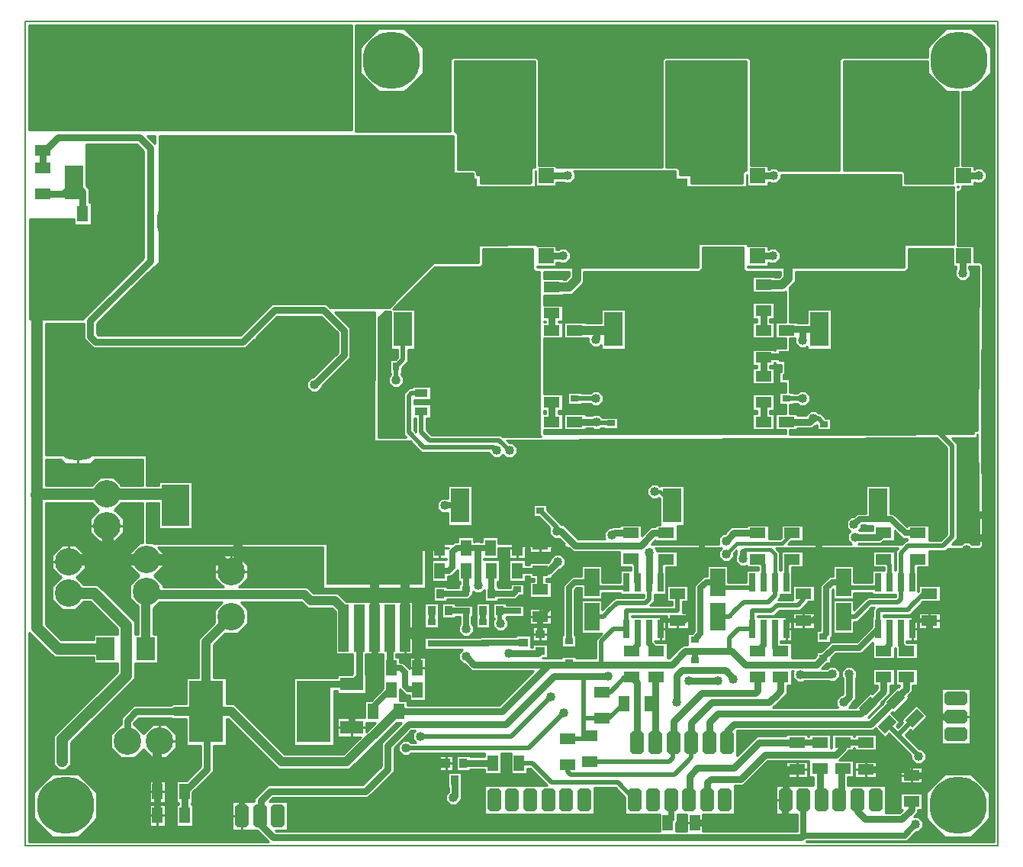
<source format=gbr>
G04 PROTEUS RS274X GERBER FILE*
%FSLAX45Y45*%
%MOMM*%
G01*
%ADD10C,0.762000*%
%ADD11C,0.508000*%
%ADD12C,0.635000*%
%ADD13C,1.016000*%
%ADD14C,0.254000*%
%ADD15C,0.381000*%
%ADD16C,1.270000*%
%ADD17C,1.524000*%
%ADD18C,1.016000*%
%ADD19C,0.762000*%
%ADD70R,4.572000X1.651000*%
%ADD71R,1.651000X1.651000*%
%ADD20C,5.080000*%
%ADD21R,1.143000X5.207000*%
%ADD22R,10.744200X9.550400*%
%ADD23R,3.810000X6.858000*%
%ADD24R,2.540000X1.473200*%
%ADD25R,1.143000X1.803400*%
%ADD26C,6.350000*%
%ADD27R,1.803400X1.143000*%
%ADD28R,0.635000X2.032000*%
%ADD29R,1.651000X3.048000*%
%ADD72R,0.889000X0.635000*%
%ADD73R,0.889000X1.016000*%
%ADD30R,1.016000X0.889000*%
%AMDIL025*
4,1,8,
-1.270000,0.457200,-0.965200,0.762000,0.965200,0.762000,1.270000,0.457200,1.270000,-0.457200,
0.965200,-0.762000,-0.965200,-0.762000,-1.270000,-0.457200,-1.270000,0.457200,
0*%
%ADD31DIL025*%
%AMDIL026*
4,1,8,
-0.762000,0.965200,-0.457200,1.270000,0.457200,1.270000,0.762000,0.965200,0.762000,-0.965200,
0.457200,-1.270000,-0.457200,-1.270000,-0.762000,-0.965200,-0.762000,0.965200,
0*%
%ADD32DIL026*%
%ADD33C,3.048000*%
%ADD34R,1.447800X0.939800*%
%ADD35R,11.430000X8.890000*%
%ADD36R,2.032000X3.810000*%
%ADD37R,0.635000X0.889000*%
%AMPPAD032*
4,1,4,
-0.233490,-1.041710,
-1.041710,-0.233490,
0.233490,1.041710,
1.041710,0.233490,
-0.233490,-1.041710,
0*%
%ADD38PPAD032*%
%ADD39R,3.048000X4.572000*%
%ADD40R,2.032000X2.540000*%
%ADD41C,0.203200*%
G36*
X+6921500Y+1074420D02*
X+6902441Y+1074420D01*
X+6875609Y+1047342D01*
X+6876632Y+934720D01*
X+6306819Y+934720D01*
X+6306819Y+1023619D01*
X+6179820Y+1023619D01*
X+6179820Y+1085736D01*
X+6153036Y+1112520D01*
X+6032500Y+1112520D01*
X+6032500Y+2286000D01*
X+6921500Y+2286000D01*
X+6921500Y+1074420D01*
G37*
%LPC*%
G36*
X+6662239Y+1028700D02*
X+6672761Y+1028700D01*
X+6680200Y+1021261D01*
X+6680200Y+1010739D01*
X+6672761Y+1003300D01*
X+6662239Y+1003300D01*
X+6654800Y+1010739D01*
X+6654800Y+1021261D01*
X+6662239Y+1028700D01*
G37*
G36*
X+6553200Y+1667155D02*
X+6553200Y+1761845D01*
X+6620155Y+1828800D01*
X+6714845Y+1828800D01*
X+6781800Y+1761845D01*
X+6781800Y+1667155D01*
X+6714845Y+1600200D01*
X+6620155Y+1600200D01*
X+6553200Y+1667155D01*
G37*
G36*
X+6332219Y+1039159D02*
X+6332219Y+1065461D01*
X+6350818Y+1084060D01*
X+6377120Y+1084060D01*
X+6395719Y+1065461D01*
X+6395719Y+1039159D01*
X+6377120Y+1020560D01*
X+6350818Y+1020560D01*
X+6332219Y+1039159D01*
G37*
G36*
X+6230619Y+1215135D02*
X+6230619Y+1241437D01*
X+6249218Y+1260036D01*
X+6275520Y+1260036D01*
X+6294119Y+1241437D01*
X+6294119Y+1215135D01*
X+6275520Y+1196536D01*
X+6249218Y+1196536D01*
X+6230619Y+1215135D01*
G37*
G36*
X+6433819Y+1215135D02*
X+6433819Y+1241437D01*
X+6452418Y+1260036D01*
X+6478720Y+1260036D01*
X+6497319Y+1241437D01*
X+6497319Y+1215135D01*
X+6478720Y+1196536D01*
X+6452418Y+1196536D01*
X+6433819Y+1215135D01*
G37*
G36*
X+6129019Y+1391111D02*
X+6129019Y+1417413D01*
X+6147618Y+1436012D01*
X+6173920Y+1436012D01*
X+6192519Y+1417413D01*
X+6192519Y+1391111D01*
X+6173920Y+1372512D01*
X+6147618Y+1372512D01*
X+6129019Y+1391111D01*
G37*
G36*
X+6332219Y+1391111D02*
X+6332219Y+1417413D01*
X+6350818Y+1436012D01*
X+6377120Y+1436012D01*
X+6395719Y+1417413D01*
X+6395719Y+1391111D01*
X+6377120Y+1372512D01*
X+6350818Y+1372512D01*
X+6332219Y+1391111D01*
G37*
G36*
X+6230619Y+1567087D02*
X+6230619Y+1593389D01*
X+6249218Y+1611988D01*
X+6275520Y+1611988D01*
X+6294119Y+1593389D01*
X+6294119Y+1567087D01*
X+6275520Y+1548488D01*
X+6249218Y+1548488D01*
X+6230619Y+1567087D01*
G37*
G36*
X+6129019Y+1743063D02*
X+6129019Y+1769365D01*
X+6147618Y+1787964D01*
X+6173920Y+1787964D01*
X+6192519Y+1769365D01*
X+6192519Y+1743063D01*
X+6173920Y+1724464D01*
X+6147618Y+1724464D01*
X+6129019Y+1743063D01*
G37*
G36*
X+6254750Y+1891849D02*
X+6254750Y+1918151D01*
X+6273349Y+1936750D01*
X+6299651Y+1936750D01*
X+6318250Y+1918151D01*
X+6318250Y+1891849D01*
X+6299651Y+1873250D01*
X+6273349Y+1873250D01*
X+6254750Y+1891849D01*
G37*
G36*
X+6242164Y+2126647D02*
X+6242164Y+2152949D01*
X+6260763Y+2171548D01*
X+6287065Y+2171548D01*
X+6305664Y+2152949D01*
X+6305664Y+2126647D01*
X+6287065Y+2108048D01*
X+6260763Y+2108048D01*
X+6242164Y+2126647D01*
G37*
G36*
X+6470764Y+2126647D02*
X+6470764Y+2152949D01*
X+6489363Y+2171548D01*
X+6515665Y+2171548D01*
X+6534264Y+2152949D01*
X+6534264Y+2126647D01*
X+6515665Y+2108048D01*
X+6489363Y+2108048D01*
X+6470764Y+2126647D01*
G37*
G36*
X+6699364Y+2126647D02*
X+6699364Y+2152949D01*
X+6717963Y+2171548D01*
X+6744265Y+2171548D01*
X+6762864Y+2152949D01*
X+6762864Y+2126647D01*
X+6744265Y+2108048D01*
X+6717963Y+2108048D01*
X+6699364Y+2126647D01*
G37*
%LPD*%
G36*
X+8933181Y+2153510D02*
X+9138510Y+1948181D01*
X+9271000Y+1948181D01*
X+9271000Y+1131569D01*
X+9218931Y+1131569D01*
X+9218931Y+934720D01*
X+8681720Y+934720D01*
X+8681720Y+1047636D01*
X+8654936Y+1074420D01*
X+8001000Y+1074420D01*
X+8001000Y+2286000D01*
X+8933181Y+2286000D01*
X+8933181Y+2153510D01*
G37*
%LPC*%
G36*
X+8948239Y+1028700D02*
X+8958761Y+1028700D01*
X+8966200Y+1021261D01*
X+8966200Y+1010739D01*
X+8958761Y+1003300D01*
X+8948239Y+1003300D01*
X+8940800Y+1010739D01*
X+8940800Y+1021261D01*
X+8948239Y+1028700D01*
G37*
G36*
X+8140700Y+1603655D02*
X+8140700Y+1698345D01*
X+8207655Y+1765300D01*
X+8302345Y+1765300D01*
X+8369300Y+1698345D01*
X+8369300Y+1603655D01*
X+8302345Y+1536700D01*
X+8207655Y+1536700D01*
X+8140700Y+1603655D01*
G37*
G36*
X+8566150Y+1215135D02*
X+8566150Y+1241437D01*
X+8584749Y+1260036D01*
X+8611051Y+1260036D01*
X+8629650Y+1241437D01*
X+8629650Y+1215135D01*
X+8611051Y+1196536D01*
X+8584749Y+1196536D01*
X+8566150Y+1215135D01*
G37*
G36*
X+8769350Y+1215135D02*
X+8769350Y+1241437D01*
X+8787949Y+1260036D01*
X+8814251Y+1260036D01*
X+8832850Y+1241437D01*
X+8832850Y+1215135D01*
X+8814251Y+1196536D01*
X+8787949Y+1196536D01*
X+8769350Y+1215135D01*
G37*
G36*
X+8566150Y+1567087D02*
X+8566150Y+1593389D01*
X+8584749Y+1611988D01*
X+8611051Y+1611988D01*
X+8629650Y+1593389D01*
X+8629650Y+1567087D01*
X+8611051Y+1548488D01*
X+8584749Y+1548488D01*
X+8566150Y+1567087D01*
G37*
G36*
X+8693150Y+1853749D02*
X+8693150Y+1880051D01*
X+8711749Y+1898650D01*
X+8738051Y+1898650D01*
X+8756650Y+1880051D01*
X+8756650Y+1853749D01*
X+8738051Y+1835150D01*
X+8711749Y+1835150D01*
X+8693150Y+1853749D01*
G37*
G36*
X+8274050Y+1244394D02*
X+8274050Y+1270696D01*
X+8292649Y+1289295D01*
X+8318951Y+1289295D01*
X+8337550Y+1270696D01*
X+8337550Y+1244394D01*
X+8318951Y+1225795D01*
X+8292649Y+1225795D01*
X+8274050Y+1244394D01*
G37*
G36*
X+9036050Y+1244394D02*
X+9036050Y+1270696D01*
X+9054649Y+1289295D01*
X+9080951Y+1289295D01*
X+9099550Y+1270696D01*
X+9099550Y+1244394D01*
X+9080951Y+1225795D01*
X+9054649Y+1225795D01*
X+9036050Y+1244394D01*
G37*
G36*
X+8477250Y+1929949D02*
X+8477250Y+1956251D01*
X+8495849Y+1974850D01*
X+8522151Y+1974850D01*
X+8540750Y+1956251D01*
X+8540750Y+1929949D01*
X+8522151Y+1911350D01*
X+8495849Y+1911350D01*
X+8477250Y+1929949D01*
G37*
G36*
X+8528050Y+2124274D02*
X+8528050Y+2150576D01*
X+8546649Y+2169175D01*
X+8572951Y+2169175D01*
X+8591550Y+2150576D01*
X+8591550Y+2124274D01*
X+8572951Y+2105675D01*
X+8546649Y+2105675D01*
X+8528050Y+2124274D01*
G37*
G36*
X+8782050Y+2124274D02*
X+8782050Y+2150576D01*
X+8800649Y+2169175D01*
X+8826951Y+2169175D01*
X+8845550Y+2150576D01*
X+8845550Y+2124274D01*
X+8826951Y+2105675D01*
X+8800649Y+2105675D01*
X+8782050Y+2124274D01*
G37*
G36*
X+8794750Y+1625149D02*
X+8794750Y+1651451D01*
X+8813349Y+1670050D01*
X+8839651Y+1670050D01*
X+8858250Y+1651451D01*
X+8858250Y+1625149D01*
X+8839651Y+1606550D01*
X+8813349Y+1606550D01*
X+8794750Y+1625149D01*
G37*
G36*
X+9074150Y+1447349D02*
X+9074150Y+1473651D01*
X+9092749Y+1492250D01*
X+9119051Y+1492250D01*
X+9137650Y+1473651D01*
X+9137650Y+1447349D01*
X+9119051Y+1428750D01*
X+9092749Y+1428750D01*
X+9074150Y+1447349D01*
G37*
G36*
X+8985249Y+1823886D02*
X+8985249Y+1850188D01*
X+9003848Y+1868787D01*
X+9030150Y+1868787D01*
X+9048749Y+1850188D01*
X+9048749Y+1823886D01*
X+9030150Y+1805287D01*
X+9003848Y+1805287D01*
X+8985249Y+1823886D01*
G37*
G36*
X+8096249Y+2043856D02*
X+8096249Y+2070158D01*
X+8114848Y+2088757D01*
X+8141150Y+2088757D01*
X+8159749Y+2070158D01*
X+8159749Y+2043856D01*
X+8141150Y+2025257D01*
X+8114848Y+2025257D01*
X+8096249Y+2043856D01*
G37*
G36*
X+8350249Y+2043856D02*
X+8350249Y+2070158D01*
X+8368848Y+2088757D01*
X+8395150Y+2088757D01*
X+8413749Y+2070158D01*
X+8413749Y+2043856D01*
X+8395150Y+2025257D01*
X+8368848Y+2025257D01*
X+8350249Y+2043856D01*
G37*
%LPD*%
G36*
X+9271000Y+889000D02*
X+9265920Y+889000D01*
X+9265920Y+900431D01*
X+9271000Y+900431D01*
X+9271000Y+889000D01*
G37*
G36*
X+4572000Y+1112520D02*
X+4553064Y+1112520D01*
X+4526280Y+1085736D01*
X+4526280Y+934720D01*
X+3970019Y+934720D01*
X+3970019Y+1023619D01*
X+3931920Y+1023619D01*
X+3931920Y+1060336D01*
X+3905136Y+1087120D01*
X+3716020Y+1087120D01*
X+3716020Y+1479436D01*
X+3689236Y+1506220D01*
X+3683000Y+1506220D01*
X+3683000Y+2286000D01*
X+4572000Y+2286000D01*
X+4572000Y+1112520D01*
G37*
%LPC*%
G36*
X+4312739Y+1028700D02*
X+4323261Y+1028700D01*
X+4330700Y+1021261D01*
X+4330700Y+1010739D01*
X+4323261Y+1003300D01*
X+4312739Y+1003300D01*
X+4305300Y+1010739D01*
X+4305300Y+1021261D01*
X+4312739Y+1028700D01*
G37*
G36*
X+4203700Y+1667155D02*
X+4203700Y+1761845D01*
X+4270655Y+1828800D01*
X+4365345Y+1828800D01*
X+4432300Y+1761845D01*
X+4432300Y+1667155D01*
X+4365345Y+1600200D01*
X+4270655Y+1600200D01*
X+4203700Y+1667155D01*
G37*
G36*
X+3981450Y+1039159D02*
X+3981450Y+1065461D01*
X+4000049Y+1084060D01*
X+4026351Y+1084060D01*
X+4044950Y+1065461D01*
X+4044950Y+1039159D01*
X+4026351Y+1020560D01*
X+4000049Y+1020560D01*
X+3981450Y+1039159D01*
G37*
G36*
X+3879850Y+1215135D02*
X+3879850Y+1241437D01*
X+3898449Y+1260036D01*
X+3924751Y+1260036D01*
X+3943350Y+1241437D01*
X+3943350Y+1215135D01*
X+3924751Y+1196536D01*
X+3898449Y+1196536D01*
X+3879850Y+1215135D01*
G37*
G36*
X+4083050Y+1215135D02*
X+4083050Y+1241437D01*
X+4101649Y+1260036D01*
X+4127951Y+1260036D01*
X+4146550Y+1241437D01*
X+4146550Y+1215135D01*
X+4127951Y+1196536D01*
X+4101649Y+1196536D01*
X+4083050Y+1215135D01*
G37*
G36*
X+3778250Y+1391111D02*
X+3778250Y+1417413D01*
X+3796849Y+1436012D01*
X+3823151Y+1436012D01*
X+3841750Y+1417413D01*
X+3841750Y+1391111D01*
X+3823151Y+1372512D01*
X+3796849Y+1372512D01*
X+3778250Y+1391111D01*
G37*
G36*
X+3981450Y+1391111D02*
X+3981450Y+1417413D01*
X+4000049Y+1436012D01*
X+4026351Y+1436012D01*
X+4044950Y+1417413D01*
X+4044950Y+1391111D01*
X+4026351Y+1372512D01*
X+4000049Y+1372512D01*
X+3981450Y+1391111D01*
G37*
G36*
X+3879850Y+1567087D02*
X+3879850Y+1593389D01*
X+3898449Y+1611988D01*
X+3924751Y+1611988D01*
X+3943350Y+1593389D01*
X+3943350Y+1567087D01*
X+3924751Y+1548488D01*
X+3898449Y+1548488D01*
X+3879850Y+1567087D01*
G37*
G36*
X+3778250Y+1743063D02*
X+3778250Y+1769365D01*
X+3796849Y+1787964D01*
X+3823151Y+1787964D01*
X+3841750Y+1769365D01*
X+3841750Y+1743063D01*
X+3823151Y+1724464D01*
X+3796849Y+1724464D01*
X+3778250Y+1743063D01*
G37*
G36*
X+3905250Y+1891849D02*
X+3905250Y+1918151D01*
X+3923849Y+1936750D01*
X+3950151Y+1936750D01*
X+3968750Y+1918151D01*
X+3968750Y+1891849D01*
X+3950151Y+1873250D01*
X+3923849Y+1873250D01*
X+3905250Y+1891849D01*
G37*
G36*
X+3892550Y+2092141D02*
X+3892550Y+2118443D01*
X+3911149Y+2137042D01*
X+3937451Y+2137042D01*
X+3956050Y+2118443D01*
X+3956050Y+2092141D01*
X+3937451Y+2073542D01*
X+3911149Y+2073542D01*
X+3892550Y+2092141D01*
G37*
G36*
X+4121150Y+2092141D02*
X+4121150Y+2118443D01*
X+4139749Y+2137042D01*
X+4166051Y+2137042D01*
X+4184650Y+2118443D01*
X+4184650Y+2092141D01*
X+4166051Y+2073542D01*
X+4139749Y+2073542D01*
X+4121150Y+2092141D01*
G37*
G36*
X+4349750Y+2092141D02*
X+4349750Y+2118443D01*
X+4368349Y+2137042D01*
X+4394651Y+2137042D01*
X+4413250Y+2118443D01*
X+4413250Y+2092141D01*
X+4394651Y+2073542D01*
X+4368349Y+2073542D01*
X+4349750Y+2092141D01*
G37*
%LPD*%
G36*
X+9672320Y-6370320D02*
X+7588447Y-6370320D01*
X+7592307Y-6366460D01*
X+8705306Y-6366459D01*
X+8810402Y-6261363D01*
X+8837344Y-6261363D01*
X+8886444Y-6212263D01*
X+8886444Y-6142825D01*
X+8837344Y-6093725D01*
X+8778992Y-6093725D01*
X+8824619Y-6048098D01*
X+8824619Y-6015470D01*
X+8876689Y-6015470D01*
X+8876689Y-5835132D01*
X+8630311Y-5835132D01*
X+8630311Y-6015470D01*
X+8656095Y-6015470D01*
X+8621284Y-6050281D01*
X+8465719Y-6050281D01*
X+8465719Y-5745481D01*
X+8046619Y-5745481D01*
X+8046619Y-5650669D01*
X+8114689Y-5650669D01*
X+8114689Y-5470331D01*
X+7952038Y-5470331D01*
X+8061700Y-5360669D01*
X+8114689Y-5360669D01*
X+8114689Y-5335269D01*
X+8122311Y-5335269D01*
X+8122311Y-5360669D01*
X+8368689Y-5360669D01*
X+8368689Y-5180331D01*
X+8122311Y-5180331D01*
X+8122311Y-5205731D01*
X+8114689Y-5205731D01*
X+8114689Y-5180331D01*
X+7868311Y-5180331D01*
X+7868311Y-5333316D01*
X+7860689Y-5333316D01*
X+7860689Y-5180331D01*
X+7614311Y-5180331D01*
X+7614311Y-5205731D01*
X+7606689Y-5205731D01*
X+7606689Y-5180331D01*
X+7360311Y-5180331D01*
X+7360311Y-5199381D01*
X+7038553Y-5199381D01*
X+6821219Y-5416715D01*
X+6821219Y-5139543D01*
X+8334015Y-5139543D01*
X+8357821Y-5115737D01*
X+8460251Y-5218167D01*
X+8506051Y-5172367D01*
X+8747605Y-5413921D01*
X+8747605Y-5461925D01*
X+8796705Y-5511025D01*
X+8866143Y-5511025D01*
X+8915243Y-5461925D01*
X+8915243Y-5392487D01*
X+8866143Y-5343387D01*
X+8842303Y-5343387D01*
X+8686866Y-5187950D01*
X+8742600Y-5132216D01*
X+8765051Y-5154667D01*
X+8939267Y-4980451D01*
X+8811749Y-4852933D01*
X+8637533Y-5027149D01*
X+8659984Y-5049600D01*
X+8604250Y-5105334D01*
X+8588667Y-5089751D01*
X+8634467Y-5043951D01*
X+8532037Y-4941521D01*
X+8541971Y-4931587D01*
X+8559990Y-4949606D01*
X+8734206Y-4775390D01*
X+8716187Y-4757371D01*
X+8766056Y-4707502D01*
X+8766056Y-4634669D01*
X+8822689Y-4634669D01*
X+8822689Y-4454331D01*
X+8576311Y-4454331D01*
X+8576311Y-4634669D01*
X+8623818Y-4634669D01*
X+8623818Y-4648588D01*
X+8615611Y-4656795D01*
X+8606688Y-4647872D01*
X+8432472Y-4822088D01*
X+8441395Y-4831011D01*
X+8275101Y-4997305D01*
X+8270991Y-4997305D01*
X+8429406Y-4838890D01*
X+8417796Y-4827280D01*
X+8516619Y-4728457D01*
X+8516619Y-4634669D01*
X+8568689Y-4634669D01*
X+8568689Y-4454331D01*
X+8322311Y-4454331D01*
X+8322311Y-4634669D01*
X+8374381Y-4634669D01*
X+8374381Y-4669543D01*
X+8317220Y-4726704D01*
X+8301888Y-4711372D01*
X+8131379Y-4881881D01*
X+8063657Y-4881881D01*
X+8084819Y-4860719D01*
X+8084819Y-4842757D01*
X+8135619Y-4791957D01*
X+8135619Y-4555919D01*
X+8148319Y-4543219D01*
X+8148319Y-4473781D01*
X+8099219Y-4424681D01*
X+8029781Y-4424681D01*
X+7980681Y-4473781D01*
X+7980681Y-4543219D01*
X+7993381Y-4555919D01*
X+7993381Y-4733043D01*
X+7984243Y-4742181D01*
X+7966281Y-4742181D01*
X+7917181Y-4791281D01*
X+7917181Y-4860719D01*
X+7938343Y-4881881D01*
X+7220196Y-4881881D01*
X+7373619Y-4728458D01*
X+7373619Y-4634669D01*
X+7425689Y-4634669D01*
X+7425689Y-4477241D01*
X+7443169Y-4477241D01*
X+7435233Y-4485177D01*
X+7435233Y-4554615D01*
X+7484333Y-4603715D01*
X+7553771Y-4603715D01*
X+7566471Y-4591015D01*
X+7837977Y-4591015D01*
X+7839281Y-4592319D01*
X+7908719Y-4592319D01*
X+7957819Y-4543219D01*
X+7957819Y-4473781D01*
X+7908719Y-4424681D01*
X+7839281Y-4424681D01*
X+7815185Y-4448777D01*
X+7761250Y-4448777D01*
X+7774447Y-4435579D01*
X+7814557Y-4395469D01*
X+7856219Y-4395469D01*
X+7856219Y-4344827D01*
X+7917204Y-4283842D01*
X+7964238Y-4283842D01*
X+7964238Y-4283843D01*
X+8202953Y-4283843D01*
X+8322311Y-4164485D01*
X+8322311Y-4344669D01*
X+8568689Y-4344669D01*
X+8568689Y-4222907D01*
X+8572500Y-4219096D01*
X+8576311Y-4222907D01*
X+8576311Y-4344669D01*
X+8822689Y-4344669D01*
X+8822689Y-4164331D01*
X+8700927Y-4164331D01*
X+8700769Y-4164173D01*
X+8700769Y-4147819D01*
X+8827769Y-4147819D01*
X+8827769Y-3878581D01*
X+8440419Y-3878581D01*
X+8440419Y-3855719D01*
X+8737808Y-3855719D01*
X+8883858Y-3709669D01*
X+9076689Y-3709669D01*
X+9076689Y-3529331D01*
X+8830311Y-3529331D01*
X+8830311Y-3597984D01*
X+8827769Y-3600526D01*
X+8827769Y-3357881D01*
X+8821419Y-3357881D01*
X+8821419Y-3328669D01*
X+8949689Y-3328669D01*
X+8949689Y-3149572D01*
X+9129151Y-3149572D01*
X+9160112Y-3118611D01*
X+9335768Y-3118872D01*
X+9335768Y-3143849D01*
X+9354367Y-3162448D01*
X+9380669Y-3162448D01*
X+9399268Y-3143849D01*
X+9399268Y-3118966D01*
X+9518630Y-3119144D01*
X+9545516Y-3092016D01*
X+9544932Y-3035911D01*
X+9558471Y-3035911D01*
X+9577070Y-3017312D01*
X+9577070Y-2991010D01*
X+9558471Y-2972411D01*
X+9544270Y-2972411D01*
X+9542286Y-2781911D01*
X+9558471Y-2781911D01*
X+9577070Y-2763312D01*
X+9577070Y-2737010D01*
X+9558471Y-2718411D01*
X+9541624Y-2718411D01*
X+9532621Y-1854088D01*
X+9545448Y+31418D01*
X+9518628Y+58420D01*
X+9450069Y+58420D01*
X+9450069Y+242569D01*
X+9265920Y+242569D01*
X+9265920Y+843280D01*
X+9289936Y+843280D01*
X+9316720Y+870064D01*
X+9316720Y+900431D01*
X+9450069Y+900431D01*
X+9450069Y+944881D01*
X+9452181Y+944881D01*
X+9464881Y+932181D01*
X+9534319Y+932181D01*
X+9583419Y+981281D01*
X+9583419Y+1050719D01*
X+9534319Y+1099819D01*
X+9464881Y+1099819D01*
X+9452181Y+1087119D01*
X+9450069Y+1087119D01*
X+9450069Y+1131569D01*
X+9316720Y+1131569D01*
X+9316720Y+1948181D01*
X+9428890Y+1948181D01*
X+9634219Y+2153510D01*
X+9634219Y+2443890D01*
X+9428890Y+2649219D01*
X+9138510Y+2649219D01*
X+8933181Y+2443890D01*
X+8933181Y+2331720D01*
X+7982064Y+2331720D01*
X+7955280Y+2304936D01*
X+7955280Y+1074420D01*
X+7286418Y+1074420D01*
X+7261019Y+1099819D01*
X+7191581Y+1099819D01*
X+7178881Y+1087119D01*
X+7164069Y+1087119D01*
X+7164069Y+1131569D01*
X+6967220Y+1131569D01*
X+6967220Y+2304936D01*
X+6940436Y+2331720D01*
X+6013564Y+2331720D01*
X+5986780Y+2304936D01*
X+5986780Y+1112520D01*
X+4814569Y+1112520D01*
X+4814569Y+1131569D01*
X+4617720Y+1131569D01*
X+4617720Y+2304936D01*
X+4590936Y+2331720D01*
X+3664064Y+2331720D01*
X+3637280Y+2304936D01*
X+3637280Y+1506220D01*
X+2585720Y+1506220D01*
X+2585720Y+2687320D01*
X+9672320Y+2687320D01*
X+9672320Y-6370320D01*
G37*
%LPC*%
G36*
X+9076689Y-3829331D02*
X+9076689Y-4009669D01*
X+8830311Y-4009669D01*
X+8830311Y-3829331D01*
X+9076689Y-3829331D01*
G37*
G36*
X+8122311Y-5660669D02*
X+8122311Y-5480331D01*
X+8368689Y-5480331D01*
X+8368689Y-5660669D01*
X+8122311Y-5660669D01*
G37*
G36*
X+9405619Y-4890719D02*
X+9405619Y-5290719D01*
X+9085581Y-5290719D01*
X+9085581Y-4672281D01*
X+9405619Y-4672281D01*
X+9405619Y-4890719D01*
G37*
G36*
X+8876689Y-5545132D02*
X+8876689Y-5725470D01*
X+8630311Y-5725470D01*
X+8630311Y-5545132D01*
X+8876689Y-5545132D01*
G37*
G36*
X+2633981Y+2153510D02*
X+2633981Y+2443890D01*
X+2839310Y+2649219D01*
X+3129690Y+2649219D01*
X+3335019Y+2443890D01*
X+3335019Y+2153510D01*
X+3129690Y+1948181D01*
X+2839310Y+1948181D01*
X+2633981Y+2153510D01*
G37*
G36*
X+8920481Y-6114190D02*
X+8920481Y-5823810D01*
X+9125810Y-5618481D01*
X+9416190Y-5618481D01*
X+9621519Y-5823810D01*
X+9621519Y-6114190D01*
X+9416190Y-6319519D01*
X+9125810Y-6319519D01*
X+8920481Y-6114190D01*
G37*
G36*
X+3818825Y+2547169D02*
X+3818825Y+2573471D01*
X+3837424Y+2592070D01*
X+3863726Y+2592070D01*
X+3882325Y+2573471D01*
X+3882325Y+2547169D01*
X+3863726Y+2528570D01*
X+3837424Y+2528570D01*
X+3818825Y+2547169D01*
G37*
G36*
X+4072825Y+2547169D02*
X+4072825Y+2573471D01*
X+4091424Y+2592070D01*
X+4117726Y+2592070D01*
X+4136325Y+2573471D01*
X+4136325Y+2547169D01*
X+4117726Y+2528570D01*
X+4091424Y+2528570D01*
X+4072825Y+2547169D01*
G37*
G36*
X+4326825Y+2547169D02*
X+4326825Y+2573471D01*
X+4345424Y+2592070D01*
X+4371726Y+2592070D01*
X+4390325Y+2573471D01*
X+4390325Y+2547169D01*
X+4371726Y+2528570D01*
X+4345424Y+2528570D01*
X+4326825Y+2547169D01*
G37*
G36*
X+4580825Y+2547169D02*
X+4580825Y+2573471D01*
X+4599424Y+2592070D01*
X+4625726Y+2592070D01*
X+4644325Y+2573471D01*
X+4644325Y+2547169D01*
X+4625726Y+2528570D01*
X+4599424Y+2528570D01*
X+4580825Y+2547169D01*
G37*
G36*
X+4834825Y+2547169D02*
X+4834825Y+2573471D01*
X+4853424Y+2592070D01*
X+4879726Y+2592070D01*
X+4898325Y+2573471D01*
X+4898325Y+2547169D01*
X+4879726Y+2528570D01*
X+4853424Y+2528570D01*
X+4834825Y+2547169D01*
G37*
G36*
X+5088825Y+2547169D02*
X+5088825Y+2573471D01*
X+5107424Y+2592070D01*
X+5133726Y+2592070D01*
X+5152325Y+2573471D01*
X+5152325Y+2547169D01*
X+5133726Y+2528570D01*
X+5107424Y+2528570D01*
X+5088825Y+2547169D01*
G37*
G36*
X+5342825Y+2547169D02*
X+5342825Y+2573471D01*
X+5361424Y+2592070D01*
X+5387726Y+2592070D01*
X+5406325Y+2573471D01*
X+5406325Y+2547169D01*
X+5387726Y+2528570D01*
X+5361424Y+2528570D01*
X+5342825Y+2547169D01*
G37*
G36*
X+5596825Y+2547169D02*
X+5596825Y+2573471D01*
X+5615424Y+2592070D01*
X+5641726Y+2592070D01*
X+5660325Y+2573471D01*
X+5660325Y+2547169D01*
X+5641726Y+2528570D01*
X+5615424Y+2528570D01*
X+5596825Y+2547169D01*
G37*
G36*
X+5850825Y+2547169D02*
X+5850825Y+2573471D01*
X+5869424Y+2592070D01*
X+5895726Y+2592070D01*
X+5914325Y+2573471D01*
X+5914325Y+2547169D01*
X+5895726Y+2528570D01*
X+5869424Y+2528570D01*
X+5850825Y+2547169D01*
G37*
G36*
X+6104825Y+2547169D02*
X+6104825Y+2573471D01*
X+6123424Y+2592070D01*
X+6149726Y+2592070D01*
X+6168325Y+2573471D01*
X+6168325Y+2547169D01*
X+6149726Y+2528570D01*
X+6123424Y+2528570D01*
X+6104825Y+2547169D01*
G37*
G36*
X+6358825Y+2547169D02*
X+6358825Y+2573471D01*
X+6377424Y+2592070D01*
X+6403726Y+2592070D01*
X+6422325Y+2573471D01*
X+6422325Y+2547169D01*
X+6403726Y+2528570D01*
X+6377424Y+2528570D01*
X+6358825Y+2547169D01*
G37*
G36*
X+6612825Y+2547169D02*
X+6612825Y+2573471D01*
X+6631424Y+2592070D01*
X+6657726Y+2592070D01*
X+6676325Y+2573471D01*
X+6676325Y+2547169D01*
X+6657726Y+2528570D01*
X+6631424Y+2528570D01*
X+6612825Y+2547169D01*
G37*
G36*
X+6866825Y+2547169D02*
X+6866825Y+2573471D01*
X+6885424Y+2592070D01*
X+6911726Y+2592070D01*
X+6930325Y+2573471D01*
X+6930325Y+2547169D01*
X+6911726Y+2528570D01*
X+6885424Y+2528570D01*
X+6866825Y+2547169D01*
G37*
G36*
X+7120825Y+2547169D02*
X+7120825Y+2573471D01*
X+7139424Y+2592070D01*
X+7165726Y+2592070D01*
X+7184325Y+2573471D01*
X+7184325Y+2547169D01*
X+7165726Y+2528570D01*
X+7139424Y+2528570D01*
X+7120825Y+2547169D01*
G37*
G36*
X+7374825Y+2547169D02*
X+7374825Y+2573471D01*
X+7393424Y+2592070D01*
X+7419726Y+2592070D01*
X+7438325Y+2573471D01*
X+7438325Y+2547169D01*
X+7419726Y+2528570D01*
X+7393424Y+2528570D01*
X+7374825Y+2547169D01*
G37*
G36*
X+7628825Y+2547169D02*
X+7628825Y+2573471D01*
X+7647424Y+2592070D01*
X+7673726Y+2592070D01*
X+7692325Y+2573471D01*
X+7692325Y+2547169D01*
X+7673726Y+2528570D01*
X+7647424Y+2528570D01*
X+7628825Y+2547169D01*
G37*
G36*
X+7882825Y+2547169D02*
X+7882825Y+2573471D01*
X+7901424Y+2592070D01*
X+7927726Y+2592070D01*
X+7946325Y+2573471D01*
X+7946325Y+2547169D01*
X+7927726Y+2528570D01*
X+7901424Y+2528570D01*
X+7882825Y+2547169D01*
G37*
G36*
X+8136825Y+2547169D02*
X+8136825Y+2573471D01*
X+8155424Y+2592070D01*
X+8181726Y+2592070D01*
X+8200325Y+2573471D01*
X+8200325Y+2547169D01*
X+8181726Y+2528570D01*
X+8155424Y+2528570D01*
X+8136825Y+2547169D01*
G37*
G36*
X+8390825Y+2547169D02*
X+8390825Y+2573471D01*
X+8409424Y+2592070D01*
X+8435726Y+2592070D01*
X+8454325Y+2573471D01*
X+8454325Y+2547169D01*
X+8435726Y+2528570D01*
X+8409424Y+2528570D01*
X+8390825Y+2547169D01*
G37*
G36*
X+8644825Y+2547169D02*
X+8644825Y+2573471D01*
X+8663424Y+2592070D01*
X+8689726Y+2592070D01*
X+8708325Y+2573471D01*
X+8708325Y+2547169D01*
X+8689726Y+2528570D01*
X+8663424Y+2528570D01*
X+8644825Y+2547169D01*
G37*
G36*
X+8898825Y+2547169D02*
X+8898825Y+2573471D01*
X+8917424Y+2592070D01*
X+8943726Y+2592070D01*
X+8962325Y+2573471D01*
X+8962325Y+2547169D01*
X+8943726Y+2528570D01*
X+8917424Y+2528570D01*
X+8898825Y+2547169D01*
G37*
G36*
X+9513570Y+1808688D02*
X+9513570Y+1834990D01*
X+9532169Y+1853589D01*
X+9558471Y+1853589D01*
X+9577070Y+1834990D01*
X+9577070Y+1808688D01*
X+9558471Y+1790089D01*
X+9532169Y+1790089D01*
X+9513570Y+1808688D01*
G37*
G36*
X+9513570Y+1554688D02*
X+9513570Y+1580990D01*
X+9532169Y+1599589D01*
X+9558471Y+1599589D01*
X+9577070Y+1580990D01*
X+9577070Y+1554688D01*
X+9558471Y+1536089D01*
X+9532169Y+1536089D01*
X+9513570Y+1554688D01*
G37*
G36*
X+9513570Y+1300688D02*
X+9513570Y+1326990D01*
X+9532169Y+1345589D01*
X+9558471Y+1345589D01*
X+9577070Y+1326990D01*
X+9577070Y+1300688D01*
X+9558471Y+1282089D01*
X+9532169Y+1282089D01*
X+9513570Y+1300688D01*
G37*
G36*
X+9513570Y-3271312D02*
X+9513570Y-3245010D01*
X+9532169Y-3226411D01*
X+9558471Y-3226411D01*
X+9577070Y-3245010D01*
X+9577070Y-3271312D01*
X+9558471Y-3289911D01*
X+9532169Y-3289911D01*
X+9513570Y-3271312D01*
G37*
G36*
X+9513570Y-3525312D02*
X+9513570Y-3499010D01*
X+9532169Y-3480411D01*
X+9558471Y-3480411D01*
X+9577070Y-3499010D01*
X+9577070Y-3525312D01*
X+9558471Y-3543911D01*
X+9532169Y-3543911D01*
X+9513570Y-3525312D01*
G37*
G36*
X+9513570Y-3779312D02*
X+9513570Y-3753010D01*
X+9532169Y-3734411D01*
X+9558471Y-3734411D01*
X+9577070Y-3753010D01*
X+9577070Y-3779312D01*
X+9558471Y-3797911D01*
X+9532169Y-3797911D01*
X+9513570Y-3779312D01*
G37*
G36*
X+9513570Y-4033312D02*
X+9513570Y-4007010D01*
X+9532169Y-3988411D01*
X+9558471Y-3988411D01*
X+9577070Y-4007010D01*
X+9577070Y-4033312D01*
X+9558471Y-4051911D01*
X+9532169Y-4051911D01*
X+9513570Y-4033312D01*
G37*
G36*
X+9513570Y-4287312D02*
X+9513570Y-4261010D01*
X+9532169Y-4242411D01*
X+9558471Y-4242411D01*
X+9577070Y-4261010D01*
X+9577070Y-4287312D01*
X+9558471Y-4305911D01*
X+9532169Y-4305911D01*
X+9513570Y-4287312D01*
G37*
G36*
X+9513570Y-4541312D02*
X+9513570Y-4515010D01*
X+9532169Y-4496411D01*
X+9558471Y-4496411D01*
X+9577070Y-4515010D01*
X+9577070Y-4541312D01*
X+9558471Y-4559911D01*
X+9532169Y-4559911D01*
X+9513570Y-4541312D01*
G37*
G36*
X+9513570Y-4795312D02*
X+9513570Y-4769010D01*
X+9532169Y-4750411D01*
X+9558471Y-4750411D01*
X+9577070Y-4769010D01*
X+9577070Y-4795312D01*
X+9558471Y-4813911D01*
X+9532169Y-4813911D01*
X+9513570Y-4795312D01*
G37*
G36*
X+9513570Y-5049312D02*
X+9513570Y-5023010D01*
X+9532169Y-5004411D01*
X+9558471Y-5004411D01*
X+9577070Y-5023010D01*
X+9577070Y-5049312D01*
X+9558471Y-5067911D01*
X+9532169Y-5067911D01*
X+9513570Y-5049312D01*
G37*
G36*
X+9513570Y-5303312D02*
X+9513570Y-5277010D01*
X+9532169Y-5258411D01*
X+9558471Y-5258411D01*
X+9577070Y-5277010D01*
X+9577070Y-5303312D01*
X+9558471Y-5321911D01*
X+9532169Y-5321911D01*
X+9513570Y-5303312D01*
G37*
G36*
X+9513570Y-5557312D02*
X+9513570Y-5531010D01*
X+9532169Y-5512411D01*
X+9558471Y-5512411D01*
X+9577070Y-5531010D01*
X+9577070Y-5557312D01*
X+9558471Y-5575911D01*
X+9532169Y-5575911D01*
X+9513570Y-5557312D01*
G37*
G36*
X+9081768Y-4463669D02*
X+9081768Y-4437367D01*
X+9100367Y-4418768D01*
X+9126669Y-4418768D01*
X+9145268Y-4437367D01*
X+9145268Y-4463669D01*
X+9126669Y-4482268D01*
X+9100367Y-4482268D01*
X+9081768Y-4463669D01*
G37*
G36*
X+9335768Y-4463669D02*
X+9335768Y-4437367D01*
X+9354367Y-4418768D01*
X+9380669Y-4418768D01*
X+9399268Y-4437367D01*
X+9399268Y-4463669D01*
X+9380669Y-4482268D01*
X+9354367Y-4482268D01*
X+9335768Y-4463669D01*
G37*
G36*
X+9208768Y-4243699D02*
X+9208768Y-4217397D01*
X+9227367Y-4198798D01*
X+9253669Y-4198798D01*
X+9272268Y-4217397D01*
X+9272268Y-4243699D01*
X+9253669Y-4262298D01*
X+9227367Y-4262298D01*
X+9208768Y-4243699D01*
G37*
G36*
X+9335768Y-4023729D02*
X+9335768Y-3997427D01*
X+9354367Y-3978828D01*
X+9380669Y-3978828D01*
X+9399268Y-3997427D01*
X+9399268Y-4023729D01*
X+9380669Y-4042328D01*
X+9354367Y-4042328D01*
X+9335768Y-4023729D01*
G37*
G36*
X+9208768Y-3803759D02*
X+9208768Y-3777457D01*
X+9227367Y-3758858D01*
X+9253669Y-3758858D01*
X+9272268Y-3777457D01*
X+9272268Y-3803759D01*
X+9253669Y-3822358D01*
X+9227367Y-3822358D01*
X+9208768Y-3803759D01*
G37*
G36*
X+9335768Y-3583789D02*
X+9335768Y-3557487D01*
X+9354367Y-3538888D01*
X+9380669Y-3538888D01*
X+9399268Y-3557487D01*
X+9399268Y-3583789D01*
X+9380669Y-3602388D01*
X+9354367Y-3602388D01*
X+9335768Y-3583789D01*
G37*
G36*
X+9208768Y-3363819D02*
X+9208768Y-3337517D01*
X+9227367Y-3318918D01*
X+9253669Y-3318918D01*
X+9272268Y-3337517D01*
X+9272268Y-3363819D01*
X+9253669Y-3382418D01*
X+9227367Y-3382418D01*
X+9208768Y-3363819D01*
G37*
G36*
X+4763768Y+1255551D02*
X+4763768Y+1281853D01*
X+4782367Y+1300452D01*
X+4808669Y+1300452D01*
X+4827268Y+1281853D01*
X+4827268Y+1255551D01*
X+4808669Y+1236952D01*
X+4782367Y+1236952D01*
X+4763768Y+1255551D01*
G37*
G36*
X+5017768Y+1255551D02*
X+5017768Y+1281853D01*
X+5036367Y+1300452D01*
X+5062669Y+1300452D01*
X+5081268Y+1281853D01*
X+5081268Y+1255551D01*
X+5062669Y+1236952D01*
X+5036367Y+1236952D01*
X+5017768Y+1255551D01*
G37*
G36*
X+5271768Y+1255551D02*
X+5271768Y+1281853D01*
X+5290367Y+1300452D01*
X+5316669Y+1300452D01*
X+5335268Y+1281853D01*
X+5335268Y+1255551D01*
X+5316669Y+1236952D01*
X+5290367Y+1236952D01*
X+5271768Y+1255551D01*
G37*
G36*
X+5525768Y+1255551D02*
X+5525768Y+1281853D01*
X+5544367Y+1300452D01*
X+5570669Y+1300452D01*
X+5589268Y+1281853D01*
X+5589268Y+1255551D01*
X+5570669Y+1236952D01*
X+5544367Y+1236952D01*
X+5525768Y+1255551D01*
G37*
G36*
X+5779768Y+1255551D02*
X+5779768Y+1281853D01*
X+5798367Y+1300452D01*
X+5824669Y+1300452D01*
X+5843268Y+1281853D01*
X+5843268Y+1255551D01*
X+5824669Y+1236952D01*
X+5798367Y+1236952D01*
X+5779768Y+1255551D01*
G37*
G36*
X+7303768Y+1255551D02*
X+7303768Y+1281853D01*
X+7322367Y+1300452D01*
X+7348669Y+1300452D01*
X+7367268Y+1281853D01*
X+7367268Y+1255551D01*
X+7348669Y+1236952D01*
X+7322367Y+1236952D01*
X+7303768Y+1255551D01*
G37*
G36*
X+7557768Y+1255551D02*
X+7557768Y+1281853D01*
X+7576367Y+1300452D01*
X+7602669Y+1300452D01*
X+7621268Y+1281853D01*
X+7621268Y+1255551D01*
X+7602669Y+1236952D01*
X+7576367Y+1236952D01*
X+7557768Y+1255551D01*
G37*
G36*
X+4890768Y+1475521D02*
X+4890768Y+1501823D01*
X+4909367Y+1520422D01*
X+4935669Y+1520422D01*
X+4954268Y+1501823D01*
X+4954268Y+1475521D01*
X+4935669Y+1456922D01*
X+4909367Y+1456922D01*
X+4890768Y+1475521D01*
G37*
G36*
X+5144768Y+1475521D02*
X+5144768Y+1501823D01*
X+5163367Y+1520422D01*
X+5189669Y+1520422D01*
X+5208268Y+1501823D01*
X+5208268Y+1475521D01*
X+5189669Y+1456922D01*
X+5163367Y+1456922D01*
X+5144768Y+1475521D01*
G37*
G36*
X+5398768Y+1475521D02*
X+5398768Y+1501823D01*
X+5417367Y+1520422D01*
X+5443669Y+1520422D01*
X+5462268Y+1501823D01*
X+5462268Y+1475521D01*
X+5443669Y+1456922D01*
X+5417367Y+1456922D01*
X+5398768Y+1475521D01*
G37*
G36*
X+5652768Y+1475521D02*
X+5652768Y+1501823D01*
X+5671367Y+1520422D01*
X+5697669Y+1520422D01*
X+5716268Y+1501823D01*
X+5716268Y+1475521D01*
X+5697669Y+1456922D01*
X+5671367Y+1456922D01*
X+5652768Y+1475521D01*
G37*
G36*
X+7176768Y+1475521D02*
X+7176768Y+1501823D01*
X+7195367Y+1520422D01*
X+7221669Y+1520422D01*
X+7240268Y+1501823D01*
X+7240268Y+1475521D01*
X+7221669Y+1456922D01*
X+7195367Y+1456922D01*
X+7176768Y+1475521D01*
G37*
G36*
X+7430768Y+1475521D02*
X+7430768Y+1501823D01*
X+7449367Y+1520422D01*
X+7475669Y+1520422D01*
X+7494268Y+1501823D01*
X+7494268Y+1475521D01*
X+7475669Y+1456922D01*
X+7449367Y+1456922D01*
X+7430768Y+1475521D01*
G37*
G36*
X+7684768Y+1475521D02*
X+7684768Y+1501823D01*
X+7703367Y+1520422D01*
X+7729669Y+1520422D01*
X+7748268Y+1501823D01*
X+7748268Y+1475521D01*
X+7729669Y+1456922D01*
X+7703367Y+1456922D01*
X+7684768Y+1475521D01*
G37*
G36*
X+4763768Y+1695491D02*
X+4763768Y+1721793D01*
X+4782367Y+1740392D01*
X+4808669Y+1740392D01*
X+4827268Y+1721793D01*
X+4827268Y+1695491D01*
X+4808669Y+1676892D01*
X+4782367Y+1676892D01*
X+4763768Y+1695491D01*
G37*
G36*
X+5017768Y+1695491D02*
X+5017768Y+1721793D01*
X+5036367Y+1740392D01*
X+5062669Y+1740392D01*
X+5081268Y+1721793D01*
X+5081268Y+1695491D01*
X+5062669Y+1676892D01*
X+5036367Y+1676892D01*
X+5017768Y+1695491D01*
G37*
G36*
X+5271768Y+1695491D02*
X+5271768Y+1721793D01*
X+5290367Y+1740392D01*
X+5316669Y+1740392D01*
X+5335268Y+1721793D01*
X+5335268Y+1695491D01*
X+5316669Y+1676892D01*
X+5290367Y+1676892D01*
X+5271768Y+1695491D01*
G37*
G36*
X+5525768Y+1695491D02*
X+5525768Y+1721793D01*
X+5544367Y+1740392D01*
X+5570669Y+1740392D01*
X+5589268Y+1721793D01*
X+5589268Y+1695491D01*
X+5570669Y+1676892D01*
X+5544367Y+1676892D01*
X+5525768Y+1695491D01*
G37*
G36*
X+5779768Y+1695491D02*
X+5779768Y+1721793D01*
X+5798367Y+1740392D01*
X+5824669Y+1740392D01*
X+5843268Y+1721793D01*
X+5843268Y+1695491D01*
X+5824669Y+1676892D01*
X+5798367Y+1676892D01*
X+5779768Y+1695491D01*
G37*
G36*
X+7303768Y+1695491D02*
X+7303768Y+1721793D01*
X+7322367Y+1740392D01*
X+7348669Y+1740392D01*
X+7367268Y+1721793D01*
X+7367268Y+1695491D01*
X+7348669Y+1676892D01*
X+7322367Y+1676892D01*
X+7303768Y+1695491D01*
G37*
G36*
X+7557768Y+1695491D02*
X+7557768Y+1721793D01*
X+7576367Y+1740392D01*
X+7602669Y+1740392D01*
X+7621268Y+1721793D01*
X+7621268Y+1695491D01*
X+7602669Y+1676892D01*
X+7576367Y+1676892D01*
X+7557768Y+1695491D01*
G37*
G36*
X+4890768Y+1915461D02*
X+4890768Y+1941763D01*
X+4909367Y+1960362D01*
X+4935669Y+1960362D01*
X+4954268Y+1941763D01*
X+4954268Y+1915461D01*
X+4935669Y+1896862D01*
X+4909367Y+1896862D01*
X+4890768Y+1915461D01*
G37*
G36*
X+5144768Y+1915461D02*
X+5144768Y+1941763D01*
X+5163367Y+1960362D01*
X+5189669Y+1960362D01*
X+5208268Y+1941763D01*
X+5208268Y+1915461D01*
X+5189669Y+1896862D01*
X+5163367Y+1896862D01*
X+5144768Y+1915461D01*
G37*
G36*
X+5398768Y+1915461D02*
X+5398768Y+1941763D01*
X+5417367Y+1960362D01*
X+5443669Y+1960362D01*
X+5462268Y+1941763D01*
X+5462268Y+1915461D01*
X+5443669Y+1896862D01*
X+5417367Y+1896862D01*
X+5398768Y+1915461D01*
G37*
G36*
X+5652768Y+1915461D02*
X+5652768Y+1941763D01*
X+5671367Y+1960362D01*
X+5697669Y+1960362D01*
X+5716268Y+1941763D01*
X+5716268Y+1915461D01*
X+5697669Y+1896862D01*
X+5671367Y+1896862D01*
X+5652768Y+1915461D01*
G37*
G36*
X+7176768Y+1915461D02*
X+7176768Y+1941763D01*
X+7195367Y+1960362D01*
X+7221669Y+1960362D01*
X+7240268Y+1941763D01*
X+7240268Y+1915461D01*
X+7221669Y+1896862D01*
X+7195367Y+1896862D01*
X+7176768Y+1915461D01*
G37*
G36*
X+7430768Y+1915461D02*
X+7430768Y+1941763D01*
X+7449367Y+1960362D01*
X+7475669Y+1960362D01*
X+7494268Y+1941763D01*
X+7494268Y+1915461D01*
X+7475669Y+1896862D01*
X+7449367Y+1896862D01*
X+7430768Y+1915461D01*
G37*
G36*
X+7684768Y+1915461D02*
X+7684768Y+1941763D01*
X+7703367Y+1960362D01*
X+7729669Y+1960362D01*
X+7748268Y+1941763D01*
X+7748268Y+1915461D01*
X+7729669Y+1896862D01*
X+7703367Y+1896862D01*
X+7684768Y+1915461D01*
G37*
G36*
X+4763768Y+2135431D02*
X+4763768Y+2161733D01*
X+4782367Y+2180332D01*
X+4808669Y+2180332D01*
X+4827268Y+2161733D01*
X+4827268Y+2135431D01*
X+4808669Y+2116832D01*
X+4782367Y+2116832D01*
X+4763768Y+2135431D01*
G37*
G36*
X+5017768Y+2135431D02*
X+5017768Y+2161733D01*
X+5036367Y+2180332D01*
X+5062669Y+2180332D01*
X+5081268Y+2161733D01*
X+5081268Y+2135431D01*
X+5062669Y+2116832D01*
X+5036367Y+2116832D01*
X+5017768Y+2135431D01*
G37*
G36*
X+5271768Y+2135431D02*
X+5271768Y+2161733D01*
X+5290367Y+2180332D01*
X+5316669Y+2180332D01*
X+5335268Y+2161733D01*
X+5335268Y+2135431D01*
X+5316669Y+2116832D01*
X+5290367Y+2116832D01*
X+5271768Y+2135431D01*
G37*
G36*
X+5525768Y+2135431D02*
X+5525768Y+2161733D01*
X+5544367Y+2180332D01*
X+5570669Y+2180332D01*
X+5589268Y+2161733D01*
X+5589268Y+2135431D01*
X+5570669Y+2116832D01*
X+5544367Y+2116832D01*
X+5525768Y+2135431D01*
G37*
G36*
X+5779768Y+2135431D02*
X+5779768Y+2161733D01*
X+5798367Y+2180332D01*
X+5824669Y+2180332D01*
X+5843268Y+2161733D01*
X+5843268Y+2135431D01*
X+5824669Y+2116832D01*
X+5798367Y+2116832D01*
X+5779768Y+2135431D01*
G37*
G36*
X+7303768Y+2135431D02*
X+7303768Y+2161733D01*
X+7322367Y+2180332D01*
X+7348669Y+2180332D01*
X+7367268Y+2161733D01*
X+7367268Y+2135431D01*
X+7348669Y+2116832D01*
X+7322367Y+2116832D01*
X+7303768Y+2135431D01*
G37*
G36*
X+7557768Y+2135431D02*
X+7557768Y+2161733D01*
X+7576367Y+2180332D01*
X+7602669Y+2180332D01*
X+7621268Y+2161733D01*
X+7621268Y+2135431D01*
X+7602669Y+2116832D01*
X+7576367Y+2116832D01*
X+7557768Y+2135431D01*
G37*
G36*
X+4890768Y+2355401D02*
X+4890768Y+2381703D01*
X+4909367Y+2400302D01*
X+4935669Y+2400302D01*
X+4954268Y+2381703D01*
X+4954268Y+2355401D01*
X+4935669Y+2336802D01*
X+4909367Y+2336802D01*
X+4890768Y+2355401D01*
G37*
G36*
X+5144768Y+2355401D02*
X+5144768Y+2381703D01*
X+5163367Y+2400302D01*
X+5189669Y+2400302D01*
X+5208268Y+2381703D01*
X+5208268Y+2355401D01*
X+5189669Y+2336802D01*
X+5163367Y+2336802D01*
X+5144768Y+2355401D01*
G37*
G36*
X+5398768Y+2355401D02*
X+5398768Y+2381703D01*
X+5417367Y+2400302D01*
X+5443669Y+2400302D01*
X+5462268Y+2381703D01*
X+5462268Y+2355401D01*
X+5443669Y+2336802D01*
X+5417367Y+2336802D01*
X+5398768Y+2355401D01*
G37*
G36*
X+5652768Y+2355401D02*
X+5652768Y+2381703D01*
X+5671367Y+2400302D01*
X+5697669Y+2400302D01*
X+5716268Y+2381703D01*
X+5716268Y+2355401D01*
X+5697669Y+2336802D01*
X+5671367Y+2336802D01*
X+5652768Y+2355401D01*
G37*
G36*
X+7176768Y+2355401D02*
X+7176768Y+2381703D01*
X+7195367Y+2400302D01*
X+7221669Y+2400302D01*
X+7240268Y+2381703D01*
X+7240268Y+2355401D01*
X+7221669Y+2336802D01*
X+7195367Y+2336802D01*
X+7176768Y+2355401D01*
G37*
G36*
X+7430768Y+2355401D02*
X+7430768Y+2381703D01*
X+7449367Y+2400302D01*
X+7475669Y+2400302D01*
X+7494268Y+2381703D01*
X+7494268Y+2355401D01*
X+7475669Y+2336802D01*
X+7449367Y+2336802D01*
X+7430768Y+2355401D01*
G37*
G36*
X+7684768Y+2355401D02*
X+7684768Y+2381703D01*
X+7703367Y+2400302D01*
X+7729669Y+2400302D01*
X+7748268Y+2381703D01*
X+7748268Y+2355401D01*
X+7729669Y+2336802D01*
X+7703367Y+2336802D01*
X+7684768Y+2355401D01*
G37*
G36*
X+7125968Y+1695491D02*
X+7125968Y+1721793D01*
X+7144567Y+1740392D01*
X+7170869Y+1740392D01*
X+7189468Y+1721793D01*
X+7189468Y+1695491D01*
X+7170869Y+1676892D01*
X+7144567Y+1676892D01*
X+7125968Y+1695491D01*
G37*
G36*
X+7735568Y+1695491D02*
X+7735568Y+1721793D01*
X+7754167Y+1740392D01*
X+7780469Y+1740392D01*
X+7799068Y+1721793D01*
X+7799068Y+1695491D01*
X+7780469Y+1676892D01*
X+7754167Y+1676892D01*
X+7735568Y+1695491D01*
G37*
G36*
X+4687568Y+2399395D02*
X+4687568Y+2425697D01*
X+4706167Y+2444296D01*
X+4732469Y+2444296D01*
X+4751068Y+2425697D01*
X+4751068Y+2399395D01*
X+4732469Y+2380796D01*
X+4706167Y+2380796D01*
X+4687568Y+2399395D01*
G37*
G36*
X+7796530Y+1304304D02*
X+7796530Y+1330606D01*
X+7815129Y+1349205D01*
X+7841431Y+1349205D01*
X+7860030Y+1330606D01*
X+7860030Y+1304304D01*
X+7841431Y+1285705D01*
X+7815129Y+1285705D01*
X+7796530Y+1304304D01*
G37*
G36*
X+2716530Y+1656256D02*
X+2716530Y+1682558D01*
X+2735129Y+1701157D01*
X+2761431Y+1701157D01*
X+2780030Y+1682558D01*
X+2780030Y+1656256D01*
X+2761431Y+1637657D01*
X+2735129Y+1637657D01*
X+2716530Y+1656256D01*
G37*
G36*
X+2919730Y+1656256D02*
X+2919730Y+1682558D01*
X+2938329Y+1701157D01*
X+2964631Y+1701157D01*
X+2983230Y+1682558D01*
X+2983230Y+1656256D01*
X+2964631Y+1637657D01*
X+2938329Y+1637657D01*
X+2919730Y+1656256D01*
G37*
G36*
X+3122930Y+1656256D02*
X+3122930Y+1682558D01*
X+3141529Y+1701157D01*
X+3167831Y+1701157D01*
X+3186430Y+1682558D01*
X+3186430Y+1656256D01*
X+3167831Y+1637657D01*
X+3141529Y+1637657D01*
X+3122930Y+1656256D01*
G37*
G36*
X+3326130Y+1656256D02*
X+3326130Y+1682558D01*
X+3344729Y+1701157D01*
X+3371031Y+1701157D01*
X+3389630Y+1682558D01*
X+3389630Y+1656256D01*
X+3371031Y+1637657D01*
X+3344729Y+1637657D01*
X+3326130Y+1656256D01*
G37*
G36*
X+3224530Y+1832232D02*
X+3224530Y+1858534D01*
X+3243129Y+1877133D01*
X+3269431Y+1877133D01*
X+3288030Y+1858534D01*
X+3288030Y+1832232D01*
X+3269431Y+1813633D01*
X+3243129Y+1813633D01*
X+3224530Y+1832232D01*
G37*
G36*
X+3427730Y+1832232D02*
X+3427730Y+1858534D01*
X+3446329Y+1877133D01*
X+3472631Y+1877133D01*
X+3491230Y+1858534D01*
X+3491230Y+1832232D01*
X+3472631Y+1813633D01*
X+3446329Y+1813633D01*
X+3427730Y+1832232D01*
G37*
G36*
X+7085330Y+2184184D02*
X+7085330Y+2210486D01*
X+7103929Y+2229085D01*
X+7130231Y+2229085D01*
X+7148830Y+2210486D01*
X+7148830Y+2184184D01*
X+7130231Y+2165585D01*
X+7103929Y+2165585D01*
X+7085330Y+2184184D01*
G37*
G36*
X+3427730Y+2536136D02*
X+3427730Y+2562438D01*
X+3446329Y+2581037D01*
X+3472631Y+2581037D01*
X+3491230Y+2562438D01*
X+3491230Y+2536136D01*
X+3472631Y+2517537D01*
X+3446329Y+2517537D01*
X+3427730Y+2536136D01*
G37*
G36*
X+3630930Y+2536136D02*
X+3630930Y+2562438D01*
X+3649529Y+2581037D01*
X+3675831Y+2581037D01*
X+3694430Y+2562438D01*
X+3694430Y+2536136D01*
X+3675831Y+2517537D01*
X+3649529Y+2517537D01*
X+3630930Y+2536136D01*
G37*
G36*
X+3427730Y+2056056D02*
X+3427730Y+2082358D01*
X+3446329Y+2100957D01*
X+3472631Y+2100957D01*
X+3491230Y+2082358D01*
X+3491230Y+2056056D01*
X+3472631Y+2037457D01*
X+3446329Y+2037457D01*
X+3427730Y+2056056D01*
G37*
G36*
X+7796530Y+2232032D02*
X+7796530Y+2258334D01*
X+7815129Y+2276933D01*
X+7841431Y+2276933D01*
X+7860030Y+2258334D01*
X+7860030Y+2232032D01*
X+7841431Y+2213433D01*
X+7815129Y+2213433D01*
X+7796530Y+2232032D01*
G37*
G36*
X+9160510Y-5491872D02*
X+9160510Y-5465570D01*
X+9179109Y-5446971D01*
X+9205411Y-5446971D01*
X+9224010Y-5465570D01*
X+9224010Y-5491872D01*
X+9205411Y-5510471D01*
X+9179109Y-5510471D01*
X+9160510Y-5491872D01*
G37*
G36*
X+3432810Y+2264253D02*
X+3432810Y+2290555D01*
X+3451409Y+2309154D01*
X+3477711Y+2309154D01*
X+3496310Y+2290555D01*
X+3496310Y+2264253D01*
X+3477711Y+2245654D01*
X+3451409Y+2245654D01*
X+3432810Y+2264253D01*
G37*
G36*
X+5828030Y+1534458D02*
X+5828030Y+1560760D01*
X+5846629Y+1579359D01*
X+5872931Y+1579359D01*
X+5891530Y+1560760D01*
X+5891530Y+1534458D01*
X+5872931Y+1515859D01*
X+5846629Y+1515859D01*
X+5828030Y+1534458D01*
G37*
G36*
X+5828030Y+1895208D02*
X+5828030Y+1921510D01*
X+5846629Y+1940109D01*
X+5872931Y+1940109D01*
X+5891530Y+1921510D01*
X+5891530Y+1895208D01*
X+5872931Y+1876609D01*
X+5846629Y+1876609D01*
X+5828030Y+1895208D01*
G37*
%LPD*%
G36*
X+986422Y-3716019D02*
X+1101759Y-3716019D01*
X+1021081Y-3796697D01*
X+1021081Y-3940383D01*
X+843281Y-4118183D01*
X+843281Y-4551681D01*
X+703581Y-4551681D01*
X+703581Y-4843781D01*
X+549481Y-4843781D01*
X+536781Y-4856481D01*
X+121208Y-4856481D01*
X-17572Y-4995261D01*
X-17572Y-5072381D01*
X-20403Y-5072381D01*
X-129019Y-5180997D01*
X-129019Y-5334603D01*
X-20403Y-5443219D01*
X+133203Y-5443219D01*
X+231400Y-5345022D01*
X+329597Y-5443219D01*
X+483203Y-5443219D01*
X+591819Y-5334603D01*
X+591819Y-5180997D01*
X+483203Y-5072381D01*
X+329597Y-5072381D01*
X+231400Y-5170578D01*
X+133203Y-5072381D01*
X+124666Y-5072381D01*
X+124666Y-5054175D01*
X+180122Y-4998719D01*
X+536781Y-4998719D01*
X+549481Y-5011419D01*
X+703581Y-5011419D01*
X+703581Y-5303519D01*
X+865506Y-5303519D01*
X+865506Y-5536318D01*
X+708413Y-5693411D01*
X+595631Y-5693411D01*
X+595631Y-5939789D01*
X+619442Y-5939789D01*
X+619442Y-5955311D01*
X+597673Y-5955311D01*
X+597673Y-6201689D01*
X+778011Y-6201689D01*
X+778011Y-5955311D01*
X+761680Y-5955311D01*
X+761680Y-5939789D01*
X+775969Y-5939789D01*
X+775969Y-5827007D01*
X+1007744Y-5595232D01*
X+1007744Y-5303519D01*
X+1150619Y-5303519D01*
X+1150619Y-5011419D01*
X+1171783Y-5011419D01*
X+1681481Y-5521117D01*
X+1681481Y-5521119D01*
X+1730581Y-5570219D01*
X+2521817Y-5570219D01*
X+3041247Y-5050789D01*
X+3096603Y-5050789D01*
X+2871439Y-5275953D01*
X+2871439Y-5535665D01*
X+2665177Y-5741927D01*
X+1608182Y-5741927D01*
X+1461366Y-5888743D01*
X+1461366Y-5926373D01*
X+1213766Y-5926373D01*
X+1213766Y-6246411D01*
X+1493698Y-6246411D01*
X+1617607Y-6370320D01*
X-1036320Y-6370320D01*
X-1036320Y-4049383D01*
X-760084Y-4325619D01*
X-322579Y-4325619D01*
X-322579Y-4389119D01*
X-58419Y-4389119D01*
X-58419Y-4483628D01*
X-768666Y-5193875D01*
X-768666Y-5518118D01*
X-712126Y-5574658D01*
X-632168Y-5574658D01*
X-575628Y-5518118D01*
X-575628Y-5273833D01*
X+134619Y-4563586D01*
X+134619Y-4389119D01*
X+388619Y-4389119D01*
X+388619Y-4069081D01*
X+337819Y-4069081D01*
X+337819Y-3779519D01*
X+343503Y-3779519D01*
X+407004Y-3716018D01*
X+986422Y-3716019D01*
G37*
%LPC*%
G36*
X+297673Y-5955311D02*
X+478011Y-5955311D01*
X+478011Y-6201689D01*
X+297673Y-6201689D01*
X+297673Y-5955311D01*
G37*
G36*
X-985519Y-6114190D02*
X-985519Y-5823810D01*
X-780190Y-5618481D01*
X-489810Y-5618481D01*
X-284481Y-5823810D01*
X-284481Y-6114190D01*
X-489810Y-6319519D01*
X-780190Y-6319519D01*
X-985519Y-6114190D01*
G37*
G36*
X+295631Y-5693411D02*
X+475969Y-5693411D01*
X+475969Y-5939789D01*
X+295631Y-5939789D01*
X+295631Y-5693411D01*
G37*
G36*
X+2570739Y-5634194D02*
X+2570739Y-5607892D01*
X+2589338Y-5589293D01*
X+2615640Y-5589293D01*
X+2634239Y-5607892D01*
X+2634239Y-5634194D01*
X+2615640Y-5652793D01*
X+2589338Y-5652793D01*
X+2570739Y-5634194D01*
G37*
G36*
X-128270Y-6214816D02*
X-128270Y-6188514D01*
X-109671Y-6169915D01*
X-83369Y-6169915D01*
X-64770Y-6188514D01*
X-64770Y-6214816D01*
X-83369Y-6233415D01*
X-109671Y-6233415D01*
X-128270Y-6214816D01*
G37*
G36*
X+1192530Y-5686888D02*
X+1192530Y-5660586D01*
X+1211129Y-5641987D01*
X+1237431Y-5641987D01*
X+1256030Y-5660586D01*
X+1256030Y-5686888D01*
X+1237431Y-5705487D01*
X+1211129Y-5705487D01*
X+1192530Y-5686888D01*
G37*
G36*
X+684530Y-5510912D02*
X+684530Y-5484610D01*
X+703129Y-5466011D01*
X+729431Y-5466011D01*
X+748030Y-5484610D01*
X+748030Y-5510912D01*
X+729431Y-5529511D01*
X+703129Y-5529511D01*
X+684530Y-5510912D01*
G37*
G36*
X+1294130Y-5510912D02*
X+1294130Y-5484610D01*
X+1312729Y-5466011D01*
X+1339031Y-5466011D01*
X+1357630Y-5484610D01*
X+1357630Y-5510912D01*
X+1339031Y-5529511D01*
X+1312729Y-5529511D01*
X+1294130Y-5510912D01*
G37*
G36*
X+1245870Y-5319792D02*
X+1245870Y-5293490D01*
X+1264469Y-5274891D01*
X+1290771Y-5274891D01*
X+1309370Y-5293490D01*
X+1309370Y-5319792D01*
X+1290771Y-5338391D01*
X+1264469Y-5338391D01*
X+1245870Y-5319792D01*
G37*
%LPD*%
G36*
X+220980Y-2418081D02*
X-12097Y-2418081D01*
X-100997Y-2329181D01*
X-254603Y-2329181D01*
X-343503Y-2418081D01*
X-855981Y-2418081D01*
X-855981Y-2128516D01*
X-691293Y-2128516D01*
X-640490Y-2179319D01*
X-350110Y-2179319D01*
X-299307Y-2128516D01*
X+220980Y-2128516D01*
X+220980Y-2418081D01*
G37*
G36*
X+220980Y-3058681D02*
X+189897Y-3058681D01*
X+81281Y-3167297D01*
X+81281Y-3320903D01*
X+179478Y-3419100D01*
X+81281Y-3517297D01*
X+81281Y-3670903D01*
X+170181Y-3759803D01*
X+170181Y-4069081D01*
X+134619Y-4069081D01*
X+134619Y-3929519D01*
X-277519Y-3517381D01*
X-431197Y-3517381D01*
X-509678Y-3438900D01*
X-411481Y-3340703D01*
X-411481Y-3187097D01*
X-520097Y-3078481D01*
X-673703Y-3078481D01*
X-782319Y-3187097D01*
X-782319Y-3340703D01*
X-684122Y-3438900D01*
X-782319Y-3537097D01*
X-782319Y-3690703D01*
X-673703Y-3799319D01*
X-520097Y-3799319D01*
X-431197Y-3710419D01*
X-357477Y-3710419D01*
X-58419Y-4009477D01*
X-58419Y-4069081D01*
X-322579Y-4069081D01*
X-322579Y-4132581D01*
X-680126Y-4132581D01*
X-855981Y-3956726D01*
X-855981Y-2611119D01*
X-343503Y-2611119D01*
X-265022Y-2689600D01*
X-363219Y-2787797D01*
X-363219Y-2941403D01*
X-254603Y-3050019D01*
X-100997Y-3050019D01*
X+7619Y-2941403D01*
X+7619Y-2787797D01*
X-90578Y-2689600D01*
X-12097Y-2611119D01*
X+220980Y-2611119D01*
X+220980Y-3058681D01*
G37*
G36*
X+3617621Y-3110363D02*
X+3610169Y-3117815D01*
X+3610169Y-3110352D01*
X+3617621Y-3110363D01*
G37*
G36*
X+8604415Y-3117784D02*
X+8577581Y-3144618D01*
X+8577581Y-3357881D01*
X+8567419Y-3357881D01*
X+8567419Y-3328669D01*
X+8568689Y-3328669D01*
X+8568689Y-3148331D01*
X+8322311Y-3148331D01*
X+8322311Y-3328669D01*
X+8450581Y-3328669D01*
X+8450581Y-3357881D01*
X+8317231Y-3357881D01*
X+8317231Y-3497581D01*
X+8116569Y-3497581D01*
X+8116569Y-3307081D01*
X+7885431Y-3307081D01*
X+7885431Y-3427731D01*
X+7847172Y-3427731D01*
X+7745731Y-3529173D01*
X+7745731Y-4030981D01*
X+7701281Y-4030981D01*
X+7701281Y-4160519D01*
X+7856219Y-4160519D01*
X+7856219Y-4109877D01*
X+7875269Y-4090827D01*
X+7875269Y-3582827D01*
X+7885431Y-3572665D01*
X+7885431Y-3677919D01*
X+8116569Y-3677919D01*
X+8116569Y-3614419D01*
X+8317231Y-3614419D01*
X+8317231Y-3627119D01*
X+8577581Y-3627119D01*
X+8577581Y-3654920D01*
X+8542867Y-3654920D01*
X+8542866Y-3654919D01*
X+8263965Y-3654919D01*
X+8116569Y-3802315D01*
X+8116569Y-3688081D01*
X+7885431Y-3688081D01*
X+7885431Y-4058919D01*
X+8116569Y-4058919D01*
X+8116569Y-3931919D01*
X+8152197Y-3931919D01*
X+8312359Y-3771757D01*
X+8346094Y-3771757D01*
X+8323581Y-3794270D01*
X+8323581Y-3878581D01*
X+8317231Y-3878581D01*
X+8317231Y-3986373D01*
X+8149299Y-4154305D01*
X+7964238Y-4154305D01*
X+7964238Y-4154306D01*
X+7863548Y-4154306D01*
X+7758272Y-4259582D01*
X+7749292Y-4259582D01*
X+7742943Y-4265931D01*
X+7701281Y-4265931D01*
X+7701281Y-4307593D01*
X+7673871Y-4335003D01*
X+7425689Y-4335003D01*
X+7425689Y-4164331D01*
X+7303769Y-4164331D01*
X+7303769Y-4147819D01*
X+7430769Y-4147819D01*
X+7430769Y-3878581D01*
X+7043419Y-3878581D01*
X+7043419Y-3868419D01*
X+7227919Y-3868419D01*
X+7291419Y-3804919D01*
X+7517197Y-3804919D01*
X+7612447Y-3709669D01*
X+7679689Y-3709669D01*
X+7679689Y-3529331D01*
X+7433311Y-3529331D01*
X+7433311Y-3688081D01*
X+7273260Y-3688081D01*
X+7297419Y-3663922D01*
X+7297419Y-3627119D01*
X+7430769Y-3627119D01*
X+7430769Y-3357881D01*
X+7424419Y-3357881D01*
X+7424419Y-3328669D01*
X+7552689Y-3328669D01*
X+7552689Y-3148331D01*
X+7306311Y-3148331D01*
X+7306311Y-3328669D01*
X+7307581Y-3328669D01*
X+7307581Y-3357881D01*
X+7291069Y-3357881D01*
X+7291069Y-3157196D01*
X+7250451Y-3116578D01*
X+7338386Y-3116578D01*
X+7339063Y-3115901D01*
X+8604415Y-3117784D01*
G37*
%LPC*%
G36*
X+7679689Y-3829331D02*
X+7679689Y-4009669D01*
X+7433311Y-4009669D01*
X+7433311Y-3829331D01*
X+7679689Y-3829331D01*
G37*
G36*
X+7715250Y-3442151D02*
X+7715250Y-3415849D01*
X+7733849Y-3397250D01*
X+7760151Y-3397250D01*
X+7778750Y-3415849D01*
X+7778750Y-3442151D01*
X+7760151Y-3460750D01*
X+7733849Y-3460750D01*
X+7715250Y-3442151D01*
G37*
%LPD*%
G36*
X+6646191Y-3114870D02*
X+6614986Y-3146075D01*
X+6614986Y-3215513D01*
X+6664086Y-3264613D01*
X+6733524Y-3264613D01*
X+6782624Y-3215513D01*
X+6782624Y-3170611D01*
X+6812019Y-3141216D01*
X+6812019Y-3182670D01*
X+6799319Y-3195370D01*
X+6799319Y-3264808D01*
X+6848419Y-3313908D01*
X+6917857Y-3313908D01*
X+6925311Y-3306454D01*
X+6925311Y-3328669D01*
X+7053581Y-3328669D01*
X+7053581Y-3357881D01*
X+6920231Y-3357881D01*
X+6920231Y-3497581D01*
X+6719569Y-3497581D01*
X+6719569Y-3307081D01*
X+6488431Y-3307081D01*
X+6488431Y-3427731D01*
X+6450172Y-3427731D01*
X+6348731Y-3529173D01*
X+6348731Y-4037173D01*
X+6323173Y-4062731D01*
X+6272531Y-4062731D01*
X+6272531Y-4187077D01*
X+6214469Y-4187077D01*
X+6066543Y-4335003D01*
X+6046189Y-4335003D01*
X+6046189Y-4164331D01*
X+5924427Y-4164331D01*
X+5907915Y-4147819D01*
X+6033769Y-4147819D01*
X+6033769Y-3878581D01*
X+5646419Y-3878581D01*
X+5646419Y-3868419D01*
X+6036311Y-3868419D01*
X+6036311Y-4009669D01*
X+6282689Y-4009669D01*
X+6282689Y-3829331D01*
X+6217919Y-3829331D01*
X+6217919Y-3709669D01*
X+6282689Y-3709669D01*
X+6282689Y-3529331D01*
X+6036311Y-3529331D01*
X+6036311Y-3709669D01*
X+6101081Y-3709669D01*
X+6101081Y-3751581D01*
X+5856035Y-3751581D01*
X+5900419Y-3707197D01*
X+5900419Y-3627119D01*
X+6033769Y-3627119D01*
X+6033769Y-3357881D01*
X+6027419Y-3357881D01*
X+6027419Y-3328669D01*
X+6155689Y-3328669D01*
X+6155689Y-3148331D01*
X+5925819Y-3148331D01*
X+5925819Y-3127581D01*
X+5913119Y-3114881D01*
X+5913119Y-3113779D01*
X+6646191Y-3114870D01*
G37*
%LPC*%
G36*
X+6396899Y-3376661D02*
X+6396899Y-3350359D01*
X+6415498Y-3331760D01*
X+6441800Y-3331760D01*
X+6460399Y-3350359D01*
X+6460399Y-3376661D01*
X+6441800Y-3395260D01*
X+6415498Y-3395260D01*
X+6396899Y-3376661D01*
G37*
%LPD*%
G36*
X+2223771Y-3108289D02*
X+2223771Y-3558539D01*
X+3364229Y-3558539D01*
X+3364229Y-3109986D01*
X+3429831Y-3110084D01*
X+3429831Y-3234689D01*
X+3595598Y-3234689D01*
X+3595598Y-3242311D01*
X+3429831Y-3242311D01*
X+3429831Y-3488689D01*
X+3610169Y-3488689D01*
X+3610169Y-3430269D01*
X+3647166Y-3430269D01*
X+3719831Y-3357604D01*
X+3719831Y-3488689D01*
X+3745231Y-3488689D01*
X+3745231Y-3510281D01*
X+3732531Y-3510281D01*
X+3732531Y-3554731D01*
X+3666490Y-3554732D01*
X+3600449Y-3554731D01*
X+3600449Y-3535681D01*
X+3445511Y-3535681D01*
X+3445511Y-3703319D01*
X+3600449Y-3703319D01*
X+3600449Y-3684269D01*
X+3666490Y-3684268D01*
X+3836828Y-3684269D01*
X+3874769Y-3646328D01*
X+3874769Y-3639819D01*
X+3887469Y-3639819D01*
X+3887469Y-3593805D01*
X+3910033Y-3616369D01*
X+3979471Y-3616369D01*
X+4017011Y-3578829D01*
X+4017011Y-3703319D01*
X+4171949Y-3703319D01*
X+4171949Y-3684269D01*
X+4363877Y-3684269D01*
X+4408327Y-3639819D01*
X+4458969Y-3639819D01*
X+4458969Y-3510281D01*
X+4304031Y-3510281D01*
X+4304031Y-3554731D01*
X+4171949Y-3554731D01*
X+4171949Y-3535681D01*
X+4156269Y-3535681D01*
X+4156269Y-3488689D01*
X+4181669Y-3488689D01*
X+4181669Y-3242311D01*
X+4008119Y-3242311D01*
X+4008119Y-3234689D01*
X+4171669Y-3234689D01*
X+4171669Y-3111187D01*
X+4291331Y-3111365D01*
X+4291331Y-3234689D01*
X+4471669Y-3234689D01*
X+4471669Y-3111634D01*
X+4512311Y-3111694D01*
X+4512311Y-3165669D01*
X+4758689Y-3165669D01*
X+4758689Y-3112061D01*
X+4951859Y-3112348D01*
X+4996730Y-3157219D01*
X+5515611Y-3157219D01*
X+5515611Y-3326569D01*
X+5643881Y-3326569D01*
X+5643881Y-3357881D01*
X+5523231Y-3357881D01*
X+5523231Y-3497581D01*
X+5322569Y-3497581D01*
X+5322569Y-3307081D01*
X+5091431Y-3307081D01*
X+5091431Y-3427731D01*
X+4989673Y-3427731D01*
X+4888231Y-3529173D01*
X+4888231Y-4081781D01*
X+4875531Y-4081781D01*
X+4875531Y-4211319D01*
X+5030469Y-4211319D01*
X+5030469Y-4081781D01*
X+5017769Y-4081781D01*
X+5017769Y-3582827D01*
X+5043327Y-3557269D01*
X+5091431Y-3557269D01*
X+5091431Y-3677919D01*
X+5322569Y-3677919D01*
X+5322569Y-3614419D01*
X+5523231Y-3614419D01*
X+5523231Y-3627119D01*
X+5783581Y-3627119D01*
X+5783581Y-3658803D01*
X+5781401Y-3660983D01*
X+5463901Y-3660983D01*
X+5322569Y-3802315D01*
X+5322569Y-3688081D01*
X+5091431Y-3688081D01*
X+5091431Y-4058919D01*
X+5317714Y-4058919D01*
X+5250181Y-4126452D01*
X+5250181Y-4335003D01*
X+5030469Y-4335003D01*
X+5030469Y-4316731D01*
X+4875531Y-4316731D01*
X+4875531Y-4335003D01*
X+4655573Y-4335003D01*
X+4658607Y-4331969D01*
X+4719319Y-4331969D01*
X+4719319Y-4177031D01*
X+4551681Y-4177031D01*
X+4551681Y-4211892D01*
X+4528819Y-4211892D01*
X+4528819Y-4083051D01*
X+4361181Y-4083051D01*
X+4361181Y-4095751D01*
X+3973672Y-4095751D01*
X+3962242Y-4107181D01*
X+3923031Y-4107181D01*
X+3714750Y-4107182D01*
X+3351531Y-4107181D01*
X+3351531Y-4236719D01*
X+3506469Y-4236719D01*
X+3714750Y-4236718D01*
X+3772743Y-4236719D01*
X+3726181Y-4283281D01*
X+3726181Y-4352719D01*
X+3775281Y-4401819D01*
X+3793243Y-4401819D01*
X+3868664Y-4477241D01*
X+4558100Y-4477241D01*
X+4178860Y-4856481D01*
X+3161469Y-4856481D01*
X+3161469Y-4804411D01*
X+3074669Y-4804411D01*
X+3074669Y-4677565D01*
X+3145016Y-4747912D01*
X+3184331Y-4747912D01*
X+3184331Y-4809489D01*
X+3364669Y-4809489D01*
X+3364669Y-4321811D01*
X+3184331Y-4321811D01*
X+3184331Y-4451635D01*
X+3112927Y-4380231D01*
X+3074669Y-4380231D01*
X+3074669Y-4321811D01*
X+3035299Y-4321811D01*
X+3035299Y-4293869D01*
X+3224529Y-4293869D01*
X+3224529Y-3707131D01*
X+2487262Y-3707131D01*
X+2391866Y-3611735D01*
X+2117371Y-3611735D01*
X+2054017Y-3548381D01*
X+1293841Y-3548381D01*
X+1391919Y-3450303D01*
X+1391919Y-3296697D01*
X+1283303Y-3188081D01*
X+1129697Y-3188081D01*
X+1021081Y-3296697D01*
X+1021081Y-3450303D01*
X+1119159Y-3548381D01*
X+986422Y-3548381D01*
X+452119Y-3548382D01*
X+452119Y-3517297D01*
X+353922Y-3419100D01*
X+452119Y-3320903D01*
X+452119Y-3167297D01*
X+391238Y-3106416D01*
X+965200Y-3106416D01*
X+2223771Y-3108289D01*
G37*
%LPC*%
G36*
X+3506469Y-3893819D02*
X+3506469Y-4001769D01*
X+3351531Y-4001769D01*
X+3351531Y-3726181D01*
X+3506469Y-3726181D01*
X+3506469Y-3893819D01*
G37*
G36*
X+3694429Y-3745231D02*
X+3887469Y-3745231D01*
X+3887469Y-3874769D01*
X+3874769Y-3874769D01*
X+3874769Y-3954396D01*
X+3895562Y-3975189D01*
X+3895562Y-4044627D01*
X+3846462Y-4093727D01*
X+3777024Y-4093727D01*
X+3727924Y-4044627D01*
X+3727924Y-3975189D01*
X+3745231Y-3957882D01*
X+3745231Y-3874769D01*
X+3694429Y-3874769D01*
X+3694429Y-3893819D01*
X+3539491Y-3893819D01*
X+3539491Y-3726181D01*
X+3694429Y-3726181D01*
X+3694429Y-3745231D01*
G37*
G36*
X+4077969Y-3893819D02*
X+4077969Y-4001769D01*
X+3923031Y-4001769D01*
X+3923031Y-3726181D01*
X+4077969Y-3726181D01*
X+4077969Y-3893819D01*
G37*
G36*
X+4265929Y-3745231D02*
X+4458969Y-3745231D01*
X+4458969Y-3874769D01*
X+4265929Y-3874769D01*
X+4265929Y-3893819D01*
X+4253657Y-3893819D01*
X+4274819Y-3914981D01*
X+4274819Y-3984419D01*
X+4225719Y-4033519D01*
X+4156281Y-4033519D01*
X+4107181Y-3984419D01*
X+4107181Y-3914981D01*
X+4128343Y-3893819D01*
X+4110991Y-3893819D01*
X+4110991Y-3726181D01*
X+4265929Y-3726181D01*
X+4265929Y-3745231D01*
G37*
G36*
X+4719319Y-3989071D02*
X+4719319Y-4144009D01*
X+4551681Y-4144009D01*
X+4551681Y-3989071D01*
X+4719319Y-3989071D01*
G37*
G36*
X+4909864Y-3233041D02*
X+4909864Y-3302479D01*
X+4860764Y-3351579D01*
X+4842802Y-3351579D01*
X+4758689Y-3435692D01*
X+4758689Y-3455669D01*
X+4700269Y-3455669D01*
X+4700269Y-3483331D01*
X+4758689Y-3483331D01*
X+4758689Y-3663669D01*
X+4512311Y-3663669D01*
X+4512311Y-3483331D01*
X+4570731Y-3483331D01*
X+4570731Y-3455669D01*
X+4512311Y-3455669D01*
X+4512311Y-3430269D01*
X+4471669Y-3430269D01*
X+4471669Y-3488689D01*
X+4291331Y-3488689D01*
X+4291331Y-3242311D01*
X+4471669Y-3242311D01*
X+4471669Y-3300731D01*
X+4512311Y-3300731D01*
X+4512311Y-3275331D01*
X+4717898Y-3275331D01*
X+4742226Y-3251003D01*
X+4742226Y-3233041D01*
X+4791326Y-3183941D01*
X+4860764Y-3183941D01*
X+4909864Y-3233041D01*
G37*
G36*
X+4758689Y-3783331D02*
X+4758689Y-3963669D01*
X+4512311Y-3963669D01*
X+4512311Y-3783331D01*
X+4758689Y-3783331D01*
G37*
G36*
X+3468368Y-4639645D02*
X+3468368Y-4613343D01*
X+3486967Y-4594744D01*
X+3513269Y-4594744D01*
X+3531868Y-4613343D01*
X+3531868Y-4639645D01*
X+3513269Y-4658244D01*
X+3486967Y-4658244D01*
X+3468368Y-4639645D01*
G37*
%LPD*%
G36*
X+2700019Y-5154945D02*
X+2700019Y-5050789D01*
X+2804175Y-5050789D01*
X+2700019Y-5154945D01*
G37*
G36*
X+3218181Y-5172281D02*
X+3218181Y-5241719D01*
X+3251146Y-5274684D01*
X+3205936Y-5274684D01*
X+3180536Y-5249284D01*
X+3111098Y-5249284D01*
X+3061998Y-5298384D01*
X+3061998Y-5367822D01*
X+3111098Y-5416922D01*
X+3180536Y-5416922D01*
X+3205936Y-5391522D01*
X+4019831Y-5391522D01*
X+4019831Y-5428881D01*
X+3859529Y-5428881D01*
X+3859529Y-5415281D01*
X+3704591Y-5415281D01*
X+3704591Y-5582919D01*
X+3859529Y-5582919D01*
X+3859529Y-5571119D01*
X+4019831Y-5571119D01*
X+4019831Y-5623189D01*
X+4200169Y-5623189D01*
X+4200169Y-5391522D01*
X+4309831Y-5391522D01*
X+4309831Y-5623189D01*
X+4490169Y-5623189D01*
X+4490169Y-5558419D01*
X+4525803Y-5558419D01*
X+4712865Y-5745481D01*
X+4015281Y-5745481D01*
X+4015281Y-6065519D01*
X+5233719Y-6065519D01*
X+5233719Y-5771827D01*
X+5470211Y-5771827D01*
X+5577281Y-5878897D01*
X+5577281Y-6065519D01*
X+5959831Y-6065519D01*
X+5959831Y-6253481D01*
X+1701920Y-6253481D01*
X+1694850Y-6246411D01*
X+1832204Y-6246411D01*
X+1832204Y-5926373D01*
X+1624888Y-5926373D01*
X+1667096Y-5884165D01*
X+2724091Y-5884165D01*
X+3013677Y-5594579D01*
X+3013677Y-5334867D01*
X+3207291Y-5141253D01*
X+3249209Y-5141253D01*
X+3218181Y-5172281D01*
G37*
%LPC*%
G36*
X+3765549Y-5773419D02*
X+3759199Y-5773419D01*
X+3759199Y-5898281D01*
X+3755523Y-5901957D01*
X+3755523Y-5919919D01*
X+3706423Y-5969019D01*
X+3636985Y-5969019D01*
X+3587885Y-5919919D01*
X+3587885Y-5850481D01*
X+3616961Y-5821405D01*
X+3616961Y-5773419D01*
X+3610611Y-5773419D01*
X+3610611Y-5605781D01*
X+3765549Y-5605781D01*
X+3765549Y-5773419D01*
G37*
G36*
X+3516631Y-5415281D02*
X+3671569Y-5415281D01*
X+3671569Y-5582919D01*
X+3516631Y-5582919D01*
X+3516631Y-5415281D01*
G37*
G36*
X+5398768Y-6003459D02*
X+5398768Y-5977157D01*
X+5417367Y-5958558D01*
X+5443669Y-5958558D01*
X+5462268Y-5977157D01*
X+5462268Y-6003459D01*
X+5443669Y-6022058D01*
X+5417367Y-6022058D01*
X+5398768Y-6003459D01*
G37*
G36*
X+3440365Y-5510420D02*
X+3440365Y-5484118D01*
X+3458964Y-5465519D01*
X+3485266Y-5465519D01*
X+3503865Y-5484118D01*
X+3503865Y-5510420D01*
X+3485266Y-5529019D01*
X+3458964Y-5529019D01*
X+3440365Y-5510420D01*
G37*
G36*
X+3224530Y-5686888D02*
X+3224530Y-5660586D01*
X+3243129Y-5641987D01*
X+3269431Y-5641987D01*
X+3288030Y-5660586D01*
X+3288030Y-5686888D01*
X+3269431Y-5705487D01*
X+3243129Y-5705487D01*
X+3224530Y-5686888D01*
G37*
G36*
X+3849370Y-6032997D02*
X+3849370Y-6006695D01*
X+3867969Y-5988096D01*
X+3894271Y-5988096D01*
X+3912870Y-6006695D01*
X+3912870Y-6032997D01*
X+3894271Y-6051596D01*
X+3867969Y-6051596D01*
X+3849370Y-6032997D01*
G37*
G36*
X+3328670Y-5852622D02*
X+3328670Y-5826320D01*
X+3347269Y-5807721D01*
X+3373571Y-5807721D01*
X+3392170Y-5826320D01*
X+3392170Y-5852622D01*
X+3373571Y-5871221D01*
X+3347269Y-5871221D01*
X+3328670Y-5852622D01*
G37*
%LPD*%
G36*
X+2023386Y-3754822D02*
X+2047937Y-3779373D01*
X+2322432Y-3779373D01*
X+2363471Y-3820412D01*
X+2363471Y-4293869D01*
X+2552701Y-4293869D01*
X+2552701Y-4509523D01*
X+2546103Y-4516121D01*
X+2379981Y-4516121D01*
X+2379981Y-4551681D01*
X+1897381Y-4551681D01*
X+1897381Y-5303519D01*
X+2344419Y-5303519D01*
X+2344419Y-4693919D01*
X+2379981Y-4693919D01*
X+2379981Y-4729479D01*
X+2700019Y-4729479D01*
X+2700019Y-4516121D01*
X+2694939Y-4516121D01*
X+2694939Y-4293869D01*
X+2893061Y-4293869D01*
X+2893061Y-4454137D01*
X+2894331Y-4455407D01*
X+2894331Y-4673893D01*
X+2884406Y-4682098D01*
X+2762093Y-4804411D01*
X+2691131Y-4804411D01*
X+2691131Y-4996121D01*
X+2379981Y-4996121D01*
X+2379981Y-5209479D01*
X+2645485Y-5209479D01*
X+2452383Y-5402581D01*
X+1800017Y-5402581D01*
X+1241217Y-4843781D01*
X+1150619Y-4843781D01*
X+1150619Y-4551681D01*
X+1010919Y-4551681D01*
X+1010919Y-4187617D01*
X+1139617Y-4058919D01*
X+1283303Y-4058919D01*
X+1391919Y-3950303D01*
X+1391919Y-3796697D01*
X+1311241Y-3716019D01*
X+1984583Y-3716019D01*
X+2023386Y-3754822D01*
G37*
%LPC*%
G36*
X+1454150Y-4409622D02*
X+1454150Y-4383320D01*
X+1472749Y-4364721D01*
X+1499051Y-4364721D01*
X+1517650Y-4383320D01*
X+1517650Y-4409622D01*
X+1499051Y-4428221D01*
X+1472749Y-4428221D01*
X+1454150Y-4409622D01*
G37*
G36*
X+1141730Y-4417917D02*
X+1141730Y-4391615D01*
X+1160329Y-4373016D01*
X+1186631Y-4373016D01*
X+1205230Y-4391615D01*
X+1205230Y-4417917D01*
X+1186631Y-4436516D01*
X+1160329Y-4436516D01*
X+1141730Y-4417917D01*
G37*
%LPD*%
G36*
X+7614311Y-5650669D02*
X+7666381Y-5650669D01*
X+7666381Y-5745481D01*
X+7247281Y-5745481D01*
X+7247281Y-6065519D01*
X+7491731Y-6065519D01*
X+7491731Y-6253481D01*
X+6440169Y-6253481D01*
X+6440169Y-6065519D01*
X+6795719Y-6065519D01*
X+6795719Y-5748019D01*
X+6887456Y-5748019D01*
X+7159921Y-5475554D01*
X+7614311Y-5475554D01*
X+7614311Y-5650669D01*
G37*
%LPC*%
G36*
X+7360311Y-5660668D02*
X+7360311Y-5480330D01*
X+7606689Y-5480330D01*
X+7606689Y-5660668D01*
X+7360311Y-5660668D01*
G37*
%LPD*%
G36*
X+6259831Y-6253481D02*
X+6140169Y-6253481D01*
X+6140169Y-6160927D01*
X+6156294Y-6144802D01*
X+6156294Y-6065519D01*
X+6259831Y-6065519D01*
X+6259831Y-6253481D01*
G37*
G36*
X+4551680Y-18936D02*
X+4578464Y-45720D01*
X+4627880Y-45720D01*
X+4627880Y-1860436D01*
X+4641602Y-1874158D01*
X+4219775Y-1876559D01*
X+4202497Y-1859281D01*
X+3430339Y-1859281D01*
X+3373119Y-1802061D01*
X+3373119Y-1675128D01*
X+3420109Y-1675128D01*
X+3420109Y-1515110D01*
X+3233419Y-1515110D01*
X+3233419Y-1475128D01*
X+3420109Y-1475128D01*
X+3420109Y-1315110D01*
X+3209291Y-1315110D01*
X+3209291Y-1336700D01*
X+3183830Y-1336700D01*
X+3182044Y-1338485D01*
X+3162940Y-1350310D01*
X+3118997Y-1401533D01*
X+3116581Y-1403949D01*
X+3116581Y-1852997D01*
X+3146254Y-1882670D01*
X+2836246Y-1884435D01*
X+2839556Y-560444D01*
X+2911517Y-488483D01*
X+2976263Y-488393D01*
X+2976881Y-487775D01*
X+2976881Y-909319D01*
X+3053082Y-909319D01*
X+3053082Y-999602D01*
X+3030153Y-1022531D01*
X+2970531Y-1022531D01*
X+2970531Y-1177469D01*
X+2976881Y-1177469D01*
X+2976881Y-1191415D01*
X+2951029Y-1217267D01*
X+2951029Y-1286705D01*
X+3000129Y-1335805D01*
X+3069567Y-1335805D01*
X+3118667Y-1286705D01*
X+3118667Y-1217267D01*
X+3093719Y-1192319D01*
X+3093719Y-1177469D01*
X+3100069Y-1177469D01*
X+3100069Y-1117847D01*
X+3169918Y-1047998D01*
X+3169918Y-909319D01*
X+3246119Y-909319D01*
X+3246119Y-462281D01*
X+3002375Y-462281D01*
X+3468936Y+4280D01*
X+3968936Y+4280D01*
X+3995720Y+31064D01*
X+3995720Y+204562D01*
X+4551680Y+207997D01*
X+4551680Y-18936D01*
G37*
%LPC*%
G36*
X+4312739Y+139700D02*
X+4323261Y+139700D01*
X+4330700Y+132261D01*
X+4330700Y+121739D01*
X+4323261Y+114300D01*
X+4312739Y+114300D01*
X+4305300Y+121739D01*
X+4305300Y+132261D01*
X+4312739Y+139700D01*
G37*
G36*
X+3606800Y-691061D02*
X+3606800Y-680539D01*
X+3614239Y-673100D01*
X+3624761Y-673100D01*
X+3632200Y-680539D01*
X+3632200Y-691061D01*
X+3624761Y-698500D01*
X+3614239Y-698500D01*
X+3606800Y-691061D01*
G37*
G36*
X+3987800Y-1414961D02*
X+3987800Y-1404439D01*
X+3995239Y-1397000D01*
X+4005761Y-1397000D01*
X+4013200Y-1404439D01*
X+4013200Y-1414961D01*
X+4005761Y-1422400D01*
X+3995239Y-1422400D01*
X+3987800Y-1414961D01*
G37*
G36*
X+3257550Y-1105261D02*
X+3257550Y-1094739D01*
X+3264989Y-1087300D01*
X+3275511Y-1087300D01*
X+3282950Y-1094739D01*
X+3282950Y-1105261D01*
X+3275511Y-1112700D01*
X+3264989Y-1112700D01*
X+3257550Y-1105261D01*
G37*
G36*
X+2884024Y-1422868D02*
X+2884024Y-1396566D01*
X+2902623Y-1377967D01*
X+2928925Y-1377967D01*
X+2947524Y-1396566D01*
X+2947524Y-1422868D01*
X+2928925Y-1441467D01*
X+2902623Y-1441467D01*
X+2884024Y-1422868D01*
G37*
G36*
X+3881701Y-870395D02*
X+3881701Y-844093D01*
X+3900300Y-825494D01*
X+3926602Y-825494D01*
X+3945201Y-844093D01*
X+3945201Y-870395D01*
X+3926602Y-888994D01*
X+3900300Y-888994D01*
X+3881701Y-870395D01*
G37*
G36*
X+4084901Y-870395D02*
X+4084901Y-844093D01*
X+4103500Y-825494D01*
X+4129802Y-825494D01*
X+4148401Y-844093D01*
X+4148401Y-870395D01*
X+4129802Y-888994D01*
X+4103500Y-888994D01*
X+4084901Y-870395D01*
G37*
G36*
X+3373701Y-694419D02*
X+3373701Y-668117D01*
X+3392300Y-649518D01*
X+3418602Y-649518D01*
X+3437201Y-668117D01*
X+3437201Y-694419D01*
X+3418602Y-713018D01*
X+3392300Y-713018D01*
X+3373701Y-694419D01*
G37*
G36*
X+3780101Y-694419D02*
X+3780101Y-668117D01*
X+3798700Y-649518D01*
X+3825002Y-649518D01*
X+3843601Y-668117D01*
X+3843601Y-694419D01*
X+3825002Y-713018D01*
X+3798700Y-713018D01*
X+3780101Y-694419D01*
G37*
G36*
X+3983301Y-694419D02*
X+3983301Y-668117D01*
X+4001900Y-649518D01*
X+4028202Y-649518D01*
X+4046801Y-668117D01*
X+4046801Y-694419D01*
X+4028202Y-713018D01*
X+4001900Y-713018D01*
X+3983301Y-694419D01*
G37*
G36*
X+3881701Y-518443D02*
X+3881701Y-492141D01*
X+3900300Y-473542D01*
X+3926602Y-473542D01*
X+3945201Y-492141D01*
X+3945201Y-518443D01*
X+3926602Y-537042D01*
X+3900300Y-537042D01*
X+3881701Y-518443D01*
G37*
G36*
X+4084901Y-518443D02*
X+4084901Y-492141D01*
X+4103500Y-473542D01*
X+4129802Y-473542D01*
X+4148401Y-492141D01*
X+4148401Y-518443D01*
X+4129802Y-537042D01*
X+4103500Y-537042D01*
X+4084901Y-518443D01*
G37*
G36*
X+3373701Y-342467D02*
X+3373701Y-316165D01*
X+3392300Y-297566D01*
X+3418602Y-297566D01*
X+3437201Y-316165D01*
X+3437201Y-342467D01*
X+3418602Y-361066D01*
X+3392300Y-361066D01*
X+3373701Y-342467D01*
G37*
G36*
X+3576901Y-342467D02*
X+3576901Y-316165D01*
X+3595500Y-297566D01*
X+3621802Y-297566D01*
X+3640401Y-316165D01*
X+3640401Y-342467D01*
X+3621802Y-361066D01*
X+3595500Y-361066D01*
X+3576901Y-342467D01*
G37*
G36*
X+3780101Y-342467D02*
X+3780101Y-316165D01*
X+3798700Y-297566D01*
X+3825002Y-297566D01*
X+3843601Y-316165D01*
X+3843601Y-342467D01*
X+3825002Y-361066D01*
X+3798700Y-361066D01*
X+3780101Y-342467D01*
G37*
G36*
X+3983301Y-342467D02*
X+3983301Y-316165D01*
X+4001900Y-297566D01*
X+4028202Y-297566D01*
X+4046801Y-316165D01*
X+4046801Y-342467D01*
X+4028202Y-361066D01*
X+4001900Y-361066D01*
X+3983301Y-342467D01*
G37*
G36*
X+3475301Y-166491D02*
X+3475301Y-140189D01*
X+3493900Y-121590D01*
X+3520202Y-121590D01*
X+3538801Y-140189D01*
X+3538801Y-166491D01*
X+3520202Y-185090D01*
X+3493900Y-185090D01*
X+3475301Y-166491D01*
G37*
G36*
X+3678501Y-166491D02*
X+3678501Y-140189D01*
X+3697100Y-121590D01*
X+3723402Y-121590D01*
X+3742001Y-140189D01*
X+3742001Y-166491D01*
X+3723402Y-185090D01*
X+3697100Y-185090D01*
X+3678501Y-166491D01*
G37*
G36*
X+3881701Y-166491D02*
X+3881701Y-140189D01*
X+3900300Y-121590D01*
X+3926602Y-121590D01*
X+3945201Y-140189D01*
X+3945201Y-166491D01*
X+3926602Y-185090D01*
X+3900300Y-185090D01*
X+3881701Y-166491D01*
G37*
G36*
X+4084901Y-166491D02*
X+4084901Y-140189D01*
X+4103500Y-121590D01*
X+4129802Y-121590D01*
X+4148401Y-140189D01*
X+4148401Y-166491D01*
X+4129802Y-185090D01*
X+4103500Y-185090D01*
X+4084901Y-166491D01*
G37*
%LPD*%
G36*
X+3256281Y-1826258D02*
X+3256281Y-1827465D01*
X+3233419Y-1804603D01*
X+3233419Y-1675128D01*
X+3256281Y-1675128D01*
X+3256281Y-1826258D01*
G37*
G36*
X+6888480Y-18936D02*
X+6915264Y-45720D01*
X+7299669Y-45720D01*
X+7299669Y-87733D01*
X+7280721Y-106681D01*
X+7235189Y-106681D01*
X+7235189Y-100331D01*
X+6988811Y-100331D01*
X+6988811Y-280669D01*
X+7235189Y-280669D01*
X+7235189Y-274319D01*
X+7350155Y-274319D01*
X+7358380Y-266094D01*
X+7358380Y-608331D01*
X+7242811Y-608331D01*
X+7242811Y-788669D01*
X+7358380Y-788669D01*
X+7358380Y-898331D01*
X+7242811Y-898331D01*
X+7242811Y-917381D01*
X+7235189Y-917381D01*
X+7235189Y-908331D01*
X+6988811Y-908331D01*
X+6988811Y-1088669D01*
X+7040881Y-1088669D01*
X+7040881Y-1116331D01*
X+6988811Y-1116331D01*
X+6988811Y-1296669D01*
X+7235189Y-1296669D01*
X+7235189Y-1116331D01*
X+7183119Y-1116331D01*
X+7183119Y-1088669D01*
X+7235189Y-1088669D01*
X+7235189Y-1059619D01*
X+7242811Y-1059619D01*
X+7242811Y-1078669D01*
X+7307581Y-1078669D01*
X+7307581Y-1154431D01*
X+7288531Y-1154431D01*
X+7288531Y-1283969D01*
X+7358380Y-1283969D01*
X+7358380Y-1389381D01*
X+7288531Y-1389381D01*
X+7288531Y-1518919D01*
X+7358380Y-1518919D01*
X+7358380Y-1624331D01*
X+7242811Y-1624331D01*
X+7242811Y-1804669D01*
X+7358380Y-1804669D01*
X+7358380Y-1841500D01*
X+4673600Y-1841500D01*
X+4673600Y-1804669D01*
X+4885689Y-1804669D01*
X+4885689Y-1624331D01*
X+4833619Y-1624331D01*
X+4833619Y-1586669D01*
X+4885689Y-1586669D01*
X+4885689Y-1406331D01*
X+4673600Y-1406331D01*
X+4673600Y-788669D01*
X+4885689Y-788669D01*
X+4885689Y-608331D01*
X+4833619Y-608331D01*
X+4833619Y-598169D01*
X+4885689Y-598169D01*
X+4885689Y-417831D01*
X+4673600Y-417831D01*
X+4673600Y-308169D01*
X+4885689Y-308169D01*
X+4885689Y-301819D01*
X+4987301Y-301819D01*
X+5120313Y-168807D01*
X+5120313Y-45720D01*
X+6407036Y-45720D01*
X+6433820Y-18936D01*
X+6433820Y+220980D01*
X+6888480Y+220980D01*
X+6888480Y-18936D01*
G37*
%LPC*%
G36*
X+6662239Y+139700D02*
X+6672761Y+139700D01*
X+6680200Y+132261D01*
X+6680200Y+121739D01*
X+6672761Y+114300D01*
X+6662239Y+114300D01*
X+6654800Y+121739D01*
X+6654800Y+132261D01*
X+6662239Y+139700D01*
G37*
G36*
X+5582919Y-909319D02*
X+5313681Y-909319D01*
X+5313681Y-858445D01*
X+5284131Y-887995D01*
X+5214693Y-887995D01*
X+5165593Y-838895D01*
X+5165593Y-782319D01*
X+5139689Y-782319D01*
X+5139689Y-788669D01*
X+4893311Y-788669D01*
X+4893311Y-608331D01*
X+5139689Y-608331D01*
X+5139689Y-614681D01*
X+5313681Y-614681D01*
X+5313681Y-462281D01*
X+5582919Y-462281D01*
X+5582919Y-909319D01*
G37*
G36*
X+5011239Y-975800D02*
X+5021761Y-975800D01*
X+5029200Y-983239D01*
X+5029200Y-993761D01*
X+5021761Y-1001200D01*
X+5011239Y-1001200D01*
X+5003800Y-993761D01*
X+5003800Y-983239D01*
X+5011239Y-975800D01*
G37*
G36*
X+5139689Y-1643381D02*
X+5210381Y-1643381D01*
X+5223081Y-1630681D01*
X+5292519Y-1630681D01*
X+5330619Y-1668781D01*
X+5345431Y-1668781D01*
X+5345431Y-1662431D01*
X+5500369Y-1662431D01*
X+5500369Y-1791969D01*
X+5345431Y-1791969D01*
X+5345431Y-1785619D01*
X+5305219Y-1785619D01*
X+5292519Y-1798319D01*
X+5223081Y-1798319D01*
X+5210381Y-1785619D01*
X+5139689Y-1785619D01*
X+5139689Y-1804669D01*
X+4893311Y-1804669D01*
X+4893311Y-1624331D01*
X+5139689Y-1624331D01*
X+5139689Y-1643381D01*
G37*
G36*
X+4757239Y-1193800D02*
X+4767761Y-1193800D01*
X+4775200Y-1201239D01*
X+4775200Y-1211761D01*
X+4767761Y-1219200D01*
X+4757239Y-1219200D01*
X+4749800Y-1211761D01*
X+4749800Y-1201239D01*
X+4757239Y-1193800D01*
G37*
G36*
X+4757239Y-985800D02*
X+4767761Y-985800D01*
X+4775200Y-993239D01*
X+4775200Y-1003761D01*
X+4767761Y-1011200D01*
X+4757239Y-1011200D01*
X+4749800Y-1003761D01*
X+4749800Y-993239D01*
X+4757239Y-985800D01*
G37*
G36*
X+7235189Y-570669D02*
X+7183119Y-570669D01*
X+7183119Y-608331D01*
X+7235189Y-608331D01*
X+7235189Y-788669D01*
X+6988811Y-788669D01*
X+6988811Y-608331D01*
X+7040881Y-608331D01*
X+7040881Y-570669D01*
X+6988811Y-570669D01*
X+6988811Y-390331D01*
X+7235189Y-390331D01*
X+7235189Y-570669D01*
G37*
G36*
X+7235189Y-1586669D02*
X+7183119Y-1586669D01*
X+7183119Y-1624331D01*
X+7235189Y-1624331D01*
X+7235189Y-1804669D01*
X+6988811Y-1804669D01*
X+6988811Y-1624331D01*
X+7040881Y-1624331D01*
X+7040881Y-1586669D01*
X+6988811Y-1586669D01*
X+6988811Y-1406331D01*
X+7235189Y-1406331D01*
X+7235189Y-1586669D01*
G37*
G36*
X+5943600Y-691061D02*
X+5943600Y-680539D01*
X+5951039Y-673100D01*
X+5961561Y-673100D01*
X+5969000Y-680539D01*
X+5969000Y-691061D01*
X+5961561Y-698500D01*
X+5951039Y-698500D01*
X+5943600Y-691061D01*
G37*
G36*
X+6337300Y-1414961D02*
X+6337300Y-1404439D01*
X+6344739Y-1397000D01*
X+6355261Y-1397000D01*
X+6362700Y-1404439D01*
X+6362700Y-1414961D01*
X+6355261Y-1422400D01*
X+6344739Y-1422400D01*
X+6337300Y-1414961D01*
G37*
G36*
X+5021761Y-1231900D02*
X+5011239Y-1231900D01*
X+5003800Y-1224461D01*
X+5003800Y-1213939D01*
X+5011239Y-1206500D01*
X+5021761Y-1206500D01*
X+5029200Y-1213939D01*
X+5029200Y-1224461D01*
X+5021761Y-1231900D01*
G37*
G36*
X+5333231Y-1419431D02*
X+5333231Y-1488869D01*
X+5284131Y-1537969D01*
X+5214693Y-1537969D01*
X+5189293Y-1512569D01*
X+5093969Y-1512569D01*
X+5093969Y-1518919D01*
X+4939031Y-1518919D01*
X+4939031Y-1389381D01*
X+5093969Y-1389381D01*
X+5093969Y-1395731D01*
X+5189293Y-1395731D01*
X+5214693Y-1370331D01*
X+5284131Y-1370331D01*
X+5333231Y-1419431D01*
G37*
G36*
X+6800850Y-914851D02*
X+6800850Y-888549D01*
X+6819449Y-869950D01*
X+6845751Y-869950D01*
X+6864350Y-888549D01*
X+6864350Y-914851D01*
X+6845751Y-933450D01*
X+6819449Y-933450D01*
X+6800850Y-914851D01*
G37*
G36*
X+5665545Y-1644236D02*
X+5665545Y-1617934D01*
X+5684144Y-1599335D01*
X+5710446Y-1599335D01*
X+5729045Y-1617934D01*
X+5729045Y-1644236D01*
X+5710446Y-1662835D01*
X+5684144Y-1662835D01*
X+5665545Y-1644236D01*
G37*
G36*
X+5563945Y-1468260D02*
X+5563945Y-1441958D01*
X+5582544Y-1423359D01*
X+5608846Y-1423359D01*
X+5627445Y-1441958D01*
X+5627445Y-1468260D01*
X+5608846Y-1486859D01*
X+5582544Y-1486859D01*
X+5563945Y-1468260D01*
G37*
G36*
X+5462345Y-1292284D02*
X+5462345Y-1265982D01*
X+5480944Y-1247383D01*
X+5507246Y-1247383D01*
X+5525845Y-1265982D01*
X+5525845Y-1292284D01*
X+5507246Y-1310883D01*
X+5480944Y-1310883D01*
X+5462345Y-1292284D01*
G37*
G36*
X+5665545Y-1292284D02*
X+5665545Y-1265982D01*
X+5684144Y-1247383D01*
X+5710446Y-1247383D01*
X+5729045Y-1265982D01*
X+5729045Y-1292284D01*
X+5710446Y-1310883D01*
X+5684144Y-1310883D01*
X+5665545Y-1292284D01*
G37*
G36*
X+6173545Y-764356D02*
X+6173545Y-738054D01*
X+6192144Y-719455D01*
X+6218446Y-719455D01*
X+6237045Y-738054D01*
X+6237045Y-764356D01*
X+6218446Y-782955D01*
X+6192144Y-782955D01*
X+6173545Y-764356D01*
G37*
G36*
X+6376745Y-764356D02*
X+6376745Y-738054D01*
X+6395344Y-719455D01*
X+6421646Y-719455D01*
X+6440245Y-738054D01*
X+6440245Y-764356D01*
X+6421646Y-782955D01*
X+6395344Y-782955D01*
X+6376745Y-764356D01*
G37*
G36*
X+6275145Y-588380D02*
X+6275145Y-562078D01*
X+6293744Y-543479D01*
X+6320046Y-543479D01*
X+6338645Y-562078D01*
X+6338645Y-588380D01*
X+6320046Y-606979D01*
X+6293744Y-606979D01*
X+6275145Y-588380D01*
G37*
G36*
X+6478345Y-588380D02*
X+6478345Y-562078D01*
X+6496944Y-543479D01*
X+6523246Y-543479D01*
X+6541845Y-562078D01*
X+6541845Y-588380D01*
X+6523246Y-606979D01*
X+6496944Y-606979D01*
X+6478345Y-588380D01*
G37*
G36*
X+5767145Y-412404D02*
X+5767145Y-386102D01*
X+5785744Y-367503D01*
X+5812046Y-367503D01*
X+5830645Y-386102D01*
X+5830645Y-412404D01*
X+5812046Y-431003D01*
X+5785744Y-431003D01*
X+5767145Y-412404D01*
G37*
G36*
X+5970345Y-412404D02*
X+5970345Y-386102D01*
X+5988944Y-367503D01*
X+6015246Y-367503D01*
X+6033845Y-386102D01*
X+6033845Y-412404D01*
X+6015246Y-431003D01*
X+5988944Y-431003D01*
X+5970345Y-412404D01*
G37*
G36*
X+6173545Y-412404D02*
X+6173545Y-386102D01*
X+6192144Y-367503D01*
X+6218446Y-367503D01*
X+6237045Y-386102D01*
X+6237045Y-412404D01*
X+6218446Y-431003D01*
X+6192144Y-431003D01*
X+6173545Y-412404D01*
G37*
G36*
X+6376745Y-412404D02*
X+6376745Y-386102D01*
X+6395344Y-367503D01*
X+6421646Y-367503D01*
X+6440245Y-386102D01*
X+6440245Y-412404D01*
X+6421646Y-431003D01*
X+6395344Y-431003D01*
X+6376745Y-412404D01*
G37*
G36*
X+6783145Y-412404D02*
X+6783145Y-386102D01*
X+6801744Y-367503D01*
X+6828046Y-367503D01*
X+6846645Y-386102D01*
X+6846645Y-412404D01*
X+6828046Y-431003D01*
X+6801744Y-431003D01*
X+6783145Y-412404D01*
G37*
G36*
X+5259145Y-236428D02*
X+5259145Y-210126D01*
X+5277744Y-191527D01*
X+5304046Y-191527D01*
X+5322645Y-210126D01*
X+5322645Y-236428D01*
X+5304046Y-255027D01*
X+5277744Y-255027D01*
X+5259145Y-236428D01*
G37*
G36*
X+5462345Y-236428D02*
X+5462345Y-210126D01*
X+5480944Y-191527D01*
X+5507246Y-191527D01*
X+5525845Y-210126D01*
X+5525845Y-236428D01*
X+5507246Y-255027D01*
X+5480944Y-255027D01*
X+5462345Y-236428D01*
G37*
G36*
X+5665545Y-236428D02*
X+5665545Y-210126D01*
X+5684144Y-191527D01*
X+5710446Y-191527D01*
X+5729045Y-210126D01*
X+5729045Y-236428D01*
X+5710446Y-255027D01*
X+5684144Y-255027D01*
X+5665545Y-236428D01*
G37*
G36*
X+5868745Y-236428D02*
X+5868745Y-210126D01*
X+5887344Y-191527D01*
X+5913646Y-191527D01*
X+5932245Y-210126D01*
X+5932245Y-236428D01*
X+5913646Y-255027D01*
X+5887344Y-255027D01*
X+5868745Y-236428D01*
G37*
G36*
X+6071945Y-236428D02*
X+6071945Y-210126D01*
X+6090544Y-191527D01*
X+6116846Y-191527D01*
X+6135445Y-210126D01*
X+6135445Y-236428D01*
X+6116846Y-255027D01*
X+6090544Y-255027D01*
X+6071945Y-236428D01*
G37*
G36*
X+6275145Y-236428D02*
X+6275145Y-210126D01*
X+6293744Y-191527D01*
X+6320046Y-191527D01*
X+6338645Y-210126D01*
X+6338645Y-236428D01*
X+6320046Y-255027D01*
X+6293744Y-255027D01*
X+6275145Y-236428D01*
G37*
G36*
X+6478345Y-236428D02*
X+6478345Y-210126D01*
X+6496944Y-191527D01*
X+6523246Y-191527D01*
X+6541845Y-210126D01*
X+6541845Y-236428D01*
X+6523246Y-255027D01*
X+6496944Y-255027D01*
X+6478345Y-236428D01*
G37*
%LPD*%
G36*
X+4952675Y-99373D02*
X+4917867Y-134181D01*
X+4885689Y-134181D01*
X+4885689Y-127831D01*
X+4673600Y-127831D01*
X+4673600Y-45720D01*
X+4952675Y-45720D01*
X+4952675Y-99373D01*
G37*
G36*
X+4691381Y-608331D02*
X+4673600Y-608331D01*
X+4673600Y-598169D01*
X+4691381Y-598169D01*
X+4691381Y-608331D01*
G37*
G36*
X+4691381Y-1624331D02*
X+4673600Y-1624331D01*
X+4673600Y-1586669D01*
X+4691381Y-1586669D01*
X+4691381Y-1624331D01*
G37*
G36*
X+9218931Y+11431D02*
X+9250681Y+11431D01*
X+9250681Y-16081D01*
X+9237981Y-28781D01*
X+9237981Y-98219D01*
X+9287081Y-147319D01*
X+9356519Y-147319D01*
X+9405619Y-98219D01*
X+9405619Y-28781D01*
X+9392919Y-16081D01*
X+9392919Y+11431D01*
X+9450069Y+11431D01*
X+9450069Y+12700D01*
X+9499600Y+12700D01*
X+9487211Y-1808473D01*
X+9441180Y-1808763D01*
X+9441180Y-1846836D01*
X+8147562Y-1854200D01*
X+7404100Y-1854200D01*
X+7404100Y-1804669D01*
X+7489189Y-1804669D01*
X+7489189Y-1785619D01*
X+7656556Y-1785619D01*
X+7681493Y-1760682D01*
X+7699455Y-1760682D01*
X+7707631Y-1752506D01*
X+7707631Y-1804669D01*
X+7862569Y-1804669D01*
X+7862569Y-1675131D01*
X+7802947Y-1675131D01*
X+7746260Y-1618444D01*
X+7724855Y-1618444D01*
X+7699455Y-1593044D01*
X+7630017Y-1593044D01*
X+7580917Y-1642144D01*
X+7580917Y-1643381D01*
X+7489189Y-1643381D01*
X+7489189Y-1624331D01*
X+7404100Y-1624331D01*
X+7404100Y-1518919D01*
X+7443469Y-1518919D01*
X+7443469Y-1512569D01*
X+7485033Y-1512569D01*
X+7510913Y-1538449D01*
X+7580351Y-1538449D01*
X+7629451Y-1489349D01*
X+7629451Y-1419911D01*
X+7580351Y-1370811D01*
X+7510913Y-1370811D01*
X+7485993Y-1395731D01*
X+7443469Y-1395731D01*
X+7443469Y-1389381D01*
X+7404100Y-1389381D01*
X+7404100Y-788669D01*
X+7459981Y-788669D01*
X+7459981Y-847519D01*
X+7509081Y-896619D01*
X+7578519Y-896619D01*
X+7599681Y-875457D01*
X+7599681Y-909319D01*
X+7868919Y-909319D01*
X+7868919Y-462281D01*
X+7599681Y-462281D01*
X+7599681Y-614681D01*
X+7489189Y-614681D01*
X+7489189Y-608331D01*
X+7404100Y-608331D01*
X+7404100Y-220374D01*
X+7467307Y-157167D01*
X+7467307Y-45720D01*
X+8693036Y-45720D01*
X+8719820Y-18936D01*
X+8719820Y+208280D01*
X+9218931Y+208280D01*
X+9218931Y+11431D01*
G37*
%LPC*%
G36*
X+8948239Y+139700D02*
X+8958761Y+139700D01*
X+8966200Y+132261D01*
X+8966200Y+121739D01*
X+8958761Y+114300D01*
X+8948239Y+114300D01*
X+8940800Y+121739D01*
X+8940800Y+132261D01*
X+8948239Y+139700D01*
G37*
G36*
X+8229600Y-691061D02*
X+8229600Y-680539D01*
X+8237039Y-673100D01*
X+8247561Y-673100D01*
X+8255000Y-680539D01*
X+8255000Y-691061D01*
X+8247561Y-698500D01*
X+8237039Y-698500D01*
X+8229600Y-691061D01*
G37*
G36*
X+8623300Y-1414961D02*
X+8623300Y-1404439D01*
X+8630739Y-1397000D01*
X+8641261Y-1397000D01*
X+8648700Y-1404439D01*
X+8648700Y-1414961D01*
X+8641261Y-1422400D01*
X+8630739Y-1422400D01*
X+8623300Y-1414961D01*
G37*
G36*
X+7849869Y-1546722D02*
X+7849869Y-1520420D01*
X+7868468Y-1501821D01*
X+7894770Y-1501821D01*
X+7913369Y-1520420D01*
X+7913369Y-1546722D01*
X+7894770Y-1565321D01*
X+7868468Y-1565321D01*
X+7849869Y-1546722D01*
G37*
G36*
X+7748269Y-1370746D02*
X+7748269Y-1344444D01*
X+7766868Y-1325845D01*
X+7793170Y-1325845D01*
X+7811769Y-1344444D01*
X+7811769Y-1370746D01*
X+7793170Y-1389345D01*
X+7766868Y-1389345D01*
X+7748269Y-1370746D01*
G37*
G36*
X+7951469Y-1370746D02*
X+7951469Y-1344444D01*
X+7970068Y-1325845D01*
X+7996370Y-1325845D01*
X+8014969Y-1344444D01*
X+8014969Y-1370746D01*
X+7996370Y-1389345D01*
X+7970068Y-1389345D01*
X+7951469Y-1370746D01*
G37*
G36*
X+7849869Y-1194770D02*
X+7849869Y-1168468D01*
X+7868468Y-1149869D01*
X+7894770Y-1149869D01*
X+7913369Y-1168468D01*
X+7913369Y-1194770D01*
X+7894770Y-1213369D01*
X+7868468Y-1213369D01*
X+7849869Y-1194770D01*
G37*
G36*
X+8459469Y-842818D02*
X+8459469Y-816516D01*
X+8478068Y-797917D01*
X+8504370Y-797917D01*
X+8522969Y-816516D01*
X+8522969Y-842818D01*
X+8504370Y-861417D01*
X+8478068Y-861417D01*
X+8459469Y-842818D01*
G37*
G36*
X+8662669Y-842818D02*
X+8662669Y-816516D01*
X+8681268Y-797917D01*
X+8707570Y-797917D01*
X+8726169Y-816516D01*
X+8726169Y-842818D01*
X+8707570Y-861417D01*
X+8681268Y-861417D01*
X+8662669Y-842818D01*
G37*
G36*
X+9069069Y-842818D02*
X+9069069Y-816516D01*
X+9087668Y-797917D01*
X+9113970Y-797917D01*
X+9132569Y-816516D01*
X+9132569Y-842818D01*
X+9113970Y-861417D01*
X+9087668Y-861417D01*
X+9069069Y-842818D01*
G37*
G36*
X+8561069Y-666842D02*
X+8561069Y-640540D01*
X+8579668Y-621941D01*
X+8605970Y-621941D01*
X+8624569Y-640540D01*
X+8624569Y-666842D01*
X+8605970Y-685441D01*
X+8579668Y-685441D01*
X+8561069Y-666842D01*
G37*
G36*
X+8764269Y-666842D02*
X+8764269Y-640540D01*
X+8782868Y-621941D01*
X+8809170Y-621941D01*
X+8827769Y-640540D01*
X+8827769Y-666842D01*
X+8809170Y-685441D01*
X+8782868Y-685441D01*
X+8764269Y-666842D01*
G37*
G36*
X+8459469Y-490866D02*
X+8459469Y-464564D01*
X+8478068Y-445965D01*
X+8504370Y-445965D01*
X+8522969Y-464564D01*
X+8522969Y-490866D01*
X+8504370Y-509465D01*
X+8478068Y-509465D01*
X+8459469Y-490866D01*
G37*
G36*
X+8662669Y-490866D02*
X+8662669Y-464564D01*
X+8681268Y-445965D01*
X+8707570Y-445965D01*
X+8726169Y-464564D01*
X+8726169Y-490866D01*
X+8707570Y-509465D01*
X+8681268Y-509465D01*
X+8662669Y-490866D01*
G37*
G36*
X+9069069Y-490866D02*
X+9069069Y-464564D01*
X+9087668Y-445965D01*
X+9113970Y-445965D01*
X+9132569Y-464564D01*
X+9132569Y-490866D01*
X+9113970Y-509465D01*
X+9087668Y-509465D01*
X+9069069Y-490866D01*
G37*
G36*
X+7545069Y-314890D02*
X+7545069Y-288588D01*
X+7563668Y-269989D01*
X+7589970Y-269989D01*
X+7608569Y-288588D01*
X+7608569Y-314890D01*
X+7589970Y-333489D01*
X+7563668Y-333489D01*
X+7545069Y-314890D01*
G37*
G36*
X+7748269Y-314890D02*
X+7748269Y-288588D01*
X+7766868Y-269989D01*
X+7793170Y-269989D01*
X+7811769Y-288588D01*
X+7811769Y-314890D01*
X+7793170Y-333489D01*
X+7766868Y-333489D01*
X+7748269Y-314890D01*
G37*
G36*
X+7951469Y-314890D02*
X+7951469Y-288588D01*
X+7970068Y-269989D01*
X+7996370Y-269989D01*
X+8014969Y-288588D01*
X+8014969Y-314890D01*
X+7996370Y-333489D01*
X+7970068Y-333489D01*
X+7951469Y-314890D01*
G37*
G36*
X+8154669Y-314890D02*
X+8154669Y-288588D01*
X+8173268Y-269989D01*
X+8199570Y-269989D01*
X+8218169Y-288588D01*
X+8218169Y-314890D01*
X+8199570Y-333489D01*
X+8173268Y-333489D01*
X+8154669Y-314890D01*
G37*
G36*
X+8357869Y-314890D02*
X+8357869Y-288588D01*
X+8376468Y-269989D01*
X+8402770Y-269989D01*
X+8421369Y-288588D01*
X+8421369Y-314890D01*
X+8402770Y-333489D01*
X+8376468Y-333489D01*
X+8357869Y-314890D01*
G37*
G36*
X+8561069Y-314890D02*
X+8561069Y-288588D01*
X+8579668Y-269989D01*
X+8605970Y-269989D01*
X+8624569Y-288588D01*
X+8624569Y-314890D01*
X+8605970Y-333489D01*
X+8579668Y-333489D01*
X+8561069Y-314890D01*
G37*
G36*
X+8764269Y-314890D02*
X+8764269Y-288588D01*
X+8782868Y-269989D01*
X+8809170Y-269989D01*
X+8827769Y-288588D01*
X+8827769Y-314890D01*
X+8809170Y-333489D01*
X+8782868Y-333489D01*
X+8764269Y-314890D01*
G37*
G36*
X+9069069Y-138914D02*
X+9069069Y-112612D01*
X+9087668Y-94013D01*
X+9113970Y-94013D01*
X+9132569Y-112612D01*
X+9132569Y-138914D01*
X+9113970Y-157513D01*
X+9087668Y-157513D01*
X+9069069Y-138914D01*
G37*
%LPD*%
G36*
X+2540000Y+1524000D02*
X-1036320Y+1524000D01*
X-1036320Y+2687320D01*
X+2540000Y+2687320D01*
X+2540000Y+1524000D01*
G37*
%LPC*%
G36*
X+2222766Y+2427111D02*
X+2326018Y+2340472D01*
X+2337765Y+2206200D01*
X+2251126Y+2102948D01*
X+2116854Y+2091201D01*
X+2013602Y+2177840D01*
X+2001855Y+2312112D01*
X+2088494Y+2415364D01*
X+2222766Y+2427111D01*
G37*
G36*
X-301058Y+2169046D02*
X-301058Y+2179568D01*
X-293619Y+2187007D01*
X-283097Y+2187007D01*
X-275658Y+2179568D01*
X-275658Y+2169046D01*
X-283097Y+2161607D01*
X-293619Y+2161607D01*
X-301058Y+2169046D01*
G37*
G36*
X-894261Y+1608100D02*
X-883739Y+1608100D01*
X-876300Y+1600661D01*
X-876300Y+1590139D01*
X-883739Y+1582700D01*
X-894261Y+1582700D01*
X-901700Y+1590139D01*
X-901700Y+1600661D01*
X-894261Y+1608100D01*
G37*
G36*
X+989330Y+1828545D02*
X+989330Y+1854847D01*
X+1007929Y+1873446D01*
X+1034231Y+1873446D01*
X+1052830Y+1854847D01*
X+1052830Y+1828545D01*
X+1034231Y+1809946D01*
X+1007929Y+1809946D01*
X+989330Y+1828545D01*
G37*
G36*
X+1192530Y+1828545D02*
X+1192530Y+1854847D01*
X+1211129Y+1873446D01*
X+1237431Y+1873446D01*
X+1256030Y+1854847D01*
X+1256030Y+1828545D01*
X+1237431Y+1809946D01*
X+1211129Y+1809946D01*
X+1192530Y+1828545D01*
G37*
G36*
X+1395730Y+1828545D02*
X+1395730Y+1854847D01*
X+1414329Y+1873446D01*
X+1440631Y+1873446D01*
X+1459230Y+1854847D01*
X+1459230Y+1828545D01*
X+1440631Y+1809946D01*
X+1414329Y+1809946D01*
X+1395730Y+1828545D01*
G37*
G36*
X+1598930Y+1828545D02*
X+1598930Y+1854847D01*
X+1617529Y+1873446D01*
X+1643831Y+1873446D01*
X+1662430Y+1854847D01*
X+1662430Y+1828545D01*
X+1643831Y+1809946D01*
X+1617529Y+1809946D01*
X+1598930Y+1828545D01*
G37*
G36*
X+1802130Y+1828545D02*
X+1802130Y+1854847D01*
X+1820729Y+1873446D01*
X+1847031Y+1873446D01*
X+1865630Y+1854847D01*
X+1865630Y+1828545D01*
X+1847031Y+1809946D01*
X+1820729Y+1809946D01*
X+1802130Y+1828545D01*
G37*
G36*
X+481330Y+2004521D02*
X+481330Y+2030823D01*
X+499929Y+2049422D01*
X+526231Y+2049422D01*
X+544830Y+2030823D01*
X+544830Y+2004521D01*
X+526231Y+1985922D01*
X+499929Y+1985922D01*
X+481330Y+2004521D01*
G37*
G36*
X+684530Y+2004521D02*
X+684530Y+2030823D01*
X+703129Y+2049422D01*
X+729431Y+2049422D01*
X+748030Y+2030823D01*
X+748030Y+2004521D01*
X+729431Y+1985922D01*
X+703129Y+1985922D01*
X+684530Y+2004521D01*
G37*
G36*
X+887730Y+2004521D02*
X+887730Y+2030823D01*
X+906329Y+2049422D01*
X+932631Y+2049422D01*
X+951230Y+2030823D01*
X+951230Y+2004521D01*
X+932631Y+1985922D01*
X+906329Y+1985922D01*
X+887730Y+2004521D01*
G37*
G36*
X+1090930Y+2004521D02*
X+1090930Y+2030823D01*
X+1109529Y+2049422D01*
X+1135831Y+2049422D01*
X+1154430Y+2030823D01*
X+1154430Y+2004521D01*
X+1135831Y+1985922D01*
X+1109529Y+1985922D01*
X+1090930Y+2004521D01*
G37*
G36*
X+1294130Y+2004521D02*
X+1294130Y+2030823D01*
X+1312729Y+2049422D01*
X+1339031Y+2049422D01*
X+1357630Y+2030823D01*
X+1357630Y+2004521D01*
X+1339031Y+1985922D01*
X+1312729Y+1985922D01*
X+1294130Y+2004521D01*
G37*
G36*
X+1497330Y+2004521D02*
X+1497330Y+2030823D01*
X+1515929Y+2049422D01*
X+1542231Y+2049422D01*
X+1560830Y+2030823D01*
X+1560830Y+2004521D01*
X+1542231Y+1985922D01*
X+1515929Y+1985922D01*
X+1497330Y+2004521D01*
G37*
G36*
X+1700530Y+2004521D02*
X+1700530Y+2030823D01*
X+1719129Y+2049422D01*
X+1745431Y+2049422D01*
X+1764030Y+2030823D01*
X+1764030Y+2004521D01*
X+1745431Y+1985922D01*
X+1719129Y+1985922D01*
X+1700530Y+2004521D01*
G37*
G36*
X+379730Y+2532449D02*
X+379730Y+2558751D01*
X+398329Y+2577350D01*
X+424631Y+2577350D01*
X+443230Y+2558751D01*
X+443230Y+2532449D01*
X+424631Y+2513850D01*
X+398329Y+2513850D01*
X+379730Y+2532449D01*
G37*
G36*
X+582930Y+2532449D02*
X+582930Y+2558751D01*
X+601529Y+2577350D01*
X+627831Y+2577350D01*
X+646430Y+2558751D01*
X+646430Y+2532449D01*
X+627831Y+2513850D01*
X+601529Y+2513850D01*
X+582930Y+2532449D01*
G37*
G36*
X+786130Y+2532449D02*
X+786130Y+2558751D01*
X+804729Y+2577350D01*
X+831031Y+2577350D01*
X+849630Y+2558751D01*
X+849630Y+2532449D01*
X+831031Y+2513850D01*
X+804729Y+2513850D01*
X+786130Y+2532449D01*
G37*
G36*
X+989330Y+2532449D02*
X+989330Y+2558751D01*
X+1007929Y+2577350D01*
X+1034231Y+2577350D01*
X+1052830Y+2558751D01*
X+1052830Y+2532449D01*
X+1034231Y+2513850D01*
X+1007929Y+2513850D01*
X+989330Y+2532449D01*
G37*
G36*
X+1192530Y+2532449D02*
X+1192530Y+2558751D01*
X+1211129Y+2577350D01*
X+1237431Y+2577350D01*
X+1256030Y+2558751D01*
X+1256030Y+2532449D01*
X+1237431Y+2513850D01*
X+1211129Y+2513850D01*
X+1192530Y+2532449D01*
G37*
G36*
X+1395730Y+2532449D02*
X+1395730Y+2558751D01*
X+1414329Y+2577350D01*
X+1440631Y+2577350D01*
X+1459230Y+2558751D01*
X+1459230Y+2532449D01*
X+1440631Y+2513850D01*
X+1414329Y+2513850D01*
X+1395730Y+2532449D01*
G37*
G36*
X+1598930Y+2532449D02*
X+1598930Y+2558751D01*
X+1617529Y+2577350D01*
X+1643831Y+2577350D01*
X+1662430Y+2558751D01*
X+1662430Y+2532449D01*
X+1643831Y+2513850D01*
X+1617529Y+2513850D01*
X+1598930Y+2532449D01*
G37*
G36*
X+1802130Y+2532449D02*
X+1802130Y+2558751D01*
X+1820729Y+2577350D01*
X+1847031Y+2577350D01*
X+1865630Y+2558751D01*
X+1865630Y+2532449D01*
X+1847031Y+2513850D01*
X+1820729Y+2513850D01*
X+1802130Y+2532449D01*
G37*
G36*
X+684530Y+1652569D02*
X+684530Y+1678871D01*
X+703129Y+1697470D01*
X+729431Y+1697470D01*
X+748030Y+1678871D01*
X+748030Y+1652569D01*
X+729431Y+1633970D01*
X+703129Y+1633970D01*
X+684530Y+1652569D01*
G37*
G36*
X+2310130Y+1652569D02*
X+2310130Y+1678871D01*
X+2328729Y+1697470D01*
X+2355031Y+1697470D01*
X+2373630Y+1678871D01*
X+2373630Y+1652569D01*
X+2355031Y+1633970D01*
X+2328729Y+1633970D01*
X+2310130Y+1652569D01*
G37*
G36*
X+379730Y+1828545D02*
X+379730Y+1854847D01*
X+398329Y+1873446D01*
X+424631Y+1873446D01*
X+443230Y+1854847D01*
X+443230Y+1828545D01*
X+424631Y+1809946D01*
X+398329Y+1809946D01*
X+379730Y+1828545D01*
G37*
G36*
X+582930Y+1828545D02*
X+582930Y+1854847D01*
X+601529Y+1873446D01*
X+627831Y+1873446D01*
X+646430Y+1854847D01*
X+646430Y+1828545D01*
X+627831Y+1809946D01*
X+601529Y+1809946D01*
X+582930Y+1828545D01*
G37*
G36*
X+786130Y+1828545D02*
X+786130Y+1854847D01*
X+804729Y+1873446D01*
X+831031Y+1873446D01*
X+849630Y+1854847D01*
X+849630Y+1828545D01*
X+831031Y+1809946D01*
X+804729Y+1809946D01*
X+786130Y+1828545D01*
G37*
G36*
X-524510Y+1641571D02*
X-524510Y+1667873D01*
X-505911Y+1686472D01*
X-479609Y+1686472D01*
X-461010Y+1667873D01*
X-461010Y+1641571D01*
X-479609Y+1622972D01*
X-505911Y+1622972D01*
X-524510Y+1641571D01*
G37*
G36*
X-316230Y+1641571D02*
X-316230Y+1667873D01*
X-297631Y+1686472D01*
X-271329Y+1686472D01*
X-252730Y+1667873D01*
X-252730Y+1641571D01*
X-271329Y+1622972D01*
X-297631Y+1622972D01*
X-316230Y+1641571D01*
G37*
G36*
X-107950Y+1641571D02*
X-107950Y+1667873D01*
X-89351Y+1686472D01*
X-63049Y+1686472D01*
X-44450Y+1667873D01*
X-44450Y+1641571D01*
X-63049Y+1622972D01*
X-89351Y+1622972D01*
X-107950Y+1641571D01*
G37*
G36*
X+2287270Y+1821946D02*
X+2287270Y+1848248D01*
X+2305869Y+1866847D01*
X+2332171Y+1866847D01*
X+2350770Y+1848248D01*
X+2350770Y+1821946D01*
X+2332171Y+1803347D01*
X+2305869Y+1803347D01*
X+2287270Y+1821946D01*
G37*
%LPD*%
G36*
X+355600Y+1377760D02*
X+272860Y+1460500D01*
X+355600Y+1460500D01*
X+355600Y+1377760D01*
G37*
G36*
X+228601Y+1289239D02*
X+228601Y+882193D01*
X+232276Y+878518D01*
X+232276Y+104774D01*
X-434470Y-561972D01*
X-434470Y-571496D01*
X-1031240Y-571496D01*
X-1031240Y+533400D01*
X-537649Y+533400D01*
X-537649Y+468631D01*
X-347151Y+468631D01*
X-347151Y+725169D01*
X-366201Y+725169D01*
X-366201Y+874010D01*
X-402659Y+910468D01*
X-402659Y+1171006D01*
X-406400Y+1171006D01*
X-406400Y+1363531D01*
X+154309Y+1363531D01*
X+228601Y+1289239D01*
G37*
%LPC*%
G36*
X-743203Y-80093D02*
X-743203Y+54693D01*
X-647896Y+150000D01*
X-513110Y+150000D01*
X-417803Y+54693D01*
X-417803Y-80093D01*
X-513110Y-175400D01*
X-647896Y-175400D01*
X-743203Y-80093D01*
G37*
G36*
X-47058Y+937146D02*
X-47058Y+947668D01*
X-39619Y+955107D01*
X-29097Y+955107D01*
X-21658Y+947668D01*
X-21658Y+937146D01*
X-29097Y+929707D01*
X-39619Y+929707D01*
X-47058Y+937146D01*
G37*
G36*
X-165100Y+591639D02*
X-165100Y+602161D01*
X-157661Y+609600D01*
X-147139Y+609600D01*
X-139700Y+602161D01*
X-139700Y+591639D01*
X-147139Y+584200D01*
X-157661Y+584200D01*
X-165100Y+591639D01*
G37*
G36*
X-21590Y+79397D02*
X-21590Y+105699D01*
X-2991Y+124298D01*
X+23311Y+124298D01*
X+41910Y+105699D01*
X+41910Y+79397D01*
X+23311Y+60798D01*
X-2991Y+60798D01*
X-21590Y+79397D01*
G37*
G36*
X+80010Y+255373D02*
X+80010Y+281675D01*
X+98609Y+300274D01*
X+124911Y+300274D01*
X+143510Y+281675D01*
X+143510Y+255373D01*
X+124911Y+236774D01*
X+98609Y+236774D01*
X+80010Y+255373D01*
G37*
G36*
X-732790Y-409026D02*
X-732790Y-382724D01*
X-714191Y-364125D01*
X-687889Y-364125D01*
X-669290Y-382724D01*
X-669290Y-409026D01*
X-687889Y-427625D01*
X-714191Y-427625D01*
X-732790Y-409026D01*
G37*
G36*
X-529590Y-409026D02*
X-529590Y-382724D01*
X-510991Y-364125D01*
X-484689Y-364125D01*
X-466090Y-382724D01*
X-466090Y-409026D01*
X-484689Y-427625D01*
X-510991Y-427625D01*
X-529590Y-409026D01*
G37*
G36*
X-935990Y+294878D02*
X-935990Y+321180D01*
X-917391Y+339779D01*
X-891089Y+339779D01*
X-872490Y+321180D01*
X-872490Y+294878D01*
X-891089Y+276279D01*
X-917391Y+276279D01*
X-935990Y+294878D01*
G37*
G36*
X-224790Y+1174758D02*
X-224790Y+1201060D01*
X-206191Y+1219659D01*
X-179889Y+1219659D01*
X-161290Y+1201060D01*
X-161290Y+1174758D01*
X-179889Y+1156159D01*
X-206191Y+1156159D01*
X-224790Y+1174758D01*
G37*
G36*
X-388758Y-441045D02*
X-388758Y-414743D01*
X-370159Y-396144D01*
X-343857Y-396144D01*
X-325258Y-414743D01*
X-325258Y-441045D01*
X-343857Y-459644D01*
X-370159Y-459644D01*
X-388758Y-441045D01*
G37*
G36*
X-737919Y+393249D02*
X-737919Y+419551D01*
X-719320Y+438150D01*
X-693018Y+438150D01*
X-674419Y+419551D01*
X-674419Y+393249D01*
X-693018Y+374650D01*
X-719320Y+374650D01*
X-737919Y+393249D01*
G37*
G36*
X-529639Y+393249D02*
X-529639Y+419551D01*
X-511040Y+438150D01*
X-484738Y+438150D01*
X-466139Y+419551D01*
X-466139Y+393249D01*
X-484738Y+374650D01*
X-511040Y+374650D01*
X-529639Y+393249D01*
G37*
G36*
X-329142Y+449653D02*
X-329142Y+475955D01*
X-310543Y+494554D01*
X-284241Y+494554D01*
X-265642Y+475955D01*
X-265642Y+449653D01*
X-284241Y+431054D01*
X-310543Y+431054D01*
X-329142Y+449653D01*
G37*
G36*
X-311150Y+865434D02*
X-311150Y+891736D01*
X-292551Y+910335D01*
X-266249Y+910335D01*
X-247650Y+891736D01*
X-247650Y+865434D01*
X-266249Y+846835D01*
X-292551Y+846835D01*
X-311150Y+865434D01*
G37*
G36*
X-311150Y+1073714D02*
X-311150Y+1100016D01*
X-292551Y+1118615D01*
X-266249Y+1118615D01*
X-247650Y+1100016D01*
X-247650Y+1073714D01*
X-266249Y+1055115D01*
X-292551Y+1055115D01*
X-311150Y+1073714D01*
G37*
G36*
X-311150Y+1281994D02*
X-311150Y+1308296D01*
X-292551Y+1326895D01*
X-266249Y+1326895D01*
X-247650Y+1308296D01*
X-247650Y+1281994D01*
X-266249Y+1263395D01*
X-292551Y+1263395D01*
X-311150Y+1281994D01*
G37*
%LPD*%
G36*
X+3670300Y+1041400D02*
X+3886200Y+1041400D01*
X+3886200Y+889000D01*
X+4572000Y+889000D01*
X+4572000Y+900431D01*
X+4579619Y+900431D01*
X+4579619Y+1066800D01*
X+4583431Y+1066800D01*
X+4583431Y+900431D01*
X+4814569Y+900431D01*
X+4814569Y+944881D01*
X+4892881Y+944881D01*
X+4905581Y+932181D01*
X+4975019Y+932181D01*
X+5024119Y+981281D01*
X+5024119Y+1050719D01*
X+5008038Y+1066800D01*
X+6134100Y+1066800D01*
X+6134100Y+889000D01*
X+6922769Y+889000D01*
X+6922665Y+900431D01*
X+6929119Y+900431D01*
X+6929119Y+1028700D01*
X+6932931Y+1028700D01*
X+6932931Y+900431D01*
X+7164069Y+900431D01*
X+7164069Y+944881D01*
X+7178881Y+944881D01*
X+7191581Y+932181D01*
X+7261019Y+932181D01*
X+7310119Y+981281D01*
X+7310119Y+1028700D01*
X+8636000Y+1028700D01*
X+8636000Y+889000D01*
X+9220200Y+889000D01*
X+9220200Y+254000D01*
X+8674100Y+254000D01*
X+8674100Y+0D01*
X+6934200Y+0D01*
X+6934200Y+11431D01*
X+7164069Y+11431D01*
X+7164069Y+55881D01*
X+7166181Y+55881D01*
X+7178881Y+43181D01*
X+7248319Y+43181D01*
X+7297419Y+92281D01*
X+7297419Y+161719D01*
X+7248319Y+210819D01*
X+7178881Y+210819D01*
X+7166181Y+198119D01*
X+7164069Y+198119D01*
X+7164069Y+242569D01*
X+6934200Y+242569D01*
X+6934200Y+266700D01*
X+6388100Y+266700D01*
X+6388100Y+0D01*
X+4597400Y+0D01*
X+4597400Y+11431D01*
X+4814569Y+11431D01*
X+4814569Y+55881D01*
X+4842081Y+55881D01*
X+4854781Y+43181D01*
X+4924219Y+43181D01*
X+4973319Y+92281D01*
X+4973319Y+161719D01*
X+4924219Y+210819D01*
X+4854781Y+210819D01*
X+4842081Y+198119D01*
X+4814569Y+198119D01*
X+4814569Y+242569D01*
X+4597400Y+242569D01*
X+4597400Y+254000D01*
X+3950000Y+250000D01*
X+3950000Y+50000D01*
X+3450000Y+50000D01*
X+2957300Y-442700D01*
X+2303753Y-443609D01*
X+2262793Y-402649D01*
X+1655775Y-402649D01*
X+1304048Y-754376D01*
X-271065Y-754376D01*
X-287152Y-738289D01*
X-287152Y-622990D01*
X+279045Y-56793D01*
X+406400Y+50800D01*
X+406400Y+1460500D01*
X+3670300Y+1460500D01*
X+3670300Y+1041400D01*
G37*
%LPC*%
G36*
X+753350Y+675934D02*
X+856602Y+589295D01*
X+868349Y+455023D01*
X+781710Y+351771D01*
X+647438Y+340024D01*
X+544186Y+426663D01*
X+532439Y+560935D01*
X+619078Y+664187D01*
X+753350Y+675934D01*
G37*
G36*
X+2044700Y-39376D02*
X+2044700Y-113024D01*
X+1992624Y-165100D01*
X+1918976Y-165100D01*
X+1866900Y-113024D01*
X+1866900Y-39376D01*
X+1918976Y+12700D01*
X+1992624Y+12700D01*
X+2044700Y-39376D01*
G37*
G36*
X+431800Y-445776D02*
X+431800Y-519424D01*
X+379724Y-571500D01*
X+306076Y-571500D01*
X+254000Y-519424D01*
X+254000Y-445776D01*
X+306076Y-393700D01*
X+379724Y-393700D01*
X+431800Y-445776D01*
G37*
G36*
X+3352800Y+540839D02*
X+3352800Y+551361D01*
X+3360239Y+558800D01*
X+3370761Y+558800D01*
X+3378200Y+551361D01*
X+3378200Y+540839D01*
X+3370761Y+533400D01*
X+3360239Y+533400D01*
X+3352800Y+540839D01*
G37*
G36*
X+5689600Y+540839D02*
X+5689600Y+551361D01*
X+5697039Y+558800D01*
X+5707561Y+558800D01*
X+5715000Y+551361D01*
X+5715000Y+540839D01*
X+5707561Y+533400D01*
X+5697039Y+533400D01*
X+5689600Y+540839D01*
G37*
G36*
X+7975600Y+540839D02*
X+7975600Y+551361D01*
X+7983039Y+558800D01*
X+7993561Y+558800D01*
X+8001000Y+551361D01*
X+8001000Y+540839D01*
X+7993561Y+533400D01*
X+7983039Y+533400D01*
X+7975600Y+540839D01*
G37*
G36*
X+854393Y-279817D02*
X+854393Y-253515D01*
X+872992Y-234916D01*
X+899294Y-234916D01*
X+917893Y-253515D01*
X+917893Y-279817D01*
X+899294Y-298416D01*
X+872992Y-298416D01*
X+854393Y-279817D01*
G37*
G36*
X+1057593Y-279817D02*
X+1057593Y-253515D01*
X+1076192Y-234916D01*
X+1102494Y-234916D01*
X+1121093Y-253515D01*
X+1121093Y-279817D01*
X+1102494Y-298416D01*
X+1076192Y-298416D01*
X+1057593Y-279817D01*
G37*
G36*
X+1260793Y-279817D02*
X+1260793Y-253515D01*
X+1279392Y-234916D01*
X+1305694Y-234916D01*
X+1324293Y-253515D01*
X+1324293Y-279817D01*
X+1305694Y-298416D01*
X+1279392Y-298416D01*
X+1260793Y-279817D01*
G37*
G36*
X+2276793Y-279817D02*
X+2276793Y-253515D01*
X+2295392Y-234916D01*
X+2321694Y-234916D01*
X+2340293Y-253515D01*
X+2340293Y-279817D01*
X+2321694Y-298416D01*
X+2295392Y-298416D01*
X+2276793Y-279817D01*
G37*
G36*
X+2479993Y-279817D02*
X+2479993Y-253515D01*
X+2498592Y-234916D01*
X+2524894Y-234916D01*
X+2543493Y-253515D01*
X+2543493Y-279817D01*
X+2524894Y-298416D01*
X+2498592Y-298416D01*
X+2479993Y-279817D01*
G37*
G36*
X+2683193Y-279817D02*
X+2683193Y-253515D01*
X+2701792Y-234916D01*
X+2728094Y-234916D01*
X+2746693Y-253515D01*
X+2746693Y-279817D01*
X+2728094Y-298416D01*
X+2701792Y-298416D01*
X+2683193Y-279817D01*
G37*
G36*
X+2886393Y-279817D02*
X+2886393Y-253515D01*
X+2904992Y-234916D01*
X+2931294Y-234916D01*
X+2949893Y-253515D01*
X+2949893Y-279817D01*
X+2931294Y-298416D01*
X+2904992Y-298416D01*
X+2886393Y-279817D01*
G37*
G36*
X+2378393Y-103841D02*
X+2378393Y-77539D01*
X+2396992Y-58940D01*
X+2423294Y-58940D01*
X+2441893Y-77539D01*
X+2441893Y-103841D01*
X+2423294Y-122440D01*
X+2396992Y-122440D01*
X+2378393Y-103841D01*
G37*
G36*
X+2581593Y-103841D02*
X+2581593Y-77539D01*
X+2600192Y-58940D01*
X+2626494Y-58940D01*
X+2645093Y-77539D01*
X+2645093Y-103841D01*
X+2626494Y-122440D01*
X+2600192Y-122440D01*
X+2581593Y-103841D01*
G37*
G36*
X+2784793Y-103841D02*
X+2784793Y-77539D01*
X+2803392Y-58940D01*
X+2829694Y-58940D01*
X+2848293Y-77539D01*
X+2848293Y-103841D01*
X+2829694Y-122440D01*
X+2803392Y-122440D01*
X+2784793Y-103841D01*
G37*
G36*
X+2987993Y-103841D02*
X+2987993Y-77539D01*
X+3006592Y-58940D01*
X+3032894Y-58940D01*
X+3051493Y-77539D01*
X+3051493Y-103841D01*
X+3032894Y-122440D01*
X+3006592Y-122440D01*
X+2987993Y-103841D01*
G37*
G36*
X+854393Y+72135D02*
X+854393Y+98437D01*
X+872992Y+117036D01*
X+899294Y+117036D01*
X+917893Y+98437D01*
X+917893Y+72135D01*
X+899294Y+53536D01*
X+872992Y+53536D01*
X+854393Y+72135D01*
G37*
G36*
X+1057593Y+72135D02*
X+1057593Y+98437D01*
X+1076192Y+117036D01*
X+1102494Y+117036D01*
X+1121093Y+98437D01*
X+1121093Y+72135D01*
X+1102494Y+53536D01*
X+1076192Y+53536D01*
X+1057593Y+72135D01*
G37*
G36*
X+1260793Y+72135D02*
X+1260793Y+98437D01*
X+1279392Y+117036D01*
X+1305694Y+117036D01*
X+1324293Y+98437D01*
X+1324293Y+72135D01*
X+1305694Y+53536D01*
X+1279392Y+53536D01*
X+1260793Y+72135D01*
G37*
G36*
X+1463993Y+72135D02*
X+1463993Y+98437D01*
X+1482592Y+117036D01*
X+1508894Y+117036D01*
X+1527493Y+98437D01*
X+1527493Y+72135D01*
X+1508894Y+53536D01*
X+1482592Y+53536D01*
X+1463993Y+72135D01*
G37*
G36*
X+2276793Y+72135D02*
X+2276793Y+98437D01*
X+2295392Y+117036D01*
X+2321694Y+117036D01*
X+2340293Y+98437D01*
X+2340293Y+72135D01*
X+2321694Y+53536D01*
X+2295392Y+53536D01*
X+2276793Y+72135D01*
G37*
G36*
X+2479993Y+72135D02*
X+2479993Y+98437D01*
X+2498592Y+117036D01*
X+2524894Y+117036D01*
X+2543493Y+98437D01*
X+2543493Y+72135D01*
X+2524894Y+53536D01*
X+2498592Y+53536D01*
X+2479993Y+72135D01*
G37*
G36*
X+2683193Y+72135D02*
X+2683193Y+98437D01*
X+2701792Y+117036D01*
X+2728094Y+117036D01*
X+2746693Y+98437D01*
X+2746693Y+72135D01*
X+2728094Y+53536D01*
X+2701792Y+53536D01*
X+2683193Y+72135D01*
G37*
G36*
X+1159193Y+248111D02*
X+1159193Y+274413D01*
X+1177792Y+293012D01*
X+1204094Y+293012D01*
X+1222693Y+274413D01*
X+1222693Y+248111D01*
X+1204094Y+229512D01*
X+1177792Y+229512D01*
X+1159193Y+248111D01*
G37*
G36*
X+1362393Y+248111D02*
X+1362393Y+274413D01*
X+1380992Y+293012D01*
X+1407294Y+293012D01*
X+1425893Y+274413D01*
X+1425893Y+248111D01*
X+1407294Y+229512D01*
X+1380992Y+229512D01*
X+1362393Y+248111D01*
G37*
G36*
X+1565593Y+248111D02*
X+1565593Y+274413D01*
X+1584192Y+293012D01*
X+1610494Y+293012D01*
X+1629093Y+274413D01*
X+1629093Y+248111D01*
X+1610494Y+229512D01*
X+1584192Y+229512D01*
X+1565593Y+248111D01*
G37*
G36*
X+1768793Y+248111D02*
X+1768793Y+274413D01*
X+1787392Y+293012D01*
X+1813694Y+293012D01*
X+1832293Y+274413D01*
X+1832293Y+248111D01*
X+1813694Y+229512D01*
X+1787392Y+229512D01*
X+1768793Y+248111D01*
G37*
G36*
X+1971993Y+248111D02*
X+1971993Y+274413D01*
X+1990592Y+293012D01*
X+2016894Y+293012D01*
X+2035493Y+274413D01*
X+2035493Y+248111D01*
X+2016894Y+229512D01*
X+1990592Y+229512D01*
X+1971993Y+248111D01*
G37*
G36*
X+2581593Y+248111D02*
X+2581593Y+274413D01*
X+2600192Y+293012D01*
X+2626494Y+293012D01*
X+2645093Y+274413D01*
X+2645093Y+248111D01*
X+2626494Y+229512D01*
X+2600192Y+229512D01*
X+2581593Y+248111D01*
G37*
G36*
X+1260793Y+424087D02*
X+1260793Y+450389D01*
X+1279392Y+468988D01*
X+1305694Y+468988D01*
X+1324293Y+450389D01*
X+1324293Y+424087D01*
X+1305694Y+405488D01*
X+1279392Y+405488D01*
X+1260793Y+424087D01*
G37*
G36*
X+1463993Y+424087D02*
X+1463993Y+450389D01*
X+1482592Y+468988D01*
X+1508894Y+468988D01*
X+1527493Y+450389D01*
X+1527493Y+424087D01*
X+1508894Y+405488D01*
X+1482592Y+405488D01*
X+1463993Y+424087D01*
G37*
G36*
X+1667193Y+424087D02*
X+1667193Y+450389D01*
X+1685792Y+468988D01*
X+1712094Y+468988D01*
X+1730693Y+450389D01*
X+1730693Y+424087D01*
X+1712094Y+405488D01*
X+1685792Y+405488D01*
X+1667193Y+424087D01*
G37*
G36*
X+1870393Y+424087D02*
X+1870393Y+450389D01*
X+1888992Y+468988D01*
X+1915294Y+468988D01*
X+1933893Y+450389D01*
X+1933893Y+424087D01*
X+1915294Y+405488D01*
X+1888992Y+405488D01*
X+1870393Y+424087D01*
G37*
G36*
X+2073593Y+424087D02*
X+2073593Y+450389D01*
X+2092192Y+468988D01*
X+2118494Y+468988D01*
X+2137093Y+450389D01*
X+2137093Y+424087D01*
X+2118494Y+405488D01*
X+2092192Y+405488D01*
X+2073593Y+424087D01*
G37*
G36*
X+4105593Y+424087D02*
X+4105593Y+450389D01*
X+4124192Y+468988D01*
X+4150494Y+468988D01*
X+4169093Y+450389D01*
X+4169093Y+424087D01*
X+4150494Y+405488D01*
X+4124192Y+405488D01*
X+4105593Y+424087D01*
G37*
G36*
X+4308793Y+424087D02*
X+4308793Y+450389D01*
X+4327392Y+468988D01*
X+4353694Y+468988D01*
X+4372293Y+450389D01*
X+4372293Y+424087D01*
X+4353694Y+405488D01*
X+4327392Y+405488D01*
X+4308793Y+424087D01*
G37*
G36*
X+4511993Y+424087D02*
X+4511993Y+450389D01*
X+4530592Y+468988D01*
X+4556894Y+468988D01*
X+4575493Y+450389D01*
X+4575493Y+424087D01*
X+4556894Y+405488D01*
X+4530592Y+405488D01*
X+4511993Y+424087D01*
G37*
G36*
X+4715193Y+424087D02*
X+4715193Y+450389D01*
X+4733792Y+468988D01*
X+4760094Y+468988D01*
X+4778693Y+450389D01*
X+4778693Y+424087D01*
X+4760094Y+405488D01*
X+4733792Y+405488D01*
X+4715193Y+424087D01*
G37*
G36*
X+6340793Y+424087D02*
X+6340793Y+450389D01*
X+6359392Y+468988D01*
X+6385694Y+468988D01*
X+6404293Y+450389D01*
X+6404293Y+424087D01*
X+6385694Y+405488D01*
X+6359392Y+405488D01*
X+6340793Y+424087D01*
G37*
G36*
X+6543993Y+424087D02*
X+6543993Y+450389D01*
X+6562592Y+468988D01*
X+6588894Y+468988D01*
X+6607493Y+450389D01*
X+6607493Y+424087D01*
X+6588894Y+405488D01*
X+6562592Y+405488D01*
X+6543993Y+424087D01*
G37*
G36*
X+6747193Y+424087D02*
X+6747193Y+450389D01*
X+6765792Y+468988D01*
X+6792094Y+468988D01*
X+6810693Y+450389D01*
X+6810693Y+424087D01*
X+6792094Y+405488D01*
X+6765792Y+405488D01*
X+6747193Y+424087D01*
G37*
G36*
X+6950393Y+424087D02*
X+6950393Y+450389D01*
X+6968992Y+468988D01*
X+6995294Y+468988D01*
X+7013893Y+450389D01*
X+7013893Y+424087D01*
X+6995294Y+405488D01*
X+6968992Y+405488D01*
X+6950393Y+424087D01*
G37*
G36*
X+8779193Y+424087D02*
X+8779193Y+450389D01*
X+8797792Y+468988D01*
X+8824094Y+468988D01*
X+8842693Y+450389D01*
X+8842693Y+424087D01*
X+8824094Y+405488D01*
X+8797792Y+405488D01*
X+8779193Y+424087D01*
G37*
G36*
X+8982393Y+424087D02*
X+8982393Y+450389D01*
X+9000992Y+468988D01*
X+9027294Y+468988D01*
X+9045893Y+450389D01*
X+9045893Y+424087D01*
X+9027294Y+405488D01*
X+9000992Y+405488D01*
X+8982393Y+424087D01*
G37*
G36*
X+1159193Y+600063D02*
X+1159193Y+626365D01*
X+1177792Y+644964D01*
X+1204094Y+644964D01*
X+1222693Y+626365D01*
X+1222693Y+600063D01*
X+1204094Y+581464D01*
X+1177792Y+581464D01*
X+1159193Y+600063D01*
G37*
G36*
X+1362393Y+600063D02*
X+1362393Y+626365D01*
X+1380992Y+644964D01*
X+1407294Y+644964D01*
X+1425893Y+626365D01*
X+1425893Y+600063D01*
X+1407294Y+581464D01*
X+1380992Y+581464D01*
X+1362393Y+600063D01*
G37*
G36*
X+1565593Y+600063D02*
X+1565593Y+626365D01*
X+1584192Y+644964D01*
X+1610494Y+644964D01*
X+1629093Y+626365D01*
X+1629093Y+600063D01*
X+1610494Y+581464D01*
X+1584192Y+581464D01*
X+1565593Y+600063D01*
G37*
G36*
X+1768793Y+600063D02*
X+1768793Y+626365D01*
X+1787392Y+644964D01*
X+1813694Y+644964D01*
X+1832293Y+626365D01*
X+1832293Y+600063D01*
X+1813694Y+581464D01*
X+1787392Y+581464D01*
X+1768793Y+600063D01*
G37*
G36*
X+1971993Y+600063D02*
X+1971993Y+626365D01*
X+1990592Y+644964D01*
X+2016894Y+644964D01*
X+2035493Y+626365D01*
X+2035493Y+600063D01*
X+2016894Y+581464D01*
X+1990592Y+581464D01*
X+1971993Y+600063D01*
G37*
G36*
X+2175193Y+600063D02*
X+2175193Y+626365D01*
X+2193792Y+644964D01*
X+2220094Y+644964D01*
X+2238693Y+626365D01*
X+2238693Y+600063D01*
X+2220094Y+581464D01*
X+2193792Y+581464D01*
X+2175193Y+600063D01*
G37*
G36*
X+2378393Y+600063D02*
X+2378393Y+626365D01*
X+2396992Y+644964D01*
X+2423294Y+644964D01*
X+2441893Y+626365D01*
X+2441893Y+600063D01*
X+2423294Y+581464D01*
X+2396992Y+581464D01*
X+2378393Y+600063D01*
G37*
G36*
X+8677593Y+600063D02*
X+8677593Y+626365D01*
X+8696192Y+644964D01*
X+8722494Y+644964D01*
X+8741093Y+626365D01*
X+8741093Y+600063D01*
X+8722494Y+581464D01*
X+8696192Y+581464D01*
X+8677593Y+600063D01*
G37*
G36*
X+8880793Y+600063D02*
X+8880793Y+626365D01*
X+8899392Y+644964D01*
X+8925694Y+644964D01*
X+8944293Y+626365D01*
X+8944293Y+600063D01*
X+8925694Y+581464D01*
X+8899392Y+581464D01*
X+8880793Y+600063D01*
G37*
G36*
X+1057593Y+776039D02*
X+1057593Y+802341D01*
X+1076192Y+820940D01*
X+1102494Y+820940D01*
X+1121093Y+802341D01*
X+1121093Y+776039D01*
X+1102494Y+757440D01*
X+1076192Y+757440D01*
X+1057593Y+776039D01*
G37*
G36*
X+1260793Y+776039D02*
X+1260793Y+802341D01*
X+1279392Y+820940D01*
X+1305694Y+820940D01*
X+1324293Y+802341D01*
X+1324293Y+776039D01*
X+1305694Y+757440D01*
X+1279392Y+757440D01*
X+1260793Y+776039D01*
G37*
G36*
X+1463993Y+776039D02*
X+1463993Y+802341D01*
X+1482592Y+820940D01*
X+1508894Y+820940D01*
X+1527493Y+802341D01*
X+1527493Y+776039D01*
X+1508894Y+757440D01*
X+1482592Y+757440D01*
X+1463993Y+776039D01*
G37*
G36*
X+1667193Y+776039D02*
X+1667193Y+802341D01*
X+1685792Y+820940D01*
X+1712094Y+820940D01*
X+1730693Y+802341D01*
X+1730693Y+776039D01*
X+1712094Y+757440D01*
X+1685792Y+757440D01*
X+1667193Y+776039D01*
G37*
G36*
X+1870393Y+776039D02*
X+1870393Y+802341D01*
X+1888992Y+820940D01*
X+1915294Y+820940D01*
X+1933893Y+802341D01*
X+1933893Y+776039D01*
X+1915294Y+757440D01*
X+1888992Y+757440D01*
X+1870393Y+776039D01*
G37*
G36*
X+2073593Y+776039D02*
X+2073593Y+802341D01*
X+2092192Y+820940D01*
X+2118494Y+820940D01*
X+2137093Y+802341D01*
X+2137093Y+776039D01*
X+2118494Y+757440D01*
X+2092192Y+757440D01*
X+2073593Y+776039D01*
G37*
G36*
X+2276793Y+776039D02*
X+2276793Y+802341D01*
X+2295392Y+820940D01*
X+2321694Y+820940D01*
X+2340293Y+802341D01*
X+2340293Y+776039D01*
X+2321694Y+757440D01*
X+2295392Y+757440D01*
X+2276793Y+776039D01*
G37*
G36*
X+2479993Y+776039D02*
X+2479993Y+802341D01*
X+2498592Y+820940D01*
X+2524894Y+820940D01*
X+2543493Y+802341D01*
X+2543493Y+776039D01*
X+2524894Y+757440D01*
X+2498592Y+757440D01*
X+2479993Y+776039D01*
G37*
G36*
X+2683193Y+776039D02*
X+2683193Y+802341D01*
X+2701792Y+820940D01*
X+2728094Y+820940D01*
X+2746693Y+802341D01*
X+2746693Y+776039D01*
X+2728094Y+757440D01*
X+2701792Y+757440D01*
X+2683193Y+776039D01*
G37*
G36*
X+955993Y+952015D02*
X+955993Y+978317D01*
X+974592Y+996916D01*
X+1000894Y+996916D01*
X+1019493Y+978317D01*
X+1019493Y+952015D01*
X+1000894Y+933416D01*
X+974592Y+933416D01*
X+955993Y+952015D01*
G37*
G36*
X+1159193Y+952015D02*
X+1159193Y+978317D01*
X+1177792Y+996916D01*
X+1204094Y+996916D01*
X+1222693Y+978317D01*
X+1222693Y+952015D01*
X+1204094Y+933416D01*
X+1177792Y+933416D01*
X+1159193Y+952015D01*
G37*
G36*
X+1362393Y+952015D02*
X+1362393Y+978317D01*
X+1380992Y+996916D01*
X+1407294Y+996916D01*
X+1425893Y+978317D01*
X+1425893Y+952015D01*
X+1407294Y+933416D01*
X+1380992Y+933416D01*
X+1362393Y+952015D01*
G37*
G36*
X+1565593Y+952015D02*
X+1565593Y+978317D01*
X+1584192Y+996916D01*
X+1610494Y+996916D01*
X+1629093Y+978317D01*
X+1629093Y+952015D01*
X+1610494Y+933416D01*
X+1584192Y+933416D01*
X+1565593Y+952015D01*
G37*
G36*
X+1768793Y+952015D02*
X+1768793Y+978317D01*
X+1787392Y+996916D01*
X+1813694Y+996916D01*
X+1832293Y+978317D01*
X+1832293Y+952015D01*
X+1813694Y+933416D01*
X+1787392Y+933416D01*
X+1768793Y+952015D01*
G37*
G36*
X+1971993Y+952015D02*
X+1971993Y+978317D01*
X+1990592Y+996916D01*
X+2016894Y+996916D01*
X+2035493Y+978317D01*
X+2035493Y+952015D01*
X+2016894Y+933416D01*
X+1990592Y+933416D01*
X+1971993Y+952015D01*
G37*
G36*
X+2175193Y+952015D02*
X+2175193Y+978317D01*
X+2193792Y+996916D01*
X+2220094Y+996916D01*
X+2238693Y+978317D01*
X+2238693Y+952015D01*
X+2220094Y+933416D01*
X+2193792Y+933416D01*
X+2175193Y+952015D01*
G37*
G36*
X+2378393Y+952015D02*
X+2378393Y+978317D01*
X+2396992Y+996916D01*
X+2423294Y+996916D01*
X+2441893Y+978317D01*
X+2441893Y+952015D01*
X+2423294Y+933416D01*
X+2396992Y+933416D01*
X+2378393Y+952015D01*
G37*
G36*
X+2581593Y+952015D02*
X+2581593Y+978317D01*
X+2600192Y+996916D01*
X+2626494Y+996916D01*
X+2645093Y+978317D01*
X+2645093Y+952015D01*
X+2626494Y+933416D01*
X+2600192Y+933416D01*
X+2581593Y+952015D01*
G37*
G36*
X+1260793Y+1127991D02*
X+1260793Y+1154293D01*
X+1279392Y+1172892D01*
X+1305694Y+1172892D01*
X+1324293Y+1154293D01*
X+1324293Y+1127991D01*
X+1305694Y+1109392D01*
X+1279392Y+1109392D01*
X+1260793Y+1127991D01*
G37*
G36*
X+1463993Y+1127991D02*
X+1463993Y+1154293D01*
X+1482592Y+1172892D01*
X+1508894Y+1172892D01*
X+1527493Y+1154293D01*
X+1527493Y+1127991D01*
X+1508894Y+1109392D01*
X+1482592Y+1109392D01*
X+1463993Y+1127991D01*
G37*
G36*
X+1667193Y+1127991D02*
X+1667193Y+1154293D01*
X+1685792Y+1172892D01*
X+1712094Y+1172892D01*
X+1730693Y+1154293D01*
X+1730693Y+1127991D01*
X+1712094Y+1109392D01*
X+1685792Y+1109392D01*
X+1667193Y+1127991D01*
G37*
G36*
X+1870393Y+1127991D02*
X+1870393Y+1154293D01*
X+1888992Y+1172892D01*
X+1915294Y+1172892D01*
X+1933893Y+1154293D01*
X+1933893Y+1127991D01*
X+1915294Y+1109392D01*
X+1888992Y+1109392D01*
X+1870393Y+1127991D01*
G37*
G36*
X+2073593Y+1127991D02*
X+2073593Y+1154293D01*
X+2092192Y+1172892D01*
X+2118494Y+1172892D01*
X+2137093Y+1154293D01*
X+2137093Y+1127991D01*
X+2118494Y+1109392D01*
X+2092192Y+1109392D01*
X+2073593Y+1127991D01*
G37*
G36*
X+2276793Y+1127991D02*
X+2276793Y+1154293D01*
X+2295392Y+1172892D01*
X+2321694Y+1172892D01*
X+2340293Y+1154293D01*
X+2340293Y+1127991D01*
X+2321694Y+1109392D01*
X+2295392Y+1109392D01*
X+2276793Y+1127991D01*
G37*
G36*
X+2479993Y+1127991D02*
X+2479993Y+1154293D01*
X+2498592Y+1172892D01*
X+2524894Y+1172892D01*
X+2543493Y+1154293D01*
X+2543493Y+1127991D01*
X+2524894Y+1109392D01*
X+2498592Y+1109392D01*
X+2479993Y+1127991D01*
G37*
G36*
X+2683193Y+1127991D02*
X+2683193Y+1154293D01*
X+2701792Y+1172892D01*
X+2728094Y+1172892D01*
X+2746693Y+1154293D01*
X+2746693Y+1127991D01*
X+2728094Y+1109392D01*
X+2701792Y+1109392D01*
X+2683193Y+1127991D01*
G37*
G36*
X+2886393Y+1127991D02*
X+2886393Y+1154293D01*
X+2904992Y+1172892D01*
X+2931294Y+1172892D01*
X+2949893Y+1154293D01*
X+2949893Y+1127991D01*
X+2931294Y+1109392D01*
X+2904992Y+1109392D01*
X+2886393Y+1127991D01*
G37*
G36*
X+3089593Y+1127991D02*
X+3089593Y+1154293D01*
X+3108192Y+1172892D01*
X+3134494Y+1172892D01*
X+3153093Y+1154293D01*
X+3153093Y+1127991D01*
X+3134494Y+1109392D01*
X+3108192Y+1109392D01*
X+3089593Y+1127991D01*
G37*
G36*
X+3292793Y+1127991D02*
X+3292793Y+1154293D01*
X+3311392Y+1172892D01*
X+3337694Y+1172892D01*
X+3356293Y+1154293D01*
X+3356293Y+1127991D01*
X+3337694Y+1109392D01*
X+3311392Y+1109392D01*
X+3292793Y+1127991D01*
G37*
G36*
X+3495993Y+1127991D02*
X+3495993Y+1154293D01*
X+3514592Y+1172892D01*
X+3540894Y+1172892D01*
X+3559493Y+1154293D01*
X+3559493Y+1127991D01*
X+3540894Y+1109392D01*
X+3514592Y+1109392D01*
X+3495993Y+1127991D01*
G37*
G36*
X+2378393Y+1303967D02*
X+2378393Y+1330269D01*
X+2396992Y+1348868D01*
X+2423294Y+1348868D01*
X+2441893Y+1330269D01*
X+2441893Y+1303967D01*
X+2423294Y+1285368D01*
X+2396992Y+1285368D01*
X+2378393Y+1303967D01*
G37*
G36*
X+2581593Y+1303967D02*
X+2581593Y+1330269D01*
X+2600192Y+1348868D01*
X+2626494Y+1348868D01*
X+2645093Y+1330269D01*
X+2645093Y+1303967D01*
X+2626494Y+1285368D01*
X+2600192Y+1285368D01*
X+2581593Y+1303967D01*
G37*
G36*
X+2784793Y+1303967D02*
X+2784793Y+1330269D01*
X+2803392Y+1348868D01*
X+2829694Y+1348868D01*
X+2848293Y+1330269D01*
X+2848293Y+1303967D01*
X+2829694Y+1285368D01*
X+2803392Y+1285368D01*
X+2784793Y+1303967D01*
G37*
G36*
X+2987993Y+1303967D02*
X+2987993Y+1330269D01*
X+3006592Y+1348868D01*
X+3032894Y+1348868D01*
X+3051493Y+1330269D01*
X+3051493Y+1303967D01*
X+3032894Y+1285368D01*
X+3006592Y+1285368D01*
X+2987993Y+1303967D01*
G37*
G36*
X+3191193Y+1303967D02*
X+3191193Y+1330269D01*
X+3209792Y+1348868D01*
X+3236094Y+1348868D01*
X+3254693Y+1330269D01*
X+3254693Y+1303967D01*
X+3236094Y+1285368D01*
X+3209792Y+1285368D01*
X+3191193Y+1303967D01*
G37*
G36*
X+3394393Y+1303967D02*
X+3394393Y+1330269D01*
X+3412992Y+1348868D01*
X+3439294Y+1348868D01*
X+3457893Y+1330269D01*
X+3457893Y+1303967D01*
X+3439294Y+1285368D01*
X+3412992Y+1285368D01*
X+3394393Y+1303967D01*
G37*
G36*
X-36831Y-561964D02*
X-36831Y-535662D01*
X-18232Y-517063D01*
X+8070Y-517063D01*
X+26669Y-535662D01*
X+26669Y-561964D01*
X+8070Y-580563D01*
X-18232Y-580563D01*
X-36831Y-561964D01*
G37*
G36*
X+4857749Y+339911D02*
X+4857749Y+366213D01*
X+4876348Y+384812D01*
X+4902650Y+384812D01*
X+4921249Y+366213D01*
X+4921249Y+339911D01*
X+4902650Y+321312D01*
X+4876348Y+321312D01*
X+4857749Y+339911D01*
G37*
G36*
X+4024629Y+700661D02*
X+4024629Y+726963D01*
X+4043228Y+745562D01*
X+4069530Y+745562D01*
X+4088129Y+726963D01*
X+4088129Y+700661D01*
X+4069530Y+682062D01*
X+4043228Y+682062D01*
X+4024629Y+700661D01*
G37*
G36*
X+4232909Y+700661D02*
X+4232909Y+726963D01*
X+4251508Y+745562D01*
X+4277810Y+745562D01*
X+4296409Y+726963D01*
X+4296409Y+700661D01*
X+4277810Y+682062D01*
X+4251508Y+682062D01*
X+4232909Y+700661D01*
G37*
G36*
X+4441189Y+700661D02*
X+4441189Y+726963D01*
X+4459788Y+745562D01*
X+4486090Y+745562D01*
X+4504689Y+726963D01*
X+4504689Y+700661D01*
X+4486090Y+682062D01*
X+4459788Y+682062D01*
X+4441189Y+700661D01*
G37*
G36*
X+4649469Y+700661D02*
X+4649469Y+726963D01*
X+4668068Y+745562D01*
X+4694370Y+745562D01*
X+4712969Y+726963D01*
X+4712969Y+700661D01*
X+4694370Y+682062D01*
X+4668068Y+682062D01*
X+4649469Y+700661D01*
G37*
G36*
X+4857749Y+700661D02*
X+4857749Y+726963D01*
X+4876348Y+745562D01*
X+4902650Y+745562D01*
X+4921249Y+726963D01*
X+4921249Y+700661D01*
X+4902650Y+682062D01*
X+4876348Y+682062D01*
X+4857749Y+700661D01*
G37*
G36*
X+6315709Y+700661D02*
X+6315709Y+726963D01*
X+6334308Y+745562D01*
X+6360610Y+745562D01*
X+6379209Y+726963D01*
X+6379209Y+700661D01*
X+6360610Y+682062D01*
X+6334308Y+682062D01*
X+6315709Y+700661D01*
G37*
G36*
X+6523989Y+700661D02*
X+6523989Y+726963D01*
X+6542588Y+745562D01*
X+6568890Y+745562D01*
X+6587489Y+726963D01*
X+6587489Y+700661D01*
X+6568890Y+682062D01*
X+6542588Y+682062D01*
X+6523989Y+700661D01*
G37*
G36*
X+6732269Y+700661D02*
X+6732269Y+726963D01*
X+6750868Y+745562D01*
X+6777170Y+745562D01*
X+6795769Y+726963D01*
X+6795769Y+700661D01*
X+6777170Y+682062D01*
X+6750868Y+682062D01*
X+6732269Y+700661D01*
G37*
G36*
X+6940549Y+700661D02*
X+6940549Y+726963D01*
X+6959148Y+745562D01*
X+6985450Y+745562D01*
X+7004049Y+726963D01*
X+7004049Y+700661D01*
X+6985450Y+682062D01*
X+6959148Y+682062D01*
X+6940549Y+700661D01*
G37*
G36*
X+7148829Y+700661D02*
X+7148829Y+726963D01*
X+7167428Y+745562D01*
X+7193730Y+745562D01*
X+7212329Y+726963D01*
X+7212329Y+700661D01*
X+7193730Y+682062D01*
X+7167428Y+682062D01*
X+7148829Y+700661D01*
G37*
G36*
X+9023349Y+700661D02*
X+9023349Y+726963D01*
X+9041948Y+745562D01*
X+9068250Y+745562D01*
X+9086849Y+726963D01*
X+9086849Y+700661D01*
X+9068250Y+682062D01*
X+9041948Y+682062D01*
X+9023349Y+700661D01*
G37*
G36*
X+588009Y+881036D02*
X+588009Y+907338D01*
X+606608Y+925937D01*
X+632910Y+925937D01*
X+651509Y+907338D01*
X+651509Y+881036D01*
X+632910Y+862437D01*
X+606608Y+862437D01*
X+588009Y+881036D01*
G37*
G36*
X+796289Y+881036D02*
X+796289Y+907338D01*
X+814888Y+925937D01*
X+841190Y+925937D01*
X+859789Y+907338D01*
X+859789Y+881036D01*
X+841190Y+862437D01*
X+814888Y+862437D01*
X+796289Y+881036D01*
G37*
%LPD*%
G36*
X+2790189Y-2019296D02*
X+2794000Y-1930396D01*
X+3191716Y-1928132D01*
X+3315903Y-2052319D01*
X+4069081Y-2052319D01*
X+4069081Y-2066719D01*
X+4118181Y-2115819D01*
X+4187619Y-2115819D01*
X+4222750Y-2080688D01*
X+4257881Y-2115819D01*
X+4327319Y-2115819D01*
X+4376419Y-2066719D01*
X+4376419Y-1997281D01*
X+4327319Y-1948181D01*
X+4291397Y-1948181D01*
X+4265237Y-1922021D01*
X+9040477Y-1894837D01*
X+9149082Y-2003442D01*
X+9149081Y-2964409D01*
X+9080756Y-3032734D01*
X+8949689Y-3032734D01*
X+8949689Y-2858331D01*
X+8703311Y-2858331D01*
X+8703311Y-2874451D01*
X+8557658Y-2728797D01*
X+8516619Y-2728797D01*
X+8516619Y-2418081D01*
X+8247381Y-2418081D01*
X+8247381Y-2728797D01*
X+8151539Y-2728797D01*
X+8110442Y-2769895D01*
X+8083500Y-2769895D01*
X+8034400Y-2818995D01*
X+8034400Y-2888433D01*
X+8074572Y-2928606D01*
X+8044031Y-2959147D01*
X+8044031Y-3028585D01*
X+8086740Y-3071294D01*
X+7384715Y-3070249D01*
X+7413044Y-3041920D01*
X+7416144Y-3038669D01*
X+7552689Y-3038669D01*
X+7552689Y-2858331D01*
X+7306311Y-2858331D01*
X+7306311Y-3001381D01*
X+7295252Y-3012440D01*
X+7171689Y-3012440D01*
X+7171689Y-2858331D01*
X+6925311Y-2858331D01*
X+6925311Y-2877381D01*
X+6754057Y-2877381D01*
X+6679487Y-2951951D01*
X+6661525Y-2951951D01*
X+6612425Y-3001051D01*
X+6612425Y-3069100D01*
X+5871779Y-3067997D01*
X+5909311Y-3030465D01*
X+5909311Y-3038669D01*
X+6155689Y-3038669D01*
X+6155689Y-2865119D01*
X+6230619Y-2865119D01*
X+6230619Y-2418081D01*
X+5961381Y-2418081D01*
X+5961381Y-2426543D01*
X+5940219Y-2405381D01*
X+5870781Y-2405381D01*
X+5821681Y-2454481D01*
X+5821681Y-2523919D01*
X+5870781Y-2573019D01*
X+5940219Y-2573019D01*
X+5954945Y-2558293D01*
X+5956089Y-2559437D01*
X+5961381Y-2565686D01*
X+5961381Y-2858331D01*
X+5909311Y-2858331D01*
X+5909311Y-2877381D01*
X+5861243Y-2877381D01*
X+5761989Y-2976635D01*
X+5761989Y-2856231D01*
X+5515611Y-2856231D01*
X+5515611Y-2875281D01*
X+5443512Y-2875281D01*
X+5424924Y-2887981D01*
X+5396666Y-2887981D01*
X+5347566Y-2937081D01*
X+5347566Y-3006519D01*
X+5356028Y-3014981D01*
X+5055644Y-3014981D01*
X+4894832Y-2854169D01*
X+4873535Y-2854169D01*
X+4712969Y-2693603D01*
X+4712969Y-2633981D01*
X+4558031Y-2633981D01*
X+4558031Y-2763519D01*
X+4617653Y-2763519D01*
X+4739886Y-2885752D01*
X+4735069Y-2890569D01*
X+4735069Y-2960007D01*
X+4784169Y-3009107D01*
X+4848618Y-3009107D01*
X+4906071Y-3066560D01*
X+4644132Y-3066171D01*
X+4640761Y-3062800D01*
X+4630239Y-3062800D01*
X+4626894Y-3066145D01*
X+4171669Y-3065468D01*
X+4171669Y-2988311D01*
X+3991331Y-2988311D01*
X+3991331Y-3046731D01*
X+3972808Y-3046731D01*
X+3966458Y-3040381D01*
X+3907542Y-3040381D01*
X+3901192Y-3046731D01*
X+3900169Y-3046731D01*
X+3900169Y-2988311D01*
X+3719831Y-2988311D01*
X+3719831Y-3046731D01*
X+3681253Y-3046731D01*
X+3663273Y-3064711D01*
X+965200Y-3060696D01*
X+345518Y-3060696D01*
X+343503Y-3058681D01*
X+266700Y-3058681D01*
X+266700Y-2611119D01*
X+398781Y-2611119D01*
X+398781Y-2903219D01*
X+769619Y-2903219D01*
X+769619Y-2379981D01*
X+398781Y-2379981D01*
X+398781Y-2418081D01*
X+266700Y-2418081D01*
X+266700Y-2082796D01*
X-855981Y-2082796D01*
X-855981Y-622296D01*
X-429390Y-622296D01*
X-429390Y-797203D01*
X-329974Y-896619D01*
X+1362957Y-896619D01*
X+1459480Y-800096D01*
X+1485900Y-800096D01*
X+1485900Y-773676D01*
X+1714689Y-544887D01*
X+2203879Y-544887D01*
X+2386949Y-727957D01*
X+2386949Y-946313D01*
X+2113804Y-1219458D01*
X+2095842Y-1219458D01*
X+2046742Y-1268558D01*
X+2046742Y-1337996D01*
X+2095842Y-1387096D01*
X+2165280Y-1387096D01*
X+2214380Y-1337996D01*
X+2214380Y-1320034D01*
X+2529187Y-1005227D01*
X+2529187Y-669043D01*
X+2355440Y-495296D01*
X+2794000Y-495296D01*
X+2790189Y-2019296D01*
G37*
%LPC*%
G36*
X+2799261Y-3060700D02*
X+2788739Y-3060700D01*
X+2781300Y-3053261D01*
X+2781300Y-3042739D01*
X+2788739Y-3035300D01*
X+2799261Y-3035300D01*
X+2806700Y-3042739D01*
X+2806700Y-3053261D01*
X+2799261Y-3060700D01*
G37*
G36*
X-658000Y-1896193D02*
X-658000Y-1761407D01*
X-562693Y-1666100D01*
X-427907Y-1666100D01*
X-332600Y-1761407D01*
X-332600Y-1896193D01*
X-427907Y-1991500D01*
X-562693Y-1991500D01*
X-658000Y-1896193D01*
G37*
G36*
X+5011239Y-1991800D02*
X+5021761Y-1991800D01*
X+5029200Y-1999239D01*
X+5029200Y-2009761D01*
X+5021761Y-2017200D01*
X+5011239Y-2017200D01*
X+5003800Y-2009761D01*
X+5003800Y-1999239D01*
X+5011239Y-1991800D01*
G37*
G36*
X+4757239Y-2001800D02*
X+4767761Y-2001800D01*
X+4775200Y-2009239D01*
X+4775200Y-2019761D01*
X+4767761Y-2027200D01*
X+4757239Y-2027200D01*
X+4749800Y-2019761D01*
X+4749800Y-2009239D01*
X+4757239Y-2001800D01*
G37*
G36*
X+7117261Y-2027200D02*
X+7106739Y-2027200D01*
X+7099300Y-2019761D01*
X+7099300Y-2009239D01*
X+7106739Y-2001800D01*
X+7117261Y-2001800D01*
X+7124700Y-2009239D01*
X+7124700Y-2019761D01*
X+7117261Y-2027200D01*
G37*
G36*
X+7371261Y-2017200D02*
X+7360739Y-2017200D01*
X+7353300Y-2009761D01*
X+7353300Y-1999239D01*
X+7360739Y-1991800D01*
X+7371261Y-1991800D01*
X+7378700Y-1999239D01*
X+7378700Y-2009761D01*
X+7371261Y-2017200D01*
G37*
G36*
X+2044700Y-789376D02*
X+2044700Y-863024D01*
X+1992624Y-915100D01*
X+1918976Y-915100D01*
X+1866900Y-863024D01*
X+1866900Y-789376D01*
X+1918976Y-737300D01*
X+1992624Y-737300D01*
X+2044700Y-789376D01*
G37*
G36*
X+431800Y-1195776D02*
X+431800Y-1269424D01*
X+379724Y-1321500D01*
X+306076Y-1321500D01*
X+254000Y-1269424D01*
X+254000Y-1195776D01*
X+306076Y-1143700D01*
X+379724Y-1143700D01*
X+431800Y-1195776D01*
G37*
G36*
X+3881119Y-2865119D02*
X+3611881Y-2865119D01*
X+3611881Y-2726124D01*
X+3611064Y-2726941D01*
X+3541626Y-2726941D01*
X+3492526Y-2677841D01*
X+3492526Y-2608403D01*
X+3541626Y-2559303D01*
X+3611064Y-2559303D01*
X+3611881Y-2560120D01*
X+3611881Y-2418081D01*
X+3881119Y-2418081D01*
X+3881119Y-2865119D01*
G37*
G36*
X+4241800Y-2646861D02*
X+4241800Y-2636339D01*
X+4249239Y-2628900D01*
X+4259761Y-2628900D01*
X+4267200Y-2636339D01*
X+4267200Y-2646861D01*
X+4259761Y-2654300D01*
X+4249239Y-2654300D01*
X+4241800Y-2646861D01*
G37*
G36*
X+6591300Y-2646861D02*
X+6591300Y-2636339D01*
X+6598739Y-2628900D01*
X+6609261Y-2628900D01*
X+6616700Y-2636339D01*
X+6616700Y-2646861D01*
X+6609261Y-2654300D01*
X+6598739Y-2654300D01*
X+6591300Y-2646861D01*
G37*
G36*
X+8877300Y-2646861D02*
X+8877300Y-2636339D01*
X+8884739Y-2628900D01*
X+8895261Y-2628900D01*
X+8902700Y-2636339D01*
X+8902700Y-2646861D01*
X+8895261Y-2654300D01*
X+8884739Y-2654300D01*
X+8877300Y-2646861D01*
G37*
G36*
X+4630239Y-2921000D02*
X+4640761Y-2921000D01*
X+4648200Y-2928439D01*
X+4648200Y-2938961D01*
X+4640761Y-2946400D01*
X+4630239Y-2946400D01*
X+4622800Y-2938961D01*
X+4622800Y-2928439D01*
X+4630239Y-2921000D01*
G37*
G36*
X+5417639Y-1949450D02*
X+5428161Y-1949450D01*
X+5435600Y-1956889D01*
X+5435600Y-1967411D01*
X+5428161Y-1974850D01*
X+5417639Y-1974850D01*
X+5410200Y-1967411D01*
X+5410200Y-1956889D01*
X+5417639Y-1949450D01*
G37*
G36*
X+7779839Y-1962150D02*
X+7790361Y-1962150D01*
X+7797800Y-1969589D01*
X+7797800Y-1980111D01*
X+7790361Y-1987550D01*
X+7779839Y-1987550D01*
X+7772400Y-1980111D01*
X+7772400Y-1969589D01*
X+7779839Y-1962150D01*
G37*
G36*
X+1296900Y-2636339D02*
X+1296900Y-2646861D01*
X+1289461Y-2654300D01*
X+1278939Y-2654300D01*
X+1271500Y-2646861D01*
X+1271500Y-2636339D01*
X+1278939Y-2628900D01*
X+1289461Y-2628900D01*
X+1296900Y-2636339D01*
G37*
G36*
X+2635250Y-2489651D02*
X+2635250Y-2463349D01*
X+2653849Y-2444750D01*
X+2680151Y-2444750D01*
X+2698750Y-2463349D01*
X+2698750Y-2489651D01*
X+2680151Y-2508250D01*
X+2653849Y-2508250D01*
X+2635250Y-2489651D01*
G37*
%LPD*%
G36*
X+8639966Y-2994298D02*
X+8658936Y-3013268D01*
X+8703311Y-3013268D01*
X+8703311Y-3032735D01*
X+8689464Y-3032735D01*
X+8650067Y-3072132D01*
X+8168838Y-3071416D01*
X+8175269Y-3064985D01*
X+8419205Y-3064985D01*
X+8445521Y-3038669D01*
X+8568689Y-3038669D01*
X+8568689Y-2923021D01*
X+8639966Y-2994298D01*
G37*
G36*
X+9499600Y-3073396D02*
X+9428648Y-3073290D01*
X+9402237Y-3046879D01*
X+9332799Y-3046879D01*
X+9306569Y-3073109D01*
X+9205763Y-3072959D01*
X+9265919Y-3012804D01*
X+9265918Y-1955046D01*
X+9204774Y-1893902D01*
X+9486900Y-1892296D01*
X+9486900Y-1854196D01*
X+9499600Y-3073396D01*
G37*
G36*
X+8247381Y-2865119D02*
X+8322311Y-2865119D01*
X+8322311Y-2922747D01*
X+8175269Y-2922747D01*
X+8171496Y-2918974D01*
X+8202038Y-2888433D01*
X+8202038Y-2861491D01*
X+8205194Y-2858335D01*
X+8247381Y-2858335D01*
X+8247381Y-2865119D01*
G37*
D10*
X+4318000Y+1016000D02*
X+4318000Y+1714500D01*
X+6667500Y+1016000D02*
X+6667500Y+1714500D01*
D11*
X+5969000Y-3492500D02*
X+5969000Y-3302000D01*
X+6032500Y-3238500D01*
X+6159500Y-3619500D02*
X+6159500Y-3810000D01*
X+5588000Y-3810000D01*
X+5588000Y-4013200D01*
X+6159500Y-3919500D02*
X+5986500Y-3919500D01*
X+5969000Y-3937000D01*
X+5969000Y-4013200D01*
X+7112000Y-3492500D02*
X+7112000Y-3302000D01*
X+7048500Y-3238500D01*
X+7366000Y-3492500D02*
X+7366000Y-3302000D01*
X+7429500Y-3238500D01*
X+8509000Y-3492500D02*
X+8509000Y-3302000D01*
X+8445500Y-3238500D01*
X+8763000Y-3492500D02*
X+8763000Y-3302000D01*
X+8826500Y-3238500D01*
X+8382000Y-4013200D02*
X+8382000Y-3818467D01*
X+8403167Y-3797300D01*
X+8713611Y-3797300D01*
X+8770055Y-3740856D01*
X+8891411Y-3619500D01*
X+8953500Y-3619500D01*
D12*
X+4953000Y-4146550D02*
X+4953000Y-3556000D01*
X+5016500Y-3492500D01*
X+5207000Y-3492500D01*
D11*
X+7556500Y-3619500D02*
X+7556500Y-3683000D01*
X+7493000Y-3746500D01*
X+7267222Y-3746500D01*
X+7203722Y-3810000D01*
X+6985000Y-3810000D01*
X+6985000Y-4013200D01*
X+7366000Y-4013200D02*
X+7366000Y-3937293D01*
X+7387948Y-3915345D01*
X+7552345Y-3915345D01*
X+7556500Y-3919500D01*
D12*
X+7937500Y-3492500D02*
X+7874000Y-3492500D01*
X+7810500Y-3556000D01*
X+7810500Y-4064000D01*
X+7778750Y-4095750D01*
X+7937500Y-3492500D02*
X+8001000Y-3492500D01*
X+7747000Y-3429000D02*
X+7721031Y-3454969D01*
X+6477000Y-3492500D02*
X+6413500Y-3556000D01*
X+6413500Y-3873500D01*
X+6413500Y-4064000D01*
X+6350000Y-4127500D01*
X+6604000Y-3492500D02*
X+6477000Y-3492500D01*
X+6355277Y-3434277D02*
X+6428649Y-3360905D01*
D11*
X+8908869Y-3919500D02*
X+8780500Y-3919500D01*
X+8763000Y-3937000D01*
X+8763000Y-4013200D01*
X+5207000Y-3492500D02*
X+5207000Y-3556000D01*
X+5588000Y-3556000D01*
X+5588000Y-3492500D01*
X+6985000Y-3492500D02*
X+6985000Y-3556000D01*
X+6604000Y-3556000D01*
X+6604000Y-3492500D01*
X+8001000Y-3492500D02*
X+8001000Y-3556000D01*
X+8382000Y-3556000D01*
X+8382000Y-3492500D01*
D12*
X+4091500Y-3365500D02*
X+4091500Y-3616520D01*
X+4094480Y-3619500D01*
X+3810000Y-3575050D02*
X+3810000Y-3365500D01*
X+3522980Y-3619500D02*
X+3810000Y-3619500D01*
X+3810000Y-3575050D01*
X+4094480Y-3619500D02*
X+4337050Y-3619500D01*
X+4381500Y-3575050D01*
X+4635500Y-3365500D02*
X+4635500Y-3573500D01*
X+4635500Y-3075500D02*
X+4417500Y-3075500D01*
X+4381500Y-3111500D01*
X+3520000Y-3365500D02*
X+3620339Y-3365500D01*
X+3635218Y-3350621D01*
X+3660367Y-3325472D01*
X+3660367Y-3159213D01*
X+3708080Y-3111500D01*
X+3810000Y-3111500D01*
X+3429000Y-3810000D02*
X+3429000Y-3937000D01*
X+4000500Y-3810000D02*
X+4000500Y-3937000D01*
X+4381500Y-3365500D02*
X+4635500Y-3365500D01*
D13*
X+2794000Y-3106063D02*
X+2794000Y-3048000D01*
X+2808574Y-3106063D02*
X+2794000Y-3048000D01*
X+2794000Y-3106063D02*
X+2808574Y-3106063D01*
X+2827080Y-3087557D01*
X+2794000Y-3048000D01*
D10*
X+2964180Y-4000500D02*
X+2964180Y-4424680D01*
X+2984500Y-4445000D01*
X+3134360Y-4000500D02*
X+3274500Y-4140640D01*
X+3274500Y-4445000D01*
D12*
X+3746500Y-3810000D02*
X+3810000Y-3810000D01*
X+4000500Y-4160520D02*
X+4000500Y-4171950D01*
X+4318000Y-3810000D02*
X+4381500Y-3810000D01*
X+4081500Y-3111500D02*
X+3937000Y-3111500D01*
X+3810000Y-3111500D01*
D10*
X+4826000Y-4406122D02*
X+4928378Y-4406122D01*
X+5397500Y-4406122D02*
X+5462683Y-4406122D01*
D12*
X+4928378Y-4406122D02*
X+4953000Y-4381500D01*
D10*
X+8953500Y+1016000D02*
X+8953500Y+1460500D01*
X+8255000Y+1460500D01*
X+8255000Y+1651000D01*
X+7112000Y-480500D02*
X+7112000Y-698500D01*
X+4762500Y-1496500D02*
X+4762500Y-1714500D01*
X+4762500Y-998500D02*
X+4762500Y-1206500D01*
X+4762500Y-508000D02*
X+4762500Y-698500D01*
X+7112000Y-998500D02*
X+7112000Y-1206500D01*
X+7366000Y-988500D02*
X+7122000Y-988500D01*
X+7112000Y-998500D01*
X+7112000Y-1496500D02*
X+7112000Y-1714500D01*
X+7393500Y-2032000D02*
X+7366000Y-2032000D01*
D11*
X+5842000Y-3556000D02*
X+5842000Y-3492500D01*
X+5207000Y-3873500D02*
X+5334000Y-3873500D01*
X+5397500Y-3810000D01*
X+5488098Y-3719402D01*
X+5722261Y-3719402D01*
X+5805598Y-3719402D01*
X+5842000Y-3683000D01*
X+5842000Y-3556000D01*
D10*
X+4762500Y-2014500D02*
X+4784541Y-2014500D01*
X+5006500Y-2014500D01*
X+5016500Y-2004500D01*
D12*
X+3616960Y-3810000D02*
X+3683000Y-3810000D01*
X+3746500Y-3810000D01*
X+3520000Y-3111500D02*
X+2814011Y-3111500D01*
D14*
X+2794000Y-3111500D01*
D13*
X+3134360Y-4000500D02*
X+3134360Y-3431849D01*
X+2814011Y-3111500D01*
X+2808574Y-3106063D01*
D14*
X+7346599Y-5895600D02*
X+7356500Y-5885699D01*
D10*
X+7519052Y-4519896D02*
X+7862604Y-4519896D01*
X+7874000Y-4508500D01*
D12*
X+4635500Y-4066540D02*
X+4635500Y-3873500D01*
X+4830546Y-3678454D01*
X+4830546Y-3513935D01*
X+4980249Y-3364232D01*
X+4980249Y-3250409D01*
X+4980249Y-3193496D01*
X+4873849Y-3087096D01*
X+4862253Y-3075500D01*
X+4635500Y-3075500D01*
X+3429000Y-4171950D02*
X+4000500Y-4171950D01*
X+4052570Y-4171950D01*
X+4064000Y-4160520D01*
X+4000500Y-4160520D02*
X+4064000Y-4160520D01*
X+4445000Y-4160520D01*
X+3810000Y-3810000D02*
X+3810000Y-4008165D01*
X+3811743Y-4009908D01*
X+5842000Y-4013200D02*
X+5842000Y-4173500D01*
X+5923000Y-4254500D01*
X+5715000Y-4013200D02*
X+5715000Y-4191000D01*
X+5651500Y-4254500D01*
X+7112000Y-4013200D02*
X+7112000Y-4191000D01*
X+7048500Y-4254500D01*
X+7239000Y-4013200D02*
X+7239000Y-4211870D01*
X+7271066Y-4243936D01*
X+7302500Y-4254500D01*
X+8509000Y-4013200D02*
X+8509000Y-4191000D01*
X+8445500Y-4254500D01*
X+8636000Y-4013200D02*
X+8636000Y-4191000D01*
X+8699500Y-4254500D01*
D10*
X+7991500Y-5560500D02*
X+7975500Y-5560500D01*
X+7975500Y-5886500D01*
X+7956500Y-5905500D01*
D12*
X+7991500Y-5270500D02*
X+8245500Y-5270500D01*
D10*
X+7318471Y-5068424D02*
X+8304558Y-5068424D01*
X+8555516Y-4817466D01*
X+8654991Y-4717991D01*
X+8694937Y-4678045D01*
X+8694937Y-4549063D01*
X+8699500Y-4544500D01*
X+7175500Y-4953000D02*
X+7264054Y-4953000D01*
X+6985000Y-4953000D02*
X+7175500Y-4953000D01*
X+5462683Y-4406122D02*
X+6096000Y-4406122D01*
D12*
X+6350000Y-4362450D02*
X+6350000Y-4258196D01*
D10*
X+6096000Y-4406122D02*
X+6243926Y-4258196D01*
X+6277162Y-4258196D01*
X+6350000Y-4258196D01*
D11*
X+6985000Y-4013200D02*
X+6836796Y-4013200D01*
X+6735251Y-4114745D01*
X+6735251Y-4254500D01*
D10*
X+6350000Y-4258196D02*
X+6495962Y-4258196D01*
D12*
X+6731555Y-4258196D02*
X+6735251Y-4258196D01*
D10*
X+6761133Y-4258196D01*
X+6909059Y-4406122D01*
X+6495962Y-4258196D02*
X+6731555Y-4258196D01*
D12*
X+6735251Y-4254500D01*
D11*
X+6735251Y-4258196D01*
D10*
X+4826045Y-3267760D02*
X+4728305Y-3365500D01*
X+4635500Y-3365500D01*
X+4635500Y-4254500D02*
X+4606989Y-4283011D01*
X+4283159Y-4283011D01*
D12*
X+6050000Y-6159500D02*
X+6091525Y-6117975D01*
X+6091525Y-5975350D01*
X+6086500Y-5905500D01*
X+7350281Y-5899282D02*
X+7346599Y-5895600D01*
X+7356500Y-5905500D01*
D14*
X+7350281Y-5899282D02*
X+7356500Y-5905500D01*
X+7356500Y-5885699D01*
D10*
X+7356500Y-5572121D01*
X+7354878Y-5570499D01*
D12*
X+7483500Y-5570499D01*
D10*
X+7737500Y-5560500D02*
X+7737500Y-5886500D01*
X+7756500Y-5905500D01*
X+7676607Y-4406122D02*
X+7703328Y-4406122D01*
X+7778750Y-4330700D01*
X+6909059Y-4406122D02*
X+7676607Y-4406122D01*
D12*
X+7778750Y-4330700D02*
X+7890376Y-4219074D01*
X+7964238Y-4219074D01*
X+8176126Y-4219074D01*
X+8382000Y-4013200D01*
D10*
X+5712000Y-5270500D02*
X+5712000Y-4605000D01*
X+5651500Y-4544500D01*
X+6112000Y-5270500D02*
X+6112000Y-5039716D01*
X+6167762Y-4983954D01*
X+6428042Y-4723674D01*
X+6658826Y-4723674D01*
X+6794500Y-4723674D01*
X+6869326Y-4723674D01*
X+6911207Y-4723674D01*
X+7023826Y-4723674D01*
X+7048500Y-4699000D01*
X+7048500Y-4544500D01*
X+7302500Y-4699000D02*
X+7302500Y-4544500D01*
X+6312000Y-5270500D02*
X+6312000Y-5054500D01*
X+6540500Y-4826000D01*
X+7175500Y-4826000D01*
X+7207250Y-4794250D01*
X+7239000Y-4762500D01*
X+7302500Y-4699000D01*
X+6512000Y-5270500D02*
X+6512000Y-5045000D01*
X+6604000Y-4953000D01*
X+6829500Y-4953000D01*
X+6985000Y-4953000D01*
X+6712000Y-5270500D02*
X+6712000Y-5145269D01*
X+6788845Y-5068424D01*
X+6914076Y-5068424D01*
X+7112000Y-5068424D01*
X+7282277Y-5068424D01*
X+7318471Y-5068424D01*
X+6350000Y-6159500D02*
X+7317334Y-6159500D01*
X+7350281Y-6126553D01*
X+7350281Y-5899282D01*
D13*
X+3619500Y-990600D02*
X+4000500Y-1409700D01*
X+3619500Y-685800D02*
X+3619500Y-990600D01*
X+3619500Y-1028700D01*
X+4000500Y-1409700D01*
X+5956300Y-999062D02*
X+5956300Y-1030589D01*
X+6062288Y-1136577D01*
X+6350000Y-1409700D01*
X+5016500Y-988500D02*
X+5945903Y-988500D01*
X+5946041Y-988362D01*
X+5956300Y-999062D01*
X+6350000Y-1409700D01*
D12*
X+3576345Y-2643122D02*
X+3725604Y-2643122D01*
X+3730796Y-2648314D01*
X+3746500Y-2641600D01*
X+4381500Y-3111500D02*
X+4381500Y-2768600D01*
X+4254500Y-2641600D01*
D11*
X+6350000Y-2004500D02*
X+6595755Y-2004500D01*
X+7102000Y-2004500D01*
X+7112000Y-2014500D01*
D13*
X+5016500Y-698500D02*
X+5232400Y-698500D01*
D15*
X+6428649Y-3363510D02*
X+6357882Y-3434277D01*
X+6338832Y-3453327D01*
X+6336227Y-3453327D01*
D12*
X+6357882Y-3434277D02*
X+6355277Y-3434277D01*
X+6159500Y-3919500D02*
X+6238544Y-3919500D01*
X+6304436Y-3853608D01*
X+6304436Y-3485118D01*
X+6336227Y-3453327D01*
X+6355277Y-3434277D01*
D10*
X+8242300Y-703203D02*
X+8242300Y-685800D01*
X+8242300Y-703203D02*
X+8242300Y-977351D01*
X+8249159Y-984210D01*
X+7543800Y-685800D02*
X+7543800Y-812800D01*
X+7734300Y-685800D02*
X+7543800Y-685800D01*
X+7378700Y-685800D01*
X+7366000Y-698500D01*
X+8127850Y-2993866D02*
X+8389748Y-2993866D01*
X+8437945Y-2945669D01*
X+8445500Y-2948500D01*
D15*
X+4254500Y-2264178D02*
X+3587095Y-2264178D01*
X+3280793Y-2570480D01*
X+2794000Y-3048000D01*
D12*
X+4254500Y-2641600D02*
X+4254500Y-2264178D01*
X+4410849Y-2107829D01*
X+4504178Y-2014500D01*
X+4762500Y-2014500D01*
D15*
X+7239000Y-2014500D02*
X+7348500Y-2014500D01*
X+7366000Y-2014500D01*
X+7376000Y-2014500D01*
D10*
X+7112000Y-2014500D02*
X+7239000Y-2014500D01*
X+7348500Y-2014500D02*
X+7366000Y-2032000D01*
X+7366000Y-2014500D01*
X+7366000Y-2004500D01*
D11*
X+7376000Y-2014500D01*
X+7393500Y-2032000D01*
D15*
X+8617656Y-1389400D02*
X+8617662Y-1389406D01*
X+8625303Y-1397047D01*
D10*
X+8249159Y-984210D02*
X+8273658Y-1008709D01*
X+8617656Y-1389400D01*
X+8617662Y-1389406D02*
X+8636000Y-1409700D01*
X+8249159Y-984210D02*
X+8263858Y-969511D01*
X+8625303Y-1397047D01*
X+8636000Y-1409700D01*
D15*
X+8636000Y-3505200D02*
X+8636000Y-3492500D01*
D11*
X+8001000Y-3873500D02*
X+8128000Y-3873500D01*
X+8255000Y-3746500D01*
X+8288162Y-3713338D01*
X+8542866Y-3713338D01*
X+8605662Y-3713338D01*
X+8636000Y-3683000D01*
X+8636000Y-3505200D01*
D12*
X+7721031Y-3632200D02*
X+7721031Y-3454969D01*
D10*
X+7721031Y-2015069D01*
X+7721600Y-2014500D01*
D12*
X+7556500Y-3919500D02*
X+7668331Y-3919500D01*
X+7721031Y-3866800D01*
X+7721031Y-3632200D01*
D15*
X+7376000Y-2014500D02*
X+7721600Y-2014500D01*
D13*
X+5232400Y-698500D02*
X+5257800Y-698500D01*
X+5435600Y-698500D01*
X+5448300Y-685800D01*
D11*
X+6604000Y-3873500D02*
X+6731000Y-3873500D01*
X+6794500Y-3810000D01*
X+6890691Y-3713809D01*
X+7164916Y-3713809D01*
X+7239000Y-3639725D01*
X+7239000Y-3505200D01*
D13*
X+5956300Y-685800D02*
X+5956300Y-736600D01*
X+5956300Y-999062D01*
D10*
X+5257800Y-698500D02*
X+5257800Y-795788D01*
X+5249412Y-804176D01*
X+5016500Y-1714500D02*
X+5257800Y-1714500D01*
D15*
X+5905500Y-2489200D02*
X+5959488Y-2489200D01*
X+5994400Y-2524112D01*
X+6096000Y-2641600D01*
X+7239000Y-3505200D02*
X+7239000Y-3492500D01*
X+7239000Y-3178763D01*
X+7193061Y-3132824D01*
X+6911153Y-3132824D01*
X+6911152Y-3132824D01*
X+6888888Y-3155088D01*
X+6911152Y-3132824D01*
X+6911153Y-3132824D01*
D10*
X+7048500Y-2948500D02*
X+6783514Y-2948500D01*
X+6696244Y-3035770D01*
D15*
X+6698805Y-3180794D02*
X+6815090Y-3064509D01*
X+7071181Y-3064509D01*
X+7316819Y-3064509D01*
X+7375678Y-3005650D01*
X+7429500Y-2948500D01*
X+6604000Y-2641600D02*
X+6604000Y-2012745D01*
X+6595755Y-2004500D01*
D12*
X+8530830Y-2793566D02*
X+8570932Y-2833668D01*
D15*
X+8118219Y-2853714D02*
X+8178367Y-2793566D01*
D12*
X+8118219Y-2853714D02*
X+8178367Y-2793566D01*
X+8826500Y-2948500D02*
X+8685764Y-2948500D01*
X+8570932Y-2833668D01*
D15*
X+8356600Y-2793566D02*
X+8382000Y-2768166D01*
X+8382000Y-2641600D01*
D12*
X+8178367Y-2793566D02*
X+8356600Y-2793566D01*
X+8530830Y-2793566D01*
D10*
X+7442200Y-1714500D02*
X+7593425Y-1714500D01*
X+7627099Y-1714500D01*
X+7664736Y-1676863D01*
X+7366000Y-1714500D02*
X+7442200Y-1714500D01*
D12*
X+2781300Y-4927600D02*
X+2781300Y-4876800D01*
X+2927350Y-4730750D01*
X+2984500Y-4686300D01*
X+2984500Y-4445000D02*
X+3086100Y-4445000D01*
X+3136900Y-4495800D01*
X+3136900Y-4648200D01*
X+3171843Y-4683143D01*
X+3171907Y-4683143D01*
X+3271343Y-4683143D01*
X+3274500Y-4686300D01*
D11*
X+9055100Y-3091153D02*
X+9104953Y-3091153D01*
X+9207500Y-2988606D01*
X+9055100Y-3091153D02*
X+8713662Y-3091153D01*
X+8636000Y-3168815D01*
X+8636000Y-3492500D01*
D13*
X+2667000Y-3038148D02*
X+2768828Y-3038148D01*
X+2780299Y-3049619D01*
X+2782949Y-3052269D01*
X+2794000Y-3048000D01*
X+2667000Y-3063012D02*
X+2780299Y-3049619D01*
X+2794000Y-3048000D01*
D12*
X+2667000Y-3038148D02*
X+2667000Y-3063012D01*
D10*
X+8156500Y-5905500D02*
X+8154190Y-5907810D01*
X+8154190Y-6032500D01*
X+8243090Y-6121400D01*
X+8650741Y-6121400D01*
X+8753500Y-6018641D01*
X+8753500Y-5925301D01*
D12*
X+6428649Y-3363510D02*
X+6428649Y-3360905D01*
X+6428649Y-2816951D01*
X+6604000Y-2641600D01*
D10*
X+8064500Y-4508500D02*
X+8064500Y-4762500D01*
X+8001000Y-4826000D01*
X+6286500Y-4584700D02*
X+6604000Y-4584700D01*
X+6153231Y-4826944D02*
X+6153231Y-4525432D01*
X+6208263Y-4470400D01*
X+6691348Y-4470400D01*
X+6778656Y-4557708D01*
X+6778656Y-4571579D01*
D12*
X+8744469Y-6235700D02*
X+8802625Y-6177544D01*
X+7556500Y-5905500D02*
X+7556500Y-6301691D01*
X+8678478Y-6301691D01*
X+8744469Y-6235700D01*
D10*
X+7991500Y-5270500D02*
X+7991500Y-5330293D01*
X+7917358Y-5404435D01*
X+7130464Y-5404435D01*
X+6857999Y-5676900D01*
X+6528860Y-5676900D01*
X+6488608Y-5717152D01*
X+6488608Y-5903392D01*
X+6486500Y-5905500D01*
D12*
X+8940800Y-3919500D02*
X+8953500Y-3919500D01*
X+8908869Y-3919500D02*
X+8940800Y-3919500D01*
D10*
X+3944752Y-3532550D02*
X+3937000Y-3524798D01*
X+3937000Y-3111500D01*
X+5842000Y-3162300D02*
X+5842000Y-3149247D01*
X+5842000Y-3492500D01*
X+4818888Y-2925288D02*
X+4865375Y-2925288D01*
X+5026187Y-3086100D01*
X+5753100Y-3086100D01*
X+5890700Y-2948500D01*
X+6032500Y-2948500D01*
D11*
X+5715000Y-3492500D02*
X+5702300Y-3492500D01*
X+5702300Y-3299900D01*
X+5638800Y-3236400D01*
D10*
X+5638800Y-2946400D02*
X+5465486Y-2946400D01*
X+5431385Y-2969700D01*
X+5431385Y-2971800D01*
X+8953500Y-5586399D02*
X+8953500Y-5586400D01*
X+8908250Y-5631650D01*
X+8753500Y-5635301D02*
X+8904598Y-5635301D01*
X+8908250Y-5631650D01*
X+8953500Y-5586400D01*
X+8953500Y-5586399D01*
X+9245600Y-4981500D02*
X+8956600Y-4981500D01*
X+8953500Y-4978400D01*
X+8953500Y-3919500D02*
X+8953500Y-4978400D01*
X+8953500Y-5586399D01*
X+6888888Y-3155088D02*
X+6883138Y-3160839D01*
X+6883138Y-3230089D01*
X+2794000Y-3975100D02*
X+2794000Y-4000500D01*
D13*
X+2794000Y-3975100D02*
X+2794000Y-3111500D01*
D10*
X+7556500Y-6301691D02*
X+7533591Y-6324600D01*
X+1672463Y-6324600D01*
X+1522985Y-6175122D01*
X+1522985Y-6086392D01*
X+2120900Y-4927600D02*
X+2120900Y-4737179D01*
X+2235279Y-4622800D01*
X+2540000Y-4622800D01*
X+2623820Y-4000500D02*
X+2623820Y-4538980D01*
X+2540000Y-4622800D01*
X+2794000Y-4000500D02*
X+2794000Y-4659620D01*
X+2691760Y-4761860D01*
X+2615560Y-4838060D01*
X+2540000Y-5102800D02*
X+2540000Y-4913620D01*
X+2615560Y-4838060D01*
X+927100Y-4927600D02*
X+927100Y-5003076D01*
X+918476Y-5011700D01*
X+929436Y-5011700D02*
X+927100Y-4927600D01*
D13*
X+918476Y-5011700D02*
X+929436Y-5011700D01*
X+4762500Y-218000D02*
X+4952584Y-218000D01*
X+5036494Y-134090D01*
X+5036494Y+546100D01*
D11*
X+5016500Y+546100D02*
X+4902200Y+546100D01*
X+5016500Y+546100D02*
X+5036494Y+546100D01*
X+5702300Y+546100D01*
D13*
X+7112000Y-190500D02*
X+7315438Y-190500D01*
X+7383488Y-122450D01*
X+7383488Y+541312D01*
X+7378700Y+546100D01*
D11*
X+5702300Y+546100D02*
X+7378700Y+546100D01*
X+7988300Y+546100D01*
D13*
X+5016500Y-988500D02*
X+4772500Y-988500D01*
X+4762500Y-998500D01*
D11*
X+4635500Y-2698750D02*
X+4818888Y-2882138D01*
X+4818888Y-2925288D01*
X+4635500Y-2933700D02*
X+4635500Y-3075500D01*
X+5422900Y-1962150D02*
X+5422900Y-2004500D01*
X+5016500Y-2004500D02*
X+5422900Y-2004500D01*
X+6350000Y-2004500D01*
X+5422900Y-1727200D02*
X+5270500Y-1727200D01*
X+5257800Y-1714500D01*
X+5016500Y-1219200D02*
X+5016500Y-1004839D01*
X+5023242Y-998097D01*
X+5016500Y-988500D01*
X+5016500Y-1454150D02*
X+5248296Y-1454150D01*
X+5249124Y-1453322D01*
X+7785100Y-1739900D02*
X+7722063Y-1676863D01*
X+7664736Y-1676863D01*
X+7785100Y-1974850D02*
X+7785100Y-2014500D01*
D15*
X+7721600Y-2014500D02*
X+7785100Y-2014500D01*
X+8262900Y-2014500D01*
X+8890000Y-2641600D01*
D11*
X+7366000Y-1454150D02*
X+7545152Y-1454150D01*
X+7545632Y-1454630D01*
X+7366000Y-1219200D02*
X+7366000Y-994826D01*
X+7372326Y-988500D01*
X+7366000Y-988500D01*
D10*
X+7372326Y-988500D02*
X+8244869Y-988500D01*
X+8249159Y-984210D01*
X+7483500Y-5270500D02*
X+7068010Y-5270500D01*
X+6926512Y-5411998D01*
X+6783082Y-5555428D01*
X+6508928Y-5555428D01*
X+6381837Y-5555428D01*
X+6291058Y-5646207D01*
X+6291058Y-5900942D01*
X+6286500Y-5905500D01*
D12*
X+7737500Y-5270500D02*
X+7573670Y-5270500D01*
X+7483500Y-5270500D01*
D10*
X+8245500Y-5570500D02*
X+8688699Y-5570500D01*
X+8753500Y-5635301D01*
X+3937778Y-4406122D02*
X+4135182Y-4406122D01*
X+3810000Y-4318000D02*
X+3898122Y-4406122D01*
X+3911600Y-4406122D01*
X+3937778Y-4406122D01*
D12*
X+2602489Y-5621043D02*
X+1499200Y-5621043D01*
X+1383064Y-5737179D01*
X+1322985Y-5797258D01*
X+1322985Y-6086392D01*
D10*
X+7213600Y+127000D02*
X+7042180Y+127000D01*
X+7041902Y+127278D01*
X+7048500Y+127000D01*
X+7226300Y+1016000D02*
X+7048500Y+1016000D01*
X+4940300Y+1016000D02*
X+4706621Y+1016000D01*
X+4705408Y+1014787D01*
X+4699000Y+1016000D01*
X+4889500Y+127000D02*
X+4701338Y+127000D01*
X+4694061Y+119723D01*
X+4699000Y+127000D01*
X+9321800Y-63500D02*
X+9321800Y+101600D01*
X+9329395Y+127000D01*
X+9324633Y+131762D01*
X+9334500Y+127000D01*
X+9334500Y+1016000D02*
X+9499600Y+1016000D01*
D11*
X+5588000Y-4013200D02*
X+5446049Y-4013200D01*
X+5308600Y-4150649D01*
X+5308600Y-4406122D01*
D10*
X+5397500Y-4406122D01*
X+4928378Y-4406122D02*
X+5308600Y-4406122D01*
D11*
X+8278539Y-4862239D02*
X+8429078Y-4711700D01*
X+8432800Y-4711700D01*
D10*
X+7264054Y-4953000D02*
X+8191500Y-4953000D01*
X+8432800Y-4711700D01*
X+8445500Y-4699000D01*
X+8445500Y-4544500D01*
D11*
X+8583339Y-4798739D02*
X+8654991Y-4727087D01*
X+8654991Y-4717991D01*
X+8788400Y-5003800D02*
X+8604250Y-5187950D01*
X+8483600Y-5067300D02*
X+8604250Y-5187950D01*
X+8831424Y-5415124D01*
X+8831424Y-5427206D01*
X+5181600Y-5484300D02*
X+6066880Y-5484300D01*
X+6105657Y-5445523D01*
X+6105657Y-5276843D01*
X+6112000Y-5270500D01*
X+4940300Y-5522400D02*
X+4940300Y-5594290D01*
X+4970651Y-5624641D01*
X+6122859Y-5624641D01*
X+6273800Y-5473700D01*
X+6312000Y-5435500D01*
X+6312000Y-5270500D01*
X+5852600Y-4838700D02*
X+5912000Y-4838700D01*
D10*
X+5912000Y-5270500D02*
X+5912000Y-4838700D01*
X+5912000Y-4555500D01*
X+5923000Y-4544500D01*
D11*
X+5321300Y-4711700D02*
X+5410205Y-4711700D01*
X+5468458Y-4653447D01*
X+5577405Y-4544500D01*
X+5651500Y-4544500D01*
X+5321300Y-5001700D02*
X+5321300Y-5002491D01*
X+5562600Y-4838700D02*
X+5398809Y-5002491D01*
X+5321300Y-5002491D01*
X+5314906Y-5002491D01*
X+5321300Y-5001700D01*
D10*
X+5384021Y-4535575D02*
X+5118100Y-4535575D01*
D11*
X+5118100Y-5003800D01*
X+4940300Y-5232400D02*
X+5114402Y-5232400D01*
X+5321300Y-5001700D02*
X+5120200Y-5001700D01*
X+5118100Y-5003800D01*
X+5181600Y-5194300D02*
X+5168900Y-5181600D01*
X+5118100Y-5181600D01*
X+5118100Y-5003800D02*
X+5118100Y-5181600D01*
X+5118100Y-5228702D01*
X+5114402Y-5232400D01*
X+3111500Y-685800D02*
X+3111500Y-1023800D01*
X+3035300Y-1100000D01*
X+3270250Y-1100000D02*
X+3622633Y-1100000D01*
X+3623854Y-1098779D01*
X+4000500Y-1409700D01*
X+3365500Y+546100D02*
X+3400000Y+546100D01*
X+4902200Y+546100D01*
X+3035300Y-1100000D02*
X+3035300Y-1251534D01*
X+3034848Y-1251986D01*
X+4400000Y-5500000D02*
X+4550000Y-5500000D01*
X+4650000Y-5600000D01*
X+4763408Y-5713408D01*
X+5494408Y-5713408D01*
X+5686500Y-5905500D01*
D10*
X+1522985Y-6086392D02*
X+1532485Y-6076892D01*
X+1532485Y-5918200D01*
X+1637639Y-5813046D01*
X+2694634Y-5813046D01*
X+2942558Y-5565122D01*
X+2942558Y-5305410D01*
X+3177834Y-5070134D01*
X+4254366Y-5070134D01*
X+4788925Y-4535575D01*
X+5118100Y-4535575D01*
X+3071300Y-4927600D02*
X+3086100Y-4927600D01*
X+3098800Y-4927600D01*
X+4208317Y-4927600D01*
X+4729795Y-4406122D01*
X+4135182Y-4406122D02*
X+4729795Y-4406122D01*
X+4826000Y-4406122D01*
D13*
X+700394Y+507979D02*
X+700394Y-27294D01*
X+749300Y-76200D01*
X+342900Y-482600D02*
X+749300Y-76200D01*
X+1955800Y-76200D01*
X+2578100Y+546100D01*
X+2794000Y+546100D01*
X+3365500Y+546100D01*
X+2794000Y-3048000D02*
X+2667000Y-2921000D01*
D12*
X+2667000Y-2476500D02*
X+2667000Y-2921000D01*
D13*
X+1505302Y-1232600D02*
X+1689313Y-1232600D01*
X+1974255Y-947658D01*
X+1974255Y-841133D01*
X+1955800Y-826200D01*
D10*
X+323966Y+2259156D02*
X+323966Y+2270502D01*
X+324612Y+2271148D01*
D13*
X+323966Y+2259156D02*
X+2169810Y+2259156D01*
D12*
X+4188460Y-3810000D02*
X+4203700Y-3810000D01*
X+4318000Y-3810000D01*
D10*
X-542358Y+942407D02*
X-442400Y+842449D01*
X-442400Y+596900D01*
X-152400Y+596900D02*
X-42721Y+596900D01*
X-30021Y+609600D01*
D13*
X-30021Y+971121D01*
X-32788Y+973888D01*
X-34358Y+942407D01*
X+342900Y-1232600D02*
X-127491Y-1232600D01*
X-411100Y-1516209D01*
X-411100Y-2012260D01*
X-434475Y-2035635D01*
D16*
X-177800Y-2514600D02*
X+457200Y-2514600D01*
X+584200Y-2641600D01*
D13*
X+1168400Y-3632200D02*
X+1021141Y-3632200D01*
X+307061Y-3632200D01*
X+262310Y-3587449D01*
X+266700Y-3594100D01*
X+2453640Y-4000500D02*
X+2453640Y-3792045D01*
X+2357149Y-3695554D01*
X+2082654Y-3695554D01*
X+2019300Y-3632200D01*
X+1168400Y-3632200D01*
X+1284200Y-2641600D02*
X+1284200Y-3291405D01*
X+1204302Y-3371303D01*
X+1191935Y-3383670D01*
X+1206500Y-3373500D01*
X+1204302Y-3371303D01*
D16*
X+1077100Y-3244100D01*
X+266700Y-3244100D01*
D10*
X+2730208Y-3072644D02*
X+2667000Y-3072644D01*
D12*
X+2667000Y-3063012D02*
X+2667000Y-3072644D01*
X+2667000Y-3093768D01*
X+2661631Y-3099137D01*
X+2730208Y-3072644D01*
X+2782949Y-3052269D01*
D17*
X-571500Y-12700D02*
X-580503Y-12700D01*
D13*
X-347022Y-12700D02*
X-571500Y-12700D01*
X-30021Y+609600D02*
X-30021Y+304301D01*
X-347022Y-12700D01*
X-571500Y-12700D02*
X-580503Y-12700D01*
D10*
X-889000Y+1595400D02*
X-249768Y+2234632D01*
X-228033Y+2234632D01*
X-228032Y+2234632D01*
X-288358Y+2174307D01*
D13*
X-228032Y+2234632D01*
X-228033Y+2234632D01*
X-203509Y+2259156D01*
X+323966Y+2259156D01*
D10*
X-889000Y+814900D02*
X-658300Y+814900D01*
X-643958Y+829242D01*
X-542358Y+942407D01*
X-889000Y+1104900D02*
X-889000Y+1295400D01*
X+4110000Y-5500000D02*
X+3782960Y-5500000D01*
X+3782060Y-5499100D01*
D11*
X+4188460Y-3810000D02*
X+4188460Y-3947160D01*
X+4191000Y-3949700D01*
D13*
X+3594100Y-5499100D02*
X+3473946Y-5499100D01*
X+3472115Y-5497269D01*
D10*
X+3688080Y-5689600D02*
X+3688080Y-5868824D01*
X+3671704Y-5885200D01*
X+2130561Y-1303277D02*
X+2458068Y-975770D01*
X+2458068Y-698500D01*
X+2233336Y-473768D01*
X+1685232Y-473768D01*
X+1333500Y-825500D01*
X-300517Y-825500D01*
X-358271Y-767746D01*
X-358271Y-593533D01*
X+308475Y+73213D01*
X+308475Y+910079D01*
X+304800Y+913754D01*
X+304800Y+1320800D01*
X+185870Y+1439730D01*
X-719270Y+1439730D01*
X-863600Y+1295400D01*
X-889000Y+1295400D01*
D11*
X+3270250Y-1100000D02*
X+3270250Y-1200150D01*
X+3060683Y-1409717D01*
X+2915774Y-1409717D01*
X+3314700Y-1395119D02*
X+3208027Y-1395119D01*
X+3206242Y-1396904D01*
X+3177416Y-1425730D02*
X+3200400Y-1397000D01*
X+3206242Y-1396904D01*
X+3314700Y-1595119D02*
X+3314700Y-1826258D01*
X+3406142Y-1917700D01*
X+4178300Y-1917700D01*
X+4292600Y-2032000D01*
X+4895850Y-4946650D02*
X+4509397Y-5333103D01*
X+3145817Y-5333103D01*
X+3177416Y-1425730D02*
X+3175000Y-1428146D01*
X+3175000Y-1828800D01*
X+3340100Y-1993900D01*
X+4114800Y-1993900D01*
X+4152900Y-2032000D01*
X+4752309Y-4765009D02*
X+4310318Y-5207000D01*
X+3302000Y-5207000D01*
D10*
X-154698Y-3244100D02*
X-165100Y-3254502D01*
X-165100Y-3244100D01*
D16*
X-165100Y-2877300D01*
X-177800Y-2864600D01*
D10*
X+698500Y-5803900D02*
X+690561Y-5811839D01*
X+690561Y-5988330D01*
X+687842Y-6078500D01*
X+685800Y-5816600D02*
X+690561Y-5811839D01*
X+698500Y-5803900D02*
X+936625Y-5565775D01*
X+936625Y-5270500D01*
X+929436Y-5011700D01*
D13*
X+584200Y-4927600D02*
X+927100Y-4927600D01*
X+1206500Y-4927600D01*
X+1290600Y-5011700D01*
X+1587500Y-5308600D01*
X+1765300Y-5486400D01*
X+2108200Y-5486400D01*
X+3098800Y-4927600D02*
X+3086100Y-4927600D01*
X+3059650Y-4913850D01*
X+2487100Y-5486400D01*
X+2108200Y-5486400D01*
D10*
X+584200Y-4927600D02*
X+150665Y-4927600D01*
X+53547Y-5024718D01*
X+53547Y-5254947D01*
X+56400Y-5257800D01*
D13*
X+927100Y-4927600D02*
X+927100Y-4152900D01*
X+1206500Y-3873500D01*
X+387842Y-5829300D02*
X+387842Y-5818642D01*
X+387842Y-5276358D01*
X+406400Y-5257800D01*
D10*
X+387842Y-6078500D02*
X+387842Y-5829300D01*
X+387842Y-5818642D02*
X+385800Y-5816600D01*
D13*
X+342900Y-1232600D02*
X+1485900Y-1232600D01*
X+1505302Y-1232600D01*
X+1284200Y-2641600D02*
X+1322786Y-2641600D01*
X+2362200Y-2641600D01*
X+2667000Y-2946400D01*
X+2743200Y-3022600D01*
D12*
X+2667000Y-2921000D02*
X+2667000Y-2946400D01*
X+2667000Y-3038148D01*
D13*
X+1485900Y-1232600D02*
X+1485900Y-2478486D01*
X+1322786Y-2641600D01*
X+1304547Y-2659839D01*
D10*
X+6667500Y+127000D02*
X+6667500Y-343919D01*
X+6832600Y-901700D02*
X+6667500Y-901700D01*
X+6667500Y-343919D02*
X+6667500Y-901700D01*
X+6667500Y-1103750D01*
X+6333086Y-1438164D01*
X+6350000Y-1409700D01*
X+8953500Y+127000D02*
X+8953500Y-1142755D01*
X+8671679Y-1424576D01*
X+8639355Y-1411099D01*
X+8636000Y-1409700D01*
D11*
X+8625303Y-1397047D02*
X+8639355Y-1411099D01*
X+9207500Y-1979244D01*
X+9207500Y-2988606D01*
D13*
X+4318000Y+127000D02*
X+4318000Y-1144202D01*
X+3998227Y-1463975D01*
X+4000500Y-1409700D01*
X+254000Y-4229100D02*
X+254000Y-3606800D01*
X+266700Y-3594100D01*
D16*
X-952500Y-2057400D02*
X-952500Y-2095500D01*
X-952500Y-2159000D01*
X-895704Y-4053501D02*
X-720105Y-4229100D01*
X-187960Y-4229100D01*
X-952500Y-2057400D02*
X-952500Y-381000D01*
X-898003Y-326503D01*
X-580503Y-12700D01*
D13*
X-720105Y-4229100D02*
X-729275Y-4229100D01*
X-852971Y-4105404D01*
X-895704Y-4062671D01*
X-895704Y-4053501D01*
D16*
X-952500Y-2159000D02*
X-952500Y-2514600D01*
X-952500Y-3996705D01*
X-895704Y-4053501D01*
X-596900Y-3613900D02*
X-317498Y-3613900D01*
X-89274Y-3842124D01*
X+38100Y-3969498D01*
X+38100Y-4216400D01*
X+38100Y-4523607D01*
X-672147Y-5233854D01*
X-672147Y-5478139D01*
X-127000Y-3244100D02*
X-154698Y-3244100D01*
X-165100Y-3244100D01*
X-567123Y-3244100D01*
X-601176Y-3278153D01*
X+266700Y-3244100D02*
X-127000Y-3244100D01*
X-177800Y-2514600D02*
X-469900Y-2514600D01*
X-591271Y-2514600D01*
X-596900Y-2514600D01*
X-952500Y-2514600D01*
X-956941Y-2514600D01*
X-960939Y-2518598D01*
D18*
X+4013200Y+1052310D03*
X+3911600Y+1228286D03*
X+4114800Y+1228286D03*
X+3810000Y+1404262D03*
X+4013200Y+1404262D03*
X+3911600Y+1580238D03*
X+3810000Y+1756214D03*
X+3937000Y+1905000D03*
X+8597900Y+1228286D03*
X+8801100Y+1228286D03*
X+8597900Y+1580238D03*
X+8724900Y+1866900D03*
X+6363969Y+1052310D03*
X+6262369Y+1228286D03*
X+6465569Y+1228286D03*
X+6160769Y+1404262D03*
X+6363969Y+1404262D03*
X+6262369Y+1580238D03*
X+6160769Y+1756214D03*
X+6286500Y+1905000D03*
X+7747000Y-3429000D03*
X+6428649Y-3363510D03*
X+8305800Y+1257545D03*
X+9067800Y+1257545D03*
X+8509000Y+1943100D03*
X+8559800Y+2137425D03*
X+8813800Y+2137425D03*
X+7519052Y-4519896D03*
X+7874000Y-4508500D03*
X+3811743Y-4009908D03*
X+3810000Y-4318000D03*
X+5384021Y-4535575D03*
X+4283159Y-4283011D03*
X+4826045Y-3267760D03*
X+2667000Y-2476500D03*
X+7543800Y-812800D03*
X+8127850Y-2993866D03*
X+8118219Y-2853714D03*
X+5249412Y-804176D03*
X+6696244Y-3035770D03*
X+5257800Y-1714500D03*
X+5905500Y-2489200D03*
X+6698805Y-3180794D03*
X+7664736Y-1676863D03*
X+8826500Y+1638300D03*
X+9105900Y+1460500D03*
X+8802625Y-6177544D03*
X+8064500Y-4508500D03*
X+8001000Y-4826000D03*
X+6286500Y-4584700D03*
X+6604000Y-4584700D03*
X+6153231Y-4826944D03*
X+6778656Y-4571579D03*
X+3944752Y-3532550D03*
X+5431385Y-2971800D03*
X+5842000Y-3162300D03*
X+6883138Y-3230089D03*
X+6832600Y-901700D03*
D19*
X+5249124Y-1453322D03*
D18*
X+3850575Y+2560320D03*
X+4104575Y+2560320D03*
X+4358575Y+2560320D03*
X+4612575Y+2560320D03*
X+4866575Y+2560320D03*
X+5120575Y+2560320D03*
X+5374575Y+2560320D03*
X+5628575Y+2560320D03*
X+5882575Y+2560320D03*
X+6136575Y+2560320D03*
X+6390575Y+2560320D03*
X+6644575Y+2560320D03*
X+6898575Y+2560320D03*
X+7152575Y+2560320D03*
X+7406575Y+2560320D03*
X+7660575Y+2560320D03*
X+7914575Y+2560320D03*
X+8168575Y+2560320D03*
X+8422575Y+2560320D03*
X+8676575Y+2560320D03*
X+8930575Y+2560320D03*
X+9545320Y+1821839D03*
X+9545320Y+1567839D03*
X+9545320Y+1313839D03*
X+9545320Y-2750161D03*
X+9545320Y-3004161D03*
X+9545320Y-3258161D03*
X+9545320Y-3512161D03*
X+9545320Y-3766161D03*
X+9545320Y-4020161D03*
X+9545320Y-4274161D03*
X+9545320Y-4528161D03*
X+9545320Y-4782161D03*
X+9545320Y-5036161D03*
X+9545320Y-5290161D03*
X+9545320Y-5544161D03*
X+5430518Y-5990308D03*
X+9113518Y-4450518D03*
X+9367518Y-4450518D03*
X+9240518Y-4230548D03*
X+9367518Y-4010578D03*
X+9240518Y-3790608D03*
X+9367518Y-3570638D03*
X+9240518Y-3350668D03*
X+9367518Y-3130698D03*
X+4795518Y+1268702D03*
X+5049518Y+1268702D03*
X+5303518Y+1268702D03*
X+5557518Y+1268702D03*
X+5811518Y+1268702D03*
X+7335518Y+1268702D03*
X+7589518Y+1268702D03*
X+4922518Y+1488672D03*
X+5176518Y+1488672D03*
X+5430518Y+1488672D03*
X+5684518Y+1488672D03*
X+7208518Y+1488672D03*
X+7462518Y+1488672D03*
X+7716518Y+1488672D03*
X+4795518Y+1708642D03*
X+5049518Y+1708642D03*
X+5303518Y+1708642D03*
X+5557518Y+1708642D03*
X+5811518Y+1708642D03*
X+7335518Y+1708642D03*
X+7589518Y+1708642D03*
X+4922518Y+1928612D03*
X+5176518Y+1928612D03*
X+5430518Y+1928612D03*
X+5684518Y+1928612D03*
X+7208518Y+1928612D03*
X+7462518Y+1928612D03*
X+7716518Y+1928612D03*
X+4795518Y+2148582D03*
X+5049518Y+2148582D03*
X+5303518Y+2148582D03*
X+5557518Y+2148582D03*
X+5811518Y+2148582D03*
X+7335518Y+2148582D03*
X+7589518Y+2148582D03*
X+4922518Y+2368552D03*
X+5176518Y+2368552D03*
X+5430518Y+2368552D03*
X+5684518Y+2368552D03*
X+7208518Y+2368552D03*
X+7462518Y+2368552D03*
X+7716518Y+2368552D03*
X+5249412Y-1454150D03*
X+7545632Y-1454630D03*
X+2602489Y-5621043D03*
X+7226300Y+1016000D03*
X+7213600Y+127000D03*
X+4940300Y+1016000D03*
X+4889500Y+127000D03*
X+9321800Y-63500D03*
X+9499600Y+1016000D03*
X+8831424Y-5427206D03*
X+3034848Y-1251986D03*
X+3576345Y-2643122D03*
X+4818888Y-2925288D03*
X+9016999Y+1837037D03*
X+8127999Y+2057007D03*
X+8381999Y+2057007D03*
X+3924300Y+2105292D03*
X+4152900Y+2105292D03*
X+4381500Y+2105292D03*
X+6273914Y+2139798D03*
X+6502514Y+2139798D03*
X+6731114Y+2139798D03*
X+3500118Y-4626494D03*
X+7157718Y+1708642D03*
X+7767318Y+1708642D03*
X+4719318Y+2412546D03*
X+1021080Y+1841696D03*
X+1224280Y+1841696D03*
X+1427480Y+1841696D03*
X+1630680Y+1841696D03*
X+1833880Y+1841696D03*
X+513080Y+2017672D03*
X+716280Y+2017672D03*
X+919480Y+2017672D03*
X+1122680Y+2017672D03*
X+1325880Y+2017672D03*
X+1529080Y+2017672D03*
X+1732280Y+2017672D03*
X+411480Y+2545600D03*
X+614680Y+2545600D03*
X+817880Y+2545600D03*
X+1021080Y+2545600D03*
X+1224280Y+2545600D03*
X+1427480Y+2545600D03*
X+1630680Y+2545600D03*
X+1833880Y+2545600D03*
X+886143Y-266666D03*
X+1089343Y-266666D03*
X+1292543Y-266666D03*
X+2308543Y-266666D03*
X+2511743Y-266666D03*
X+2714943Y-266666D03*
X+2918143Y-266666D03*
X+2410143Y-90690D03*
X+2613343Y-90690D03*
X+2816543Y-90690D03*
X+3019743Y-90690D03*
X+886143Y+85286D03*
X+1089343Y+85286D03*
X+1292543Y+85286D03*
X+1495743Y+85286D03*
X+2308543Y+85286D03*
X+2511743Y+85286D03*
X+2714943Y+85286D03*
X+1190943Y+261262D03*
X+1394143Y+261262D03*
X+1597343Y+261262D03*
X+1800543Y+261262D03*
X+2003743Y+261262D03*
X+2613343Y+261262D03*
X+1292543Y+437238D03*
X+1495743Y+437238D03*
X+1698943Y+437238D03*
X+1902143Y+437238D03*
X+2105343Y+437238D03*
X+4137343Y+437238D03*
X+4340543Y+437238D03*
X+4543743Y+437238D03*
X+4746943Y+437238D03*
X+6372543Y+437238D03*
X+6575743Y+437238D03*
X+6778943Y+437238D03*
X+6982143Y+437238D03*
X+8810943Y+437238D03*
X+9014143Y+437238D03*
X+1190943Y+613214D03*
X+1394143Y+613214D03*
X+1597343Y+613214D03*
X+1800543Y+613214D03*
X+2003743Y+613214D03*
X+2206943Y+613214D03*
X+2410143Y+613214D03*
X+8709343Y+613214D03*
X+8912543Y+613214D03*
X+1089343Y+789190D03*
X+1292543Y+789190D03*
X+1495743Y+789190D03*
X+1698943Y+789190D03*
X+1902143Y+789190D03*
X+2105343Y+789190D03*
X+2308543Y+789190D03*
X+2511743Y+789190D03*
X+2714943Y+789190D03*
X+987743Y+965166D03*
X+1190943Y+965166D03*
X+1394143Y+965166D03*
X+1597343Y+965166D03*
X+1800543Y+965166D03*
X+2003743Y+965166D03*
X+2206943Y+965166D03*
X+2410143Y+965166D03*
X+2613343Y+965166D03*
X+1292543Y+1141142D03*
X+1495743Y+1141142D03*
X+1698943Y+1141142D03*
X+1902143Y+1141142D03*
X+2105343Y+1141142D03*
X+2308543Y+1141142D03*
X+2511743Y+1141142D03*
X+2714943Y+1141142D03*
X+2918143Y+1141142D03*
X+3121343Y+1141142D03*
X+3324543Y+1141142D03*
X+3527743Y+1141142D03*
X+2410143Y+1317118D03*
X+2613343Y+1317118D03*
X+2816543Y+1317118D03*
X+3019743Y+1317118D03*
X+3222943Y+1317118D03*
X+3426143Y+1317118D03*
X+10160Y+92548D03*
X+111760Y+268524D03*
X+7828280Y+1317455D03*
X+2748280Y+1669407D03*
X+2951480Y+1669407D03*
X+3154680Y+1669407D03*
X+3357880Y+1669407D03*
X+3256280Y+1845383D03*
X+3459480Y+1845383D03*
X+7117080Y+2197335D03*
X+3459480Y+2549287D03*
X+3662680Y+2549287D03*
X+4191000Y-3949700D03*
X+3472115Y-5497269D03*
X+3671704Y-5885200D03*
X+2130561Y-1303277D03*
X+2915774Y-1409717D03*
X+4292600Y-2032000D03*
X+4895850Y-4946650D03*
X+3145817Y-5333103D03*
X+4152900Y-2032000D03*
X+4752309Y-4765009D03*
X+3302000Y-5207000D03*
X+716280Y+1665720D03*
X+2341880Y+1665720D03*
X+411480Y+1841696D03*
X+614680Y+1841696D03*
X+817880Y+1841696D03*
X-701040Y-395875D03*
X-497840Y-395875D03*
X-904240Y+308029D03*
X-193040Y+1187909D03*
X-96520Y-6201665D03*
X+1224280Y-5673737D03*
X+3256280Y-5673737D03*
X+716280Y-5497761D03*
X+1325880Y-5497761D03*
X+3459480Y+2069207D03*
X+7828280Y+2245183D03*
X-5081Y-548813D03*
X+4889499Y+353062D03*
X+4056379Y+713812D03*
X+4264659Y+713812D03*
X+4472939Y+713812D03*
X+4681219Y+713812D03*
X+4889499Y+713812D03*
X+6347459Y+713812D03*
X+6555739Y+713812D03*
X+6764019Y+713812D03*
X+6972299Y+713812D03*
X+7180579Y+713812D03*
X+9055099Y+713812D03*
X+619759Y+894187D03*
X+828039Y+894187D03*
X-492760Y+1654722D03*
X-284480Y+1654722D03*
X-76200Y+1654722D03*
X+2319020Y+1835097D03*
X+3881120Y-6019846D03*
X+3360420Y-5839471D03*
X+9192260Y-5478721D03*
X+1485900Y-4396471D03*
X+3464560Y+2277404D03*
X+1277620Y-5306641D03*
X+1173480Y-4404766D03*
X+5859780Y+1547609D03*
X+5859780Y+1908359D03*
X-357008Y-427894D03*
X-706169Y+406400D03*
X-497889Y+406400D03*
X-297392Y+462804D03*
X-279400Y+878585D03*
X-279400Y+1086865D03*
X-279400Y+1295145D03*
X+3913451Y-857244D03*
X+4116651Y-857244D03*
X+3405451Y-681268D03*
X+3811851Y-681268D03*
X+4015051Y-681268D03*
X+3913451Y-505292D03*
X+4116651Y-505292D03*
X+3405451Y-329316D03*
X+3608651Y-329316D03*
X+3811851Y-329316D03*
X+4015051Y-329316D03*
X+3507051Y-153340D03*
X+3710251Y-153340D03*
X+3913451Y-153340D03*
X+4116651Y-153340D03*
X+5697295Y-1631085D03*
X+5595695Y-1455109D03*
X+5494095Y-1279133D03*
X+5697295Y-1279133D03*
X+6205295Y-751205D03*
X+6408495Y-751205D03*
X+6306895Y-575229D03*
X+6510095Y-575229D03*
X+5798895Y-399253D03*
X+6002095Y-399253D03*
X+6205295Y-399253D03*
X+6408495Y-399253D03*
X+6814895Y-399253D03*
X+5290895Y-223277D03*
X+5494095Y-223277D03*
X+5697295Y-223277D03*
X+5900495Y-223277D03*
X+6103695Y-223277D03*
X+6306895Y-223277D03*
X+6510095Y-223277D03*
X+7881619Y-1533571D03*
X+7780019Y-1357595D03*
X+7983219Y-1357595D03*
X+7881619Y-1181619D03*
X+8491219Y-829667D03*
X+8694419Y-829667D03*
X+9100819Y-829667D03*
X+8592819Y-653691D03*
X+8796019Y-653691D03*
X+8491219Y-477715D03*
X+8694419Y-477715D03*
X+9100819Y-477715D03*
X+7576819Y-301739D03*
X+7780019Y-301739D03*
X+7983219Y-301739D03*
X+8186419Y-301739D03*
X+8389619Y-301739D03*
X+8592819Y-301739D03*
X+8796019Y-301739D03*
X+9100819Y-125763D03*
D19*
X-672147Y-5478139D03*
D14*
X+6921500Y+1074420D02*
X+6902441Y+1074420D01*
X+6875609Y+1047342D01*
X+6876632Y+934720D01*
X+6306819Y+934720D01*
X+6306819Y+1023619D01*
X+6179820Y+1023619D01*
X+6179820Y+1085736D01*
X+6153036Y+1112520D01*
X+6032500Y+1112520D01*
X+6032500Y+2286000D01*
X+6921500Y+2286000D01*
X+6921500Y+1074420D01*
X+6662239Y+1028700D02*
X+6672761Y+1028700D01*
X+6680200Y+1021261D01*
X+6680200Y+1010739D01*
X+6672761Y+1003300D01*
X+6662239Y+1003300D01*
X+6654800Y+1010739D01*
X+6654800Y+1021261D01*
X+6662239Y+1028700D01*
X+6553200Y+1667155D02*
X+6553200Y+1761845D01*
X+6620155Y+1828800D01*
X+6714845Y+1828800D01*
X+6781800Y+1761845D01*
X+6781800Y+1667155D01*
X+6714845Y+1600200D01*
X+6620155Y+1600200D01*
X+6553200Y+1667155D01*
X+6332219Y+1039159D02*
X+6332219Y+1065461D01*
X+6350818Y+1084060D01*
X+6377120Y+1084060D01*
X+6395719Y+1065461D01*
X+6395719Y+1039159D01*
X+6377120Y+1020560D01*
X+6350818Y+1020560D01*
X+6332219Y+1039159D01*
X+6230619Y+1215135D02*
X+6230619Y+1241437D01*
X+6249218Y+1260036D01*
X+6275520Y+1260036D01*
X+6294119Y+1241437D01*
X+6294119Y+1215135D01*
X+6275520Y+1196536D01*
X+6249218Y+1196536D01*
X+6230619Y+1215135D01*
X+6433819Y+1215135D02*
X+6433819Y+1241437D01*
X+6452418Y+1260036D01*
X+6478720Y+1260036D01*
X+6497319Y+1241437D01*
X+6497319Y+1215135D01*
X+6478720Y+1196536D01*
X+6452418Y+1196536D01*
X+6433819Y+1215135D01*
X+6129019Y+1391111D02*
X+6129019Y+1417413D01*
X+6147618Y+1436012D01*
X+6173920Y+1436012D01*
X+6192519Y+1417413D01*
X+6192519Y+1391111D01*
X+6173920Y+1372512D01*
X+6147618Y+1372512D01*
X+6129019Y+1391111D01*
X+6332219Y+1391111D02*
X+6332219Y+1417413D01*
X+6350818Y+1436012D01*
X+6377120Y+1436012D01*
X+6395719Y+1417413D01*
X+6395719Y+1391111D01*
X+6377120Y+1372512D01*
X+6350818Y+1372512D01*
X+6332219Y+1391111D01*
X+6230619Y+1567087D02*
X+6230619Y+1593389D01*
X+6249218Y+1611988D01*
X+6275520Y+1611988D01*
X+6294119Y+1593389D01*
X+6294119Y+1567087D01*
X+6275520Y+1548488D01*
X+6249218Y+1548488D01*
X+6230619Y+1567087D01*
X+6129019Y+1743063D02*
X+6129019Y+1769365D01*
X+6147618Y+1787964D01*
X+6173920Y+1787964D01*
X+6192519Y+1769365D01*
X+6192519Y+1743063D01*
X+6173920Y+1724464D01*
X+6147618Y+1724464D01*
X+6129019Y+1743063D01*
X+6254750Y+1891849D02*
X+6254750Y+1918151D01*
X+6273349Y+1936750D01*
X+6299651Y+1936750D01*
X+6318250Y+1918151D01*
X+6318250Y+1891849D01*
X+6299651Y+1873250D01*
X+6273349Y+1873250D01*
X+6254750Y+1891849D01*
X+6242164Y+2126647D02*
X+6242164Y+2152949D01*
X+6260763Y+2171548D01*
X+6287065Y+2171548D01*
X+6305664Y+2152949D01*
X+6305664Y+2126647D01*
X+6287065Y+2108048D01*
X+6260763Y+2108048D01*
X+6242164Y+2126647D01*
X+6470764Y+2126647D02*
X+6470764Y+2152949D01*
X+6489363Y+2171548D01*
X+6515665Y+2171548D01*
X+6534264Y+2152949D01*
X+6534264Y+2126647D01*
X+6515665Y+2108048D01*
X+6489363Y+2108048D01*
X+6470764Y+2126647D01*
X+6699364Y+2126647D02*
X+6699364Y+2152949D01*
X+6717963Y+2171548D01*
X+6744265Y+2171548D01*
X+6762864Y+2152949D01*
X+6762864Y+2126647D01*
X+6744265Y+2108048D01*
X+6717963Y+2108048D01*
X+6699364Y+2126647D01*
X+6667500Y+1028700D02*
X+6667500Y+1016000D01*
X+6667500Y+1003300D02*
X+6667500Y+1016000D01*
X+6654800Y+1016000D02*
X+6667500Y+1016000D01*
X+6680200Y+1016000D02*
X+6667500Y+1016000D01*
X+6553200Y+1714500D02*
X+6667500Y+1714500D01*
X+6781800Y+1714500D02*
X+6667500Y+1714500D01*
X+6667500Y+1600200D02*
X+6667500Y+1714500D01*
X+6667500Y+1828800D02*
X+6667500Y+1714500D01*
X+8933181Y+2153510D02*
X+9138510Y+1948181D01*
X+9271000Y+1948181D01*
X+9271000Y+1131569D01*
X+9218931Y+1131569D01*
X+9218931Y+934720D01*
X+8681720Y+934720D01*
X+8681720Y+1047636D01*
X+8654936Y+1074420D01*
X+8001000Y+1074420D01*
X+8001000Y+2286000D01*
X+8933181Y+2286000D01*
X+8933181Y+2153510D01*
X+8948239Y+1028700D02*
X+8958761Y+1028700D01*
X+8966200Y+1021261D01*
X+8966200Y+1010739D01*
X+8958761Y+1003300D01*
X+8948239Y+1003300D01*
X+8940800Y+1010739D01*
X+8940800Y+1021261D01*
X+8948239Y+1028700D01*
X+8140700Y+1603655D02*
X+8140700Y+1698345D01*
X+8207655Y+1765300D01*
X+8302345Y+1765300D01*
X+8369300Y+1698345D01*
X+8369300Y+1603655D01*
X+8302345Y+1536700D01*
X+8207655Y+1536700D01*
X+8140700Y+1603655D01*
X+8566150Y+1215135D02*
X+8566150Y+1241437D01*
X+8584749Y+1260036D01*
X+8611051Y+1260036D01*
X+8629650Y+1241437D01*
X+8629650Y+1215135D01*
X+8611051Y+1196536D01*
X+8584749Y+1196536D01*
X+8566150Y+1215135D01*
X+8769350Y+1215135D02*
X+8769350Y+1241437D01*
X+8787949Y+1260036D01*
X+8814251Y+1260036D01*
X+8832850Y+1241437D01*
X+8832850Y+1215135D01*
X+8814251Y+1196536D01*
X+8787949Y+1196536D01*
X+8769350Y+1215135D01*
X+8566150Y+1567087D02*
X+8566150Y+1593389D01*
X+8584749Y+1611988D01*
X+8611051Y+1611988D01*
X+8629650Y+1593389D01*
X+8629650Y+1567087D01*
X+8611051Y+1548488D01*
X+8584749Y+1548488D01*
X+8566150Y+1567087D01*
X+8693150Y+1853749D02*
X+8693150Y+1880051D01*
X+8711749Y+1898650D01*
X+8738051Y+1898650D01*
X+8756650Y+1880051D01*
X+8756650Y+1853749D01*
X+8738051Y+1835150D01*
X+8711749Y+1835150D01*
X+8693150Y+1853749D01*
X+8274050Y+1244394D02*
X+8274050Y+1270696D01*
X+8292649Y+1289295D01*
X+8318951Y+1289295D01*
X+8337550Y+1270696D01*
X+8337550Y+1244394D01*
X+8318951Y+1225795D01*
X+8292649Y+1225795D01*
X+8274050Y+1244394D01*
X+9036050Y+1244394D02*
X+9036050Y+1270696D01*
X+9054649Y+1289295D01*
X+9080951Y+1289295D01*
X+9099550Y+1270696D01*
X+9099550Y+1244394D01*
X+9080951Y+1225795D01*
X+9054649Y+1225795D01*
X+9036050Y+1244394D01*
X+8477250Y+1929949D02*
X+8477250Y+1956251D01*
X+8495849Y+1974850D01*
X+8522151Y+1974850D01*
X+8540750Y+1956251D01*
X+8540750Y+1929949D01*
X+8522151Y+1911350D01*
X+8495849Y+1911350D01*
X+8477250Y+1929949D01*
X+8528050Y+2124274D02*
X+8528050Y+2150576D01*
X+8546649Y+2169175D01*
X+8572951Y+2169175D01*
X+8591550Y+2150576D01*
X+8591550Y+2124274D01*
X+8572951Y+2105675D01*
X+8546649Y+2105675D01*
X+8528050Y+2124274D01*
X+8782050Y+2124274D02*
X+8782050Y+2150576D01*
X+8800649Y+2169175D01*
X+8826951Y+2169175D01*
X+8845550Y+2150576D01*
X+8845550Y+2124274D01*
X+8826951Y+2105675D01*
X+8800649Y+2105675D01*
X+8782050Y+2124274D01*
X+8794750Y+1625149D02*
X+8794750Y+1651451D01*
X+8813349Y+1670050D01*
X+8839651Y+1670050D01*
X+8858250Y+1651451D01*
X+8858250Y+1625149D01*
X+8839651Y+1606550D01*
X+8813349Y+1606550D01*
X+8794750Y+1625149D01*
X+9074150Y+1447349D02*
X+9074150Y+1473651D01*
X+9092749Y+1492250D01*
X+9119051Y+1492250D01*
X+9137650Y+1473651D01*
X+9137650Y+1447349D01*
X+9119051Y+1428750D01*
X+9092749Y+1428750D01*
X+9074150Y+1447349D01*
X+8985249Y+1823886D02*
X+8985249Y+1850188D01*
X+9003848Y+1868787D01*
X+9030150Y+1868787D01*
X+9048749Y+1850188D01*
X+9048749Y+1823886D01*
X+9030150Y+1805287D01*
X+9003848Y+1805287D01*
X+8985249Y+1823886D01*
X+8096249Y+2043856D02*
X+8096249Y+2070158D01*
X+8114848Y+2088757D01*
X+8141150Y+2088757D01*
X+8159749Y+2070158D01*
X+8159749Y+2043856D01*
X+8141150Y+2025257D01*
X+8114848Y+2025257D01*
X+8096249Y+2043856D01*
X+8350249Y+2043856D02*
X+8350249Y+2070158D01*
X+8368848Y+2088757D01*
X+8395150Y+2088757D01*
X+8413749Y+2070158D01*
X+8413749Y+2043856D01*
X+8395150Y+2025257D01*
X+8368848Y+2025257D01*
X+8350249Y+2043856D01*
X+9271000Y+889000D02*
X+9265920Y+889000D01*
X+9265920Y+900431D01*
X+9271000Y+900431D01*
X+9271000Y+889000D01*
X+8953500Y+1028700D02*
X+8953500Y+1016000D01*
X+8953500Y+1003300D02*
X+8953500Y+1016000D01*
X+8940800Y+1016000D02*
X+8953500Y+1016000D01*
X+8966200Y+1016000D02*
X+8953500Y+1016000D01*
X+8140700Y+1651000D02*
X+8255000Y+1651000D01*
X+8369300Y+1651000D02*
X+8255000Y+1651000D01*
X+8255000Y+1536700D02*
X+8255000Y+1651000D01*
X+8255000Y+1765300D02*
X+8255000Y+1651000D01*
X+4572000Y+1112520D02*
X+4553064Y+1112520D01*
X+4526280Y+1085736D01*
X+4526280Y+934720D01*
X+3970019Y+934720D01*
X+3970019Y+1023619D01*
X+3931920Y+1023619D01*
X+3931920Y+1060336D01*
X+3905136Y+1087120D01*
X+3716020Y+1087120D01*
X+3716020Y+1479436D01*
X+3689236Y+1506220D01*
X+3683000Y+1506220D01*
X+3683000Y+2286000D01*
X+4572000Y+2286000D01*
X+4572000Y+1112520D01*
X+4312739Y+1028700D02*
X+4323261Y+1028700D01*
X+4330700Y+1021261D01*
X+4330700Y+1010739D01*
X+4323261Y+1003300D01*
X+4312739Y+1003300D01*
X+4305300Y+1010739D01*
X+4305300Y+1021261D01*
X+4312739Y+1028700D01*
X+4203700Y+1667155D02*
X+4203700Y+1761845D01*
X+4270655Y+1828800D01*
X+4365345Y+1828800D01*
X+4432300Y+1761845D01*
X+4432300Y+1667155D01*
X+4365345Y+1600200D01*
X+4270655Y+1600200D01*
X+4203700Y+1667155D01*
X+3981450Y+1039159D02*
X+3981450Y+1065461D01*
X+4000049Y+1084060D01*
X+4026351Y+1084060D01*
X+4044950Y+1065461D01*
X+4044950Y+1039159D01*
X+4026351Y+1020560D01*
X+4000049Y+1020560D01*
X+3981450Y+1039159D01*
X+3879850Y+1215135D02*
X+3879850Y+1241437D01*
X+3898449Y+1260036D01*
X+3924751Y+1260036D01*
X+3943350Y+1241437D01*
X+3943350Y+1215135D01*
X+3924751Y+1196536D01*
X+3898449Y+1196536D01*
X+3879850Y+1215135D01*
X+4083050Y+1215135D02*
X+4083050Y+1241437D01*
X+4101649Y+1260036D01*
X+4127951Y+1260036D01*
X+4146550Y+1241437D01*
X+4146550Y+1215135D01*
X+4127951Y+1196536D01*
X+4101649Y+1196536D01*
X+4083050Y+1215135D01*
X+3778250Y+1391111D02*
X+3778250Y+1417413D01*
X+3796849Y+1436012D01*
X+3823151Y+1436012D01*
X+3841750Y+1417413D01*
X+3841750Y+1391111D01*
X+3823151Y+1372512D01*
X+3796849Y+1372512D01*
X+3778250Y+1391111D01*
X+3981450Y+1391111D02*
X+3981450Y+1417413D01*
X+4000049Y+1436012D01*
X+4026351Y+1436012D01*
X+4044950Y+1417413D01*
X+4044950Y+1391111D01*
X+4026351Y+1372512D01*
X+4000049Y+1372512D01*
X+3981450Y+1391111D01*
X+3879850Y+1567087D02*
X+3879850Y+1593389D01*
X+3898449Y+1611988D01*
X+3924751Y+1611988D01*
X+3943350Y+1593389D01*
X+3943350Y+1567087D01*
X+3924751Y+1548488D01*
X+3898449Y+1548488D01*
X+3879850Y+1567087D01*
X+3778250Y+1743063D02*
X+3778250Y+1769365D01*
X+3796849Y+1787964D01*
X+3823151Y+1787964D01*
X+3841750Y+1769365D01*
X+3841750Y+1743063D01*
X+3823151Y+1724464D01*
X+3796849Y+1724464D01*
X+3778250Y+1743063D01*
X+3905250Y+1891849D02*
X+3905250Y+1918151D01*
X+3923849Y+1936750D01*
X+3950151Y+1936750D01*
X+3968750Y+1918151D01*
X+3968750Y+1891849D01*
X+3950151Y+1873250D01*
X+3923849Y+1873250D01*
X+3905250Y+1891849D01*
X+3892550Y+2092141D02*
X+3892550Y+2118443D01*
X+3911149Y+2137042D01*
X+3937451Y+2137042D01*
X+3956050Y+2118443D01*
X+3956050Y+2092141D01*
X+3937451Y+2073542D01*
X+3911149Y+2073542D01*
X+3892550Y+2092141D01*
X+4121150Y+2092141D02*
X+4121150Y+2118443D01*
X+4139749Y+2137042D01*
X+4166051Y+2137042D01*
X+4184650Y+2118443D01*
X+4184650Y+2092141D01*
X+4166051Y+2073542D01*
X+4139749Y+2073542D01*
X+4121150Y+2092141D01*
X+4349750Y+2092141D02*
X+4349750Y+2118443D01*
X+4368349Y+2137042D01*
X+4394651Y+2137042D01*
X+4413250Y+2118443D01*
X+4413250Y+2092141D01*
X+4394651Y+2073542D01*
X+4368349Y+2073542D01*
X+4349750Y+2092141D01*
X+4318000Y+1028700D02*
X+4318000Y+1016000D01*
X+4318000Y+1003300D02*
X+4318000Y+1016000D01*
X+4305300Y+1016000D02*
X+4318000Y+1016000D01*
X+4330700Y+1016000D02*
X+4318000Y+1016000D01*
X+4203700Y+1714500D02*
X+4318000Y+1714500D01*
X+4432300Y+1714500D02*
X+4318000Y+1714500D01*
X+4318000Y+1600200D02*
X+4318000Y+1714500D01*
X+4318000Y+1828800D02*
X+4318000Y+1714500D01*
X+9672320Y-6370320D02*
X+7588447Y-6370320D01*
X+7592307Y-6366460D01*
X+8705306Y-6366459D01*
X+8810402Y-6261363D01*
X+8837344Y-6261363D01*
X+8886444Y-6212263D01*
X+8886444Y-6142825D01*
X+8837344Y-6093725D01*
X+8778992Y-6093725D01*
X+8824619Y-6048098D01*
X+8824619Y-6015470D01*
X+8876689Y-6015470D01*
X+8876689Y-5835132D01*
X+8630311Y-5835132D01*
X+8630311Y-6015470D01*
X+8656095Y-6015470D01*
X+8621284Y-6050281D01*
X+8465719Y-6050281D01*
X+8465719Y-5745481D01*
X+8046619Y-5745481D01*
X+8046619Y-5650669D01*
X+8114689Y-5650669D01*
X+8114689Y-5470331D01*
X+7952038Y-5470331D01*
X+8061700Y-5360669D01*
X+8114689Y-5360669D01*
X+8114689Y-5335269D01*
X+8122311Y-5335269D01*
X+8122311Y-5360669D01*
X+8368689Y-5360669D01*
X+8368689Y-5180331D01*
X+8122311Y-5180331D01*
X+8122311Y-5205731D01*
X+8114689Y-5205731D01*
X+8114689Y-5180331D01*
X+7868311Y-5180331D01*
X+7868311Y-5333316D01*
X+7860689Y-5333316D01*
X+7860689Y-5180331D01*
X+7614311Y-5180331D01*
X+7614311Y-5205731D01*
X+7606689Y-5205731D01*
X+7606689Y-5180331D01*
X+7360311Y-5180331D01*
X+7360311Y-5199381D01*
X+7038553Y-5199381D01*
X+6821219Y-5416715D01*
X+6821219Y-5139543D01*
X+8334015Y-5139543D01*
X+8357821Y-5115737D01*
X+8460251Y-5218167D01*
X+8506051Y-5172367D01*
X+8747605Y-5413921D01*
X+8747605Y-5461925D01*
X+8796705Y-5511025D01*
X+8866143Y-5511025D01*
X+8915243Y-5461925D01*
X+8915243Y-5392487D01*
X+8866143Y-5343387D01*
X+8842303Y-5343387D01*
X+8686866Y-5187950D01*
X+8742600Y-5132216D01*
X+8765051Y-5154667D01*
X+8939267Y-4980451D01*
X+8811749Y-4852933D01*
X+8637533Y-5027149D01*
X+8659984Y-5049600D01*
X+8604250Y-5105334D01*
X+8588667Y-5089751D01*
X+8634467Y-5043951D01*
X+8532037Y-4941521D01*
X+8541971Y-4931587D01*
X+8559990Y-4949606D01*
X+8734206Y-4775390D01*
X+8716187Y-4757371D01*
X+8766056Y-4707502D01*
X+8766056Y-4634669D01*
X+8822689Y-4634669D01*
X+8822689Y-4454331D01*
X+8576311Y-4454331D01*
X+8576311Y-4634669D01*
X+8623818Y-4634669D01*
X+8623818Y-4648588D01*
X+8615611Y-4656795D01*
X+8606688Y-4647872D01*
X+8432472Y-4822088D01*
X+8441395Y-4831011D01*
X+8275101Y-4997305D01*
X+8270991Y-4997305D01*
X+8429406Y-4838890D01*
X+8417796Y-4827280D01*
X+8516619Y-4728457D01*
X+8516619Y-4634669D01*
X+8568689Y-4634669D01*
X+8568689Y-4454331D01*
X+8322311Y-4454331D01*
X+8322311Y-4634669D01*
X+8374381Y-4634669D01*
X+8374381Y-4669543D01*
X+8317220Y-4726704D01*
X+8301888Y-4711372D01*
X+8131379Y-4881881D01*
X+8063657Y-4881881D01*
X+8084819Y-4860719D01*
X+8084819Y-4842757D01*
X+8135619Y-4791957D01*
X+8135619Y-4555919D01*
X+8148319Y-4543219D01*
X+8148319Y-4473781D01*
X+8099219Y-4424681D01*
X+8029781Y-4424681D01*
X+7980681Y-4473781D01*
X+7980681Y-4543219D01*
X+7993381Y-4555919D01*
X+7993381Y-4733043D01*
X+7984243Y-4742181D01*
X+7966281Y-4742181D01*
X+7917181Y-4791281D01*
X+7917181Y-4860719D01*
X+7938343Y-4881881D01*
X+7220196Y-4881881D01*
X+7373619Y-4728458D01*
X+7373619Y-4634669D01*
X+7425689Y-4634669D01*
X+7425689Y-4477241D01*
X+7443169Y-4477241D01*
X+7435233Y-4485177D01*
X+7435233Y-4554615D01*
X+7484333Y-4603715D01*
X+7553771Y-4603715D01*
X+7566471Y-4591015D01*
X+7837977Y-4591015D01*
X+7839281Y-4592319D01*
X+7908719Y-4592319D01*
X+7957819Y-4543219D01*
X+7957819Y-4473781D01*
X+7908719Y-4424681D01*
X+7839281Y-4424681D01*
X+7815185Y-4448777D01*
X+7761250Y-4448777D01*
X+7774447Y-4435579D01*
X+7814557Y-4395469D01*
X+7856219Y-4395469D01*
X+7856219Y-4344827D01*
X+7917204Y-4283842D01*
X+7964238Y-4283842D01*
X+7964238Y-4283843D01*
X+8202953Y-4283843D01*
X+8322311Y-4164485D01*
X+8322311Y-4344669D01*
X+8568689Y-4344669D01*
X+8568689Y-4222907D01*
X+8572500Y-4219096D01*
X+8576311Y-4222907D01*
X+8576311Y-4344669D01*
X+8822689Y-4344669D01*
X+8822689Y-4164331D01*
X+8700927Y-4164331D01*
X+8700769Y-4164173D01*
X+8700769Y-4147819D01*
X+8827769Y-4147819D01*
X+8827769Y-3878581D01*
X+8440419Y-3878581D01*
X+8440419Y-3855719D01*
X+8737808Y-3855719D01*
X+8883858Y-3709669D01*
X+9076689Y-3709669D01*
X+9076689Y-3529331D01*
X+8830311Y-3529331D01*
X+8830311Y-3597984D01*
X+8827769Y-3600526D01*
X+8827769Y-3357881D01*
X+8821419Y-3357881D01*
X+8821419Y-3328669D01*
X+8949689Y-3328669D01*
X+8949689Y-3149572D01*
X+9129151Y-3149572D01*
X+9160112Y-3118611D01*
X+9335768Y-3118872D01*
X+9335768Y-3143849D01*
X+9354367Y-3162448D01*
X+9380669Y-3162448D01*
X+9399268Y-3143849D01*
X+9399268Y-3118966D01*
X+9518630Y-3119144D01*
X+9545516Y-3092016D01*
X+9544932Y-3035911D01*
X+9558471Y-3035911D01*
X+9577070Y-3017312D01*
X+9577070Y-2991010D01*
X+9558471Y-2972411D01*
X+9544270Y-2972411D01*
X+9542286Y-2781911D01*
X+9558471Y-2781911D01*
X+9577070Y-2763312D01*
X+9577070Y-2737010D01*
X+9558471Y-2718411D01*
X+9541624Y-2718411D01*
X+9532621Y-1854088D01*
X+9545448Y+31418D01*
X+9518628Y+58420D01*
X+9450069Y+58420D01*
X+9450069Y+242569D01*
X+9265920Y+242569D01*
X+9265920Y+843280D01*
X+9289936Y+843280D01*
X+9316720Y+870064D01*
X+9316720Y+900431D01*
X+9450069Y+900431D01*
X+9450069Y+944881D01*
X+9452181Y+944881D01*
X+9464881Y+932181D01*
X+9534319Y+932181D01*
X+9583419Y+981281D01*
X+9583419Y+1050719D01*
X+9534319Y+1099819D01*
X+9464881Y+1099819D01*
X+9452181Y+1087119D01*
X+9450069Y+1087119D01*
X+9450069Y+1131569D01*
X+9316720Y+1131569D01*
X+9316720Y+1948181D01*
X+9428890Y+1948181D01*
X+9634219Y+2153510D01*
X+9634219Y+2443890D01*
X+9428890Y+2649219D01*
X+9138510Y+2649219D01*
X+8933181Y+2443890D01*
X+8933181Y+2331720D01*
X+7982064Y+2331720D01*
X+7955280Y+2304936D01*
X+7955280Y+1074420D01*
X+7286418Y+1074420D01*
X+7261019Y+1099819D01*
X+7191581Y+1099819D01*
X+7178881Y+1087119D01*
X+7164069Y+1087119D01*
X+7164069Y+1131569D01*
X+6967220Y+1131569D01*
X+6967220Y+2304936D01*
X+6940436Y+2331720D01*
X+6013564Y+2331720D01*
X+5986780Y+2304936D01*
X+5986780Y+1112520D01*
X+4814569Y+1112520D01*
X+4814569Y+1131569D01*
X+4617720Y+1131569D01*
X+4617720Y+2304936D01*
X+4590936Y+2331720D01*
X+3664064Y+2331720D01*
X+3637280Y+2304936D01*
X+3637280Y+1506220D01*
X+2585720Y+1506220D01*
X+2585720Y+2687320D01*
X+9672320Y+2687320D01*
X+9672320Y-6370320D01*
X+9076689Y-3829331D02*
X+9076689Y-4009669D01*
X+8830311Y-4009669D01*
X+8830311Y-3829331D01*
X+9076689Y-3829331D01*
X+8122311Y-5660669D02*
X+8122311Y-5480331D01*
X+8368689Y-5480331D01*
X+8368689Y-5660669D01*
X+8122311Y-5660669D01*
X+9405619Y-4890719D02*
X+9405619Y-5290719D01*
X+9085581Y-5290719D01*
X+9085581Y-4672281D01*
X+9405619Y-4672281D01*
X+9405619Y-4890719D01*
X+8876689Y-5545132D02*
X+8876689Y-5725470D01*
X+8630311Y-5725470D01*
X+8630311Y-5545132D01*
X+8876689Y-5545132D01*
X+2633981Y+2153510D02*
X+2633981Y+2443890D01*
X+2839310Y+2649219D01*
X+3129690Y+2649219D01*
X+3335019Y+2443890D01*
X+3335019Y+2153510D01*
X+3129690Y+1948181D01*
X+2839310Y+1948181D01*
X+2633981Y+2153510D01*
X+8920481Y-6114190D02*
X+8920481Y-5823810D01*
X+9125810Y-5618481D01*
X+9416190Y-5618481D01*
X+9621519Y-5823810D01*
X+9621519Y-6114190D01*
X+9416190Y-6319519D01*
X+9125810Y-6319519D01*
X+8920481Y-6114190D01*
X+3818825Y+2547169D02*
X+3818825Y+2573471D01*
X+3837424Y+2592070D01*
X+3863726Y+2592070D01*
X+3882325Y+2573471D01*
X+3882325Y+2547169D01*
X+3863726Y+2528570D01*
X+3837424Y+2528570D01*
X+3818825Y+2547169D01*
X+4072825Y+2547169D02*
X+4072825Y+2573471D01*
X+4091424Y+2592070D01*
X+4117726Y+2592070D01*
X+4136325Y+2573471D01*
X+4136325Y+2547169D01*
X+4117726Y+2528570D01*
X+4091424Y+2528570D01*
X+4072825Y+2547169D01*
X+4326825Y+2547169D02*
X+4326825Y+2573471D01*
X+4345424Y+2592070D01*
X+4371726Y+2592070D01*
X+4390325Y+2573471D01*
X+4390325Y+2547169D01*
X+4371726Y+2528570D01*
X+4345424Y+2528570D01*
X+4326825Y+2547169D01*
X+4580825Y+2547169D02*
X+4580825Y+2573471D01*
X+4599424Y+2592070D01*
X+4625726Y+2592070D01*
X+4644325Y+2573471D01*
X+4644325Y+2547169D01*
X+4625726Y+2528570D01*
X+4599424Y+2528570D01*
X+4580825Y+2547169D01*
X+4834825Y+2547169D02*
X+4834825Y+2573471D01*
X+4853424Y+2592070D01*
X+4879726Y+2592070D01*
X+4898325Y+2573471D01*
X+4898325Y+2547169D01*
X+4879726Y+2528570D01*
X+4853424Y+2528570D01*
X+4834825Y+2547169D01*
X+5088825Y+2547169D02*
X+5088825Y+2573471D01*
X+5107424Y+2592070D01*
X+5133726Y+2592070D01*
X+5152325Y+2573471D01*
X+5152325Y+2547169D01*
X+5133726Y+2528570D01*
X+5107424Y+2528570D01*
X+5088825Y+2547169D01*
X+5342825Y+2547169D02*
X+5342825Y+2573471D01*
X+5361424Y+2592070D01*
X+5387726Y+2592070D01*
X+5406325Y+2573471D01*
X+5406325Y+2547169D01*
X+5387726Y+2528570D01*
X+5361424Y+2528570D01*
X+5342825Y+2547169D01*
X+5596825Y+2547169D02*
X+5596825Y+2573471D01*
X+5615424Y+2592070D01*
X+5641726Y+2592070D01*
X+5660325Y+2573471D01*
X+5660325Y+2547169D01*
X+5641726Y+2528570D01*
X+5615424Y+2528570D01*
X+5596825Y+2547169D01*
X+5850825Y+2547169D02*
X+5850825Y+2573471D01*
X+5869424Y+2592070D01*
X+5895726Y+2592070D01*
X+5914325Y+2573471D01*
X+5914325Y+2547169D01*
X+5895726Y+2528570D01*
X+5869424Y+2528570D01*
X+5850825Y+2547169D01*
X+6104825Y+2547169D02*
X+6104825Y+2573471D01*
X+6123424Y+2592070D01*
X+6149726Y+2592070D01*
X+6168325Y+2573471D01*
X+6168325Y+2547169D01*
X+6149726Y+2528570D01*
X+6123424Y+2528570D01*
X+6104825Y+2547169D01*
X+6358825Y+2547169D02*
X+6358825Y+2573471D01*
X+6377424Y+2592070D01*
X+6403726Y+2592070D01*
X+6422325Y+2573471D01*
X+6422325Y+2547169D01*
X+6403726Y+2528570D01*
X+6377424Y+2528570D01*
X+6358825Y+2547169D01*
X+6612825Y+2547169D02*
X+6612825Y+2573471D01*
X+6631424Y+2592070D01*
X+6657726Y+2592070D01*
X+6676325Y+2573471D01*
X+6676325Y+2547169D01*
X+6657726Y+2528570D01*
X+6631424Y+2528570D01*
X+6612825Y+2547169D01*
X+6866825Y+2547169D02*
X+6866825Y+2573471D01*
X+6885424Y+2592070D01*
X+6911726Y+2592070D01*
X+6930325Y+2573471D01*
X+6930325Y+2547169D01*
X+6911726Y+2528570D01*
X+6885424Y+2528570D01*
X+6866825Y+2547169D01*
X+7120825Y+2547169D02*
X+7120825Y+2573471D01*
X+7139424Y+2592070D01*
X+7165726Y+2592070D01*
X+7184325Y+2573471D01*
X+7184325Y+2547169D01*
X+7165726Y+2528570D01*
X+7139424Y+2528570D01*
X+7120825Y+2547169D01*
X+7374825Y+2547169D02*
X+7374825Y+2573471D01*
X+7393424Y+2592070D01*
X+7419726Y+2592070D01*
X+7438325Y+2573471D01*
X+7438325Y+2547169D01*
X+7419726Y+2528570D01*
X+7393424Y+2528570D01*
X+7374825Y+2547169D01*
X+7628825Y+2547169D02*
X+7628825Y+2573471D01*
X+7647424Y+2592070D01*
X+7673726Y+2592070D01*
X+7692325Y+2573471D01*
X+7692325Y+2547169D01*
X+7673726Y+2528570D01*
X+7647424Y+2528570D01*
X+7628825Y+2547169D01*
X+7882825Y+2547169D02*
X+7882825Y+2573471D01*
X+7901424Y+2592070D01*
X+7927726Y+2592070D01*
X+7946325Y+2573471D01*
X+7946325Y+2547169D01*
X+7927726Y+2528570D01*
X+7901424Y+2528570D01*
X+7882825Y+2547169D01*
X+8136825Y+2547169D02*
X+8136825Y+2573471D01*
X+8155424Y+2592070D01*
X+8181726Y+2592070D01*
X+8200325Y+2573471D01*
X+8200325Y+2547169D01*
X+8181726Y+2528570D01*
X+8155424Y+2528570D01*
X+8136825Y+2547169D01*
X+8390825Y+2547169D02*
X+8390825Y+2573471D01*
X+8409424Y+2592070D01*
X+8435726Y+2592070D01*
X+8454325Y+2573471D01*
X+8454325Y+2547169D01*
X+8435726Y+2528570D01*
X+8409424Y+2528570D01*
X+8390825Y+2547169D01*
X+8644825Y+2547169D02*
X+8644825Y+2573471D01*
X+8663424Y+2592070D01*
X+8689726Y+2592070D01*
X+8708325Y+2573471D01*
X+8708325Y+2547169D01*
X+8689726Y+2528570D01*
X+8663424Y+2528570D01*
X+8644825Y+2547169D01*
X+8898825Y+2547169D02*
X+8898825Y+2573471D01*
X+8917424Y+2592070D01*
X+8943726Y+2592070D01*
X+8962325Y+2573471D01*
X+8962325Y+2547169D01*
X+8943726Y+2528570D01*
X+8917424Y+2528570D01*
X+8898825Y+2547169D01*
X+9513570Y+1808688D02*
X+9513570Y+1834990D01*
X+9532169Y+1853589D01*
X+9558471Y+1853589D01*
X+9577070Y+1834990D01*
X+9577070Y+1808688D01*
X+9558471Y+1790089D01*
X+9532169Y+1790089D01*
X+9513570Y+1808688D01*
X+9513570Y+1554688D02*
X+9513570Y+1580990D01*
X+9532169Y+1599589D01*
X+9558471Y+1599589D01*
X+9577070Y+1580990D01*
X+9577070Y+1554688D01*
X+9558471Y+1536089D01*
X+9532169Y+1536089D01*
X+9513570Y+1554688D01*
X+9513570Y+1300688D02*
X+9513570Y+1326990D01*
X+9532169Y+1345589D01*
X+9558471Y+1345589D01*
X+9577070Y+1326990D01*
X+9577070Y+1300688D01*
X+9558471Y+1282089D01*
X+9532169Y+1282089D01*
X+9513570Y+1300688D01*
X+9513570Y-3271312D02*
X+9513570Y-3245010D01*
X+9532169Y-3226411D01*
X+9558471Y-3226411D01*
X+9577070Y-3245010D01*
X+9577070Y-3271312D01*
X+9558471Y-3289911D01*
X+9532169Y-3289911D01*
X+9513570Y-3271312D01*
X+9513570Y-3525312D02*
X+9513570Y-3499010D01*
X+9532169Y-3480411D01*
X+9558471Y-3480411D01*
X+9577070Y-3499010D01*
X+9577070Y-3525312D01*
X+9558471Y-3543911D01*
X+9532169Y-3543911D01*
X+9513570Y-3525312D01*
X+9513570Y-3779312D02*
X+9513570Y-3753010D01*
X+9532169Y-3734411D01*
X+9558471Y-3734411D01*
X+9577070Y-3753010D01*
X+9577070Y-3779312D01*
X+9558471Y-3797911D01*
X+9532169Y-3797911D01*
X+9513570Y-3779312D01*
X+9513570Y-4033312D02*
X+9513570Y-4007010D01*
X+9532169Y-3988411D01*
X+9558471Y-3988411D01*
X+9577070Y-4007010D01*
X+9577070Y-4033312D01*
X+9558471Y-4051911D01*
X+9532169Y-4051911D01*
X+9513570Y-4033312D01*
X+9513570Y-4287312D02*
X+9513570Y-4261010D01*
X+9532169Y-4242411D01*
X+9558471Y-4242411D01*
X+9577070Y-4261010D01*
X+9577070Y-4287312D01*
X+9558471Y-4305911D01*
X+9532169Y-4305911D01*
X+9513570Y-4287312D01*
X+9513570Y-4541312D02*
X+9513570Y-4515010D01*
X+9532169Y-4496411D01*
X+9558471Y-4496411D01*
X+9577070Y-4515010D01*
X+9577070Y-4541312D01*
X+9558471Y-4559911D01*
X+9532169Y-4559911D01*
X+9513570Y-4541312D01*
X+9513570Y-4795312D02*
X+9513570Y-4769010D01*
X+9532169Y-4750411D01*
X+9558471Y-4750411D01*
X+9577070Y-4769010D01*
X+9577070Y-4795312D01*
X+9558471Y-4813911D01*
X+9532169Y-4813911D01*
X+9513570Y-4795312D01*
X+9513570Y-5049312D02*
X+9513570Y-5023010D01*
X+9532169Y-5004411D01*
X+9558471Y-5004411D01*
X+9577070Y-5023010D01*
X+9577070Y-5049312D01*
X+9558471Y-5067911D01*
X+9532169Y-5067911D01*
X+9513570Y-5049312D01*
X+9513570Y-5303312D02*
X+9513570Y-5277010D01*
X+9532169Y-5258411D01*
X+9558471Y-5258411D01*
X+9577070Y-5277010D01*
X+9577070Y-5303312D01*
X+9558471Y-5321911D01*
X+9532169Y-5321911D01*
X+9513570Y-5303312D01*
X+9513570Y-5557312D02*
X+9513570Y-5531010D01*
X+9532169Y-5512411D01*
X+9558471Y-5512411D01*
X+9577070Y-5531010D01*
X+9577070Y-5557312D01*
X+9558471Y-5575911D01*
X+9532169Y-5575911D01*
X+9513570Y-5557312D01*
X+9081768Y-4463669D02*
X+9081768Y-4437367D01*
X+9100367Y-4418768D01*
X+9126669Y-4418768D01*
X+9145268Y-4437367D01*
X+9145268Y-4463669D01*
X+9126669Y-4482268D01*
X+9100367Y-4482268D01*
X+9081768Y-4463669D01*
X+9335768Y-4463669D02*
X+9335768Y-4437367D01*
X+9354367Y-4418768D01*
X+9380669Y-4418768D01*
X+9399268Y-4437367D01*
X+9399268Y-4463669D01*
X+9380669Y-4482268D01*
X+9354367Y-4482268D01*
X+9335768Y-4463669D01*
X+9208768Y-4243699D02*
X+9208768Y-4217397D01*
X+9227367Y-4198798D01*
X+9253669Y-4198798D01*
X+9272268Y-4217397D01*
X+9272268Y-4243699D01*
X+9253669Y-4262298D01*
X+9227367Y-4262298D01*
X+9208768Y-4243699D01*
X+9335768Y-4023729D02*
X+9335768Y-3997427D01*
X+9354367Y-3978828D01*
X+9380669Y-3978828D01*
X+9399268Y-3997427D01*
X+9399268Y-4023729D01*
X+9380669Y-4042328D01*
X+9354367Y-4042328D01*
X+9335768Y-4023729D01*
X+9208768Y-3803759D02*
X+9208768Y-3777457D01*
X+9227367Y-3758858D01*
X+9253669Y-3758858D01*
X+9272268Y-3777457D01*
X+9272268Y-3803759D01*
X+9253669Y-3822358D01*
X+9227367Y-3822358D01*
X+9208768Y-3803759D01*
X+9335768Y-3583789D02*
X+9335768Y-3557487D01*
X+9354367Y-3538888D01*
X+9380669Y-3538888D01*
X+9399268Y-3557487D01*
X+9399268Y-3583789D01*
X+9380669Y-3602388D01*
X+9354367Y-3602388D01*
X+9335768Y-3583789D01*
X+9208768Y-3363819D02*
X+9208768Y-3337517D01*
X+9227367Y-3318918D01*
X+9253669Y-3318918D01*
X+9272268Y-3337517D01*
X+9272268Y-3363819D01*
X+9253669Y-3382418D01*
X+9227367Y-3382418D01*
X+9208768Y-3363819D01*
X+4763768Y+1255551D02*
X+4763768Y+1281853D01*
X+4782367Y+1300452D01*
X+4808669Y+1300452D01*
X+4827268Y+1281853D01*
X+4827268Y+1255551D01*
X+4808669Y+1236952D01*
X+4782367Y+1236952D01*
X+4763768Y+1255551D01*
X+5017768Y+1255551D02*
X+5017768Y+1281853D01*
X+5036367Y+1300452D01*
X+5062669Y+1300452D01*
X+5081268Y+1281853D01*
X+5081268Y+1255551D01*
X+5062669Y+1236952D01*
X+5036367Y+1236952D01*
X+5017768Y+1255551D01*
X+5271768Y+1255551D02*
X+5271768Y+1281853D01*
X+5290367Y+1300452D01*
X+5316669Y+1300452D01*
X+5335268Y+1281853D01*
X+5335268Y+1255551D01*
X+5316669Y+1236952D01*
X+5290367Y+1236952D01*
X+5271768Y+1255551D01*
X+5525768Y+1255551D02*
X+5525768Y+1281853D01*
X+5544367Y+1300452D01*
X+5570669Y+1300452D01*
X+5589268Y+1281853D01*
X+5589268Y+1255551D01*
X+5570669Y+1236952D01*
X+5544367Y+1236952D01*
X+5525768Y+1255551D01*
X+5779768Y+1255551D02*
X+5779768Y+1281853D01*
X+5798367Y+1300452D01*
X+5824669Y+1300452D01*
X+5843268Y+1281853D01*
X+5843268Y+1255551D01*
X+5824669Y+1236952D01*
X+5798367Y+1236952D01*
X+5779768Y+1255551D01*
X+7303768Y+1255551D02*
X+7303768Y+1281853D01*
X+7322367Y+1300452D01*
X+7348669Y+1300452D01*
X+7367268Y+1281853D01*
X+7367268Y+1255551D01*
X+7348669Y+1236952D01*
X+7322367Y+1236952D01*
X+7303768Y+1255551D01*
X+7557768Y+1255551D02*
X+7557768Y+1281853D01*
X+7576367Y+1300452D01*
X+7602669Y+1300452D01*
X+7621268Y+1281853D01*
X+7621268Y+1255551D01*
X+7602669Y+1236952D01*
X+7576367Y+1236952D01*
X+7557768Y+1255551D01*
X+4890768Y+1475521D02*
X+4890768Y+1501823D01*
X+4909367Y+1520422D01*
X+4935669Y+1520422D01*
X+4954268Y+1501823D01*
X+4954268Y+1475521D01*
X+4935669Y+1456922D01*
X+4909367Y+1456922D01*
X+4890768Y+1475521D01*
X+5144768Y+1475521D02*
X+5144768Y+1501823D01*
X+5163367Y+1520422D01*
X+5189669Y+1520422D01*
X+5208268Y+1501823D01*
X+5208268Y+1475521D01*
X+5189669Y+1456922D01*
X+5163367Y+1456922D01*
X+5144768Y+1475521D01*
X+5398768Y+1475521D02*
X+5398768Y+1501823D01*
X+5417367Y+1520422D01*
X+5443669Y+1520422D01*
X+5462268Y+1501823D01*
X+5462268Y+1475521D01*
X+5443669Y+1456922D01*
X+5417367Y+1456922D01*
X+5398768Y+1475521D01*
X+5652768Y+1475521D02*
X+5652768Y+1501823D01*
X+5671367Y+1520422D01*
X+5697669Y+1520422D01*
X+5716268Y+1501823D01*
X+5716268Y+1475521D01*
X+5697669Y+1456922D01*
X+5671367Y+1456922D01*
X+5652768Y+1475521D01*
X+7176768Y+1475521D02*
X+7176768Y+1501823D01*
X+7195367Y+1520422D01*
X+7221669Y+1520422D01*
X+7240268Y+1501823D01*
X+7240268Y+1475521D01*
X+7221669Y+1456922D01*
X+7195367Y+1456922D01*
X+7176768Y+1475521D01*
X+7430768Y+1475521D02*
X+7430768Y+1501823D01*
X+7449367Y+1520422D01*
X+7475669Y+1520422D01*
X+7494268Y+1501823D01*
X+7494268Y+1475521D01*
X+7475669Y+1456922D01*
X+7449367Y+1456922D01*
X+7430768Y+1475521D01*
X+7684768Y+1475521D02*
X+7684768Y+1501823D01*
X+7703367Y+1520422D01*
X+7729669Y+1520422D01*
X+7748268Y+1501823D01*
X+7748268Y+1475521D01*
X+7729669Y+1456922D01*
X+7703367Y+1456922D01*
X+7684768Y+1475521D01*
X+4763768Y+1695491D02*
X+4763768Y+1721793D01*
X+4782367Y+1740392D01*
X+4808669Y+1740392D01*
X+4827268Y+1721793D01*
X+4827268Y+1695491D01*
X+4808669Y+1676892D01*
X+4782367Y+1676892D01*
X+4763768Y+1695491D01*
X+5017768Y+1695491D02*
X+5017768Y+1721793D01*
X+5036367Y+1740392D01*
X+5062669Y+1740392D01*
X+5081268Y+1721793D01*
X+5081268Y+1695491D01*
X+5062669Y+1676892D01*
X+5036367Y+1676892D01*
X+5017768Y+1695491D01*
X+5271768Y+1695491D02*
X+5271768Y+1721793D01*
X+5290367Y+1740392D01*
X+5316669Y+1740392D01*
X+5335268Y+1721793D01*
X+5335268Y+1695491D01*
X+5316669Y+1676892D01*
X+5290367Y+1676892D01*
X+5271768Y+1695491D01*
X+5525768Y+1695491D02*
X+5525768Y+1721793D01*
X+5544367Y+1740392D01*
X+5570669Y+1740392D01*
X+5589268Y+1721793D01*
X+5589268Y+1695491D01*
X+5570669Y+1676892D01*
X+5544367Y+1676892D01*
X+5525768Y+1695491D01*
X+5779768Y+1695491D02*
X+5779768Y+1721793D01*
X+5798367Y+1740392D01*
X+5824669Y+1740392D01*
X+5843268Y+1721793D01*
X+5843268Y+1695491D01*
X+5824669Y+1676892D01*
X+5798367Y+1676892D01*
X+5779768Y+1695491D01*
X+7303768Y+1695491D02*
X+7303768Y+1721793D01*
X+7322367Y+1740392D01*
X+7348669Y+1740392D01*
X+7367268Y+1721793D01*
X+7367268Y+1695491D01*
X+7348669Y+1676892D01*
X+7322367Y+1676892D01*
X+7303768Y+1695491D01*
X+7557768Y+1695491D02*
X+7557768Y+1721793D01*
X+7576367Y+1740392D01*
X+7602669Y+1740392D01*
X+7621268Y+1721793D01*
X+7621268Y+1695491D01*
X+7602669Y+1676892D01*
X+7576367Y+1676892D01*
X+7557768Y+1695491D01*
X+4890768Y+1915461D02*
X+4890768Y+1941763D01*
X+4909367Y+1960362D01*
X+4935669Y+1960362D01*
X+4954268Y+1941763D01*
X+4954268Y+1915461D01*
X+4935669Y+1896862D01*
X+4909367Y+1896862D01*
X+4890768Y+1915461D01*
X+5144768Y+1915461D02*
X+5144768Y+1941763D01*
X+5163367Y+1960362D01*
X+5189669Y+1960362D01*
X+5208268Y+1941763D01*
X+5208268Y+1915461D01*
X+5189669Y+1896862D01*
X+5163367Y+1896862D01*
X+5144768Y+1915461D01*
X+5398768Y+1915461D02*
X+5398768Y+1941763D01*
X+5417367Y+1960362D01*
X+5443669Y+1960362D01*
X+5462268Y+1941763D01*
X+5462268Y+1915461D01*
X+5443669Y+1896862D01*
X+5417367Y+1896862D01*
X+5398768Y+1915461D01*
X+5652768Y+1915461D02*
X+5652768Y+1941763D01*
X+5671367Y+1960362D01*
X+5697669Y+1960362D01*
X+5716268Y+1941763D01*
X+5716268Y+1915461D01*
X+5697669Y+1896862D01*
X+5671367Y+1896862D01*
X+5652768Y+1915461D01*
X+7176768Y+1915461D02*
X+7176768Y+1941763D01*
X+7195367Y+1960362D01*
X+7221669Y+1960362D01*
X+7240268Y+1941763D01*
X+7240268Y+1915461D01*
X+7221669Y+1896862D01*
X+7195367Y+1896862D01*
X+7176768Y+1915461D01*
X+7430768Y+1915461D02*
X+7430768Y+1941763D01*
X+7449367Y+1960362D01*
X+7475669Y+1960362D01*
X+7494268Y+1941763D01*
X+7494268Y+1915461D01*
X+7475669Y+1896862D01*
X+7449367Y+1896862D01*
X+7430768Y+1915461D01*
X+7684768Y+1915461D02*
X+7684768Y+1941763D01*
X+7703367Y+1960362D01*
X+7729669Y+1960362D01*
X+7748268Y+1941763D01*
X+7748268Y+1915461D01*
X+7729669Y+1896862D01*
X+7703367Y+1896862D01*
X+7684768Y+1915461D01*
X+4763768Y+2135431D02*
X+4763768Y+2161733D01*
X+4782367Y+2180332D01*
X+4808669Y+2180332D01*
X+4827268Y+2161733D01*
X+4827268Y+2135431D01*
X+4808669Y+2116832D01*
X+4782367Y+2116832D01*
X+4763768Y+2135431D01*
X+5017768Y+2135431D02*
X+5017768Y+2161733D01*
X+5036367Y+2180332D01*
X+5062669Y+2180332D01*
X+5081268Y+2161733D01*
X+5081268Y+2135431D01*
X+5062669Y+2116832D01*
X+5036367Y+2116832D01*
X+5017768Y+2135431D01*
X+5271768Y+2135431D02*
X+5271768Y+2161733D01*
X+5290367Y+2180332D01*
X+5316669Y+2180332D01*
X+5335268Y+2161733D01*
X+5335268Y+2135431D01*
X+5316669Y+2116832D01*
X+5290367Y+2116832D01*
X+5271768Y+2135431D01*
X+5525768Y+2135431D02*
X+5525768Y+2161733D01*
X+5544367Y+2180332D01*
X+5570669Y+2180332D01*
X+5589268Y+2161733D01*
X+5589268Y+2135431D01*
X+5570669Y+2116832D01*
X+5544367Y+2116832D01*
X+5525768Y+2135431D01*
X+5779768Y+2135431D02*
X+5779768Y+2161733D01*
X+5798367Y+2180332D01*
X+5824669Y+2180332D01*
X+5843268Y+2161733D01*
X+5843268Y+2135431D01*
X+5824669Y+2116832D01*
X+5798367Y+2116832D01*
X+5779768Y+2135431D01*
X+7303768Y+2135431D02*
X+7303768Y+2161733D01*
X+7322367Y+2180332D01*
X+7348669Y+2180332D01*
X+7367268Y+2161733D01*
X+7367268Y+2135431D01*
X+7348669Y+2116832D01*
X+7322367Y+2116832D01*
X+7303768Y+2135431D01*
X+7557768Y+2135431D02*
X+7557768Y+2161733D01*
X+7576367Y+2180332D01*
X+7602669Y+2180332D01*
X+7621268Y+2161733D01*
X+7621268Y+2135431D01*
X+7602669Y+2116832D01*
X+7576367Y+2116832D01*
X+7557768Y+2135431D01*
X+4890768Y+2355401D02*
X+4890768Y+2381703D01*
X+4909367Y+2400302D01*
X+4935669Y+2400302D01*
X+4954268Y+2381703D01*
X+4954268Y+2355401D01*
X+4935669Y+2336802D01*
X+4909367Y+2336802D01*
X+4890768Y+2355401D01*
X+5144768Y+2355401D02*
X+5144768Y+2381703D01*
X+5163367Y+2400302D01*
X+5189669Y+2400302D01*
X+5208268Y+2381703D01*
X+5208268Y+2355401D01*
X+5189669Y+2336802D01*
X+5163367Y+2336802D01*
X+5144768Y+2355401D01*
X+5398768Y+2355401D02*
X+5398768Y+2381703D01*
X+5417367Y+2400302D01*
X+5443669Y+2400302D01*
X+5462268Y+2381703D01*
X+5462268Y+2355401D01*
X+5443669Y+2336802D01*
X+5417367Y+2336802D01*
X+5398768Y+2355401D01*
X+5652768Y+2355401D02*
X+5652768Y+2381703D01*
X+5671367Y+2400302D01*
X+5697669Y+2400302D01*
X+5716268Y+2381703D01*
X+5716268Y+2355401D01*
X+5697669Y+2336802D01*
X+5671367Y+2336802D01*
X+5652768Y+2355401D01*
X+7176768Y+2355401D02*
X+7176768Y+2381703D01*
X+7195367Y+2400302D01*
X+7221669Y+2400302D01*
X+7240268Y+2381703D01*
X+7240268Y+2355401D01*
X+7221669Y+2336802D01*
X+7195367Y+2336802D01*
X+7176768Y+2355401D01*
X+7430768Y+2355401D02*
X+7430768Y+2381703D01*
X+7449367Y+2400302D01*
X+7475669Y+2400302D01*
X+7494268Y+2381703D01*
X+7494268Y+2355401D01*
X+7475669Y+2336802D01*
X+7449367Y+2336802D01*
X+7430768Y+2355401D01*
X+7684768Y+2355401D02*
X+7684768Y+2381703D01*
X+7703367Y+2400302D01*
X+7729669Y+2400302D01*
X+7748268Y+2381703D01*
X+7748268Y+2355401D01*
X+7729669Y+2336802D01*
X+7703367Y+2336802D01*
X+7684768Y+2355401D01*
X+7125968Y+1695491D02*
X+7125968Y+1721793D01*
X+7144567Y+1740392D01*
X+7170869Y+1740392D01*
X+7189468Y+1721793D01*
X+7189468Y+1695491D01*
X+7170869Y+1676892D01*
X+7144567Y+1676892D01*
X+7125968Y+1695491D01*
X+7735568Y+1695491D02*
X+7735568Y+1721793D01*
X+7754167Y+1740392D01*
X+7780469Y+1740392D01*
X+7799068Y+1721793D01*
X+7799068Y+1695491D01*
X+7780469Y+1676892D01*
X+7754167Y+1676892D01*
X+7735568Y+1695491D01*
X+4687568Y+2399395D02*
X+4687568Y+2425697D01*
X+4706167Y+2444296D01*
X+4732469Y+2444296D01*
X+4751068Y+2425697D01*
X+4751068Y+2399395D01*
X+4732469Y+2380796D01*
X+4706167Y+2380796D01*
X+4687568Y+2399395D01*
X+7796530Y+1304304D02*
X+7796530Y+1330606D01*
X+7815129Y+1349205D01*
X+7841431Y+1349205D01*
X+7860030Y+1330606D01*
X+7860030Y+1304304D01*
X+7841431Y+1285705D01*
X+7815129Y+1285705D01*
X+7796530Y+1304304D01*
X+2716530Y+1656256D02*
X+2716530Y+1682558D01*
X+2735129Y+1701157D01*
X+2761431Y+1701157D01*
X+2780030Y+1682558D01*
X+2780030Y+1656256D01*
X+2761431Y+1637657D01*
X+2735129Y+1637657D01*
X+2716530Y+1656256D01*
X+2919730Y+1656256D02*
X+2919730Y+1682558D01*
X+2938329Y+1701157D01*
X+2964631Y+1701157D01*
X+2983230Y+1682558D01*
X+2983230Y+1656256D01*
X+2964631Y+1637657D01*
X+2938329Y+1637657D01*
X+2919730Y+1656256D01*
X+3122930Y+1656256D02*
X+3122930Y+1682558D01*
X+3141529Y+1701157D01*
X+3167831Y+1701157D01*
X+3186430Y+1682558D01*
X+3186430Y+1656256D01*
X+3167831Y+1637657D01*
X+3141529Y+1637657D01*
X+3122930Y+1656256D01*
X+3326130Y+1656256D02*
X+3326130Y+1682558D01*
X+3344729Y+1701157D01*
X+3371031Y+1701157D01*
X+3389630Y+1682558D01*
X+3389630Y+1656256D01*
X+3371031Y+1637657D01*
X+3344729Y+1637657D01*
X+3326130Y+1656256D01*
X+3224530Y+1832232D02*
X+3224530Y+1858534D01*
X+3243129Y+1877133D01*
X+3269431Y+1877133D01*
X+3288030Y+1858534D01*
X+3288030Y+1832232D01*
X+3269431Y+1813633D01*
X+3243129Y+1813633D01*
X+3224530Y+1832232D01*
X+3427730Y+1832232D02*
X+3427730Y+1858534D01*
X+3446329Y+1877133D01*
X+3472631Y+1877133D01*
X+3491230Y+1858534D01*
X+3491230Y+1832232D01*
X+3472631Y+1813633D01*
X+3446329Y+1813633D01*
X+3427730Y+1832232D01*
X+7085330Y+2184184D02*
X+7085330Y+2210486D01*
X+7103929Y+2229085D01*
X+7130231Y+2229085D01*
X+7148830Y+2210486D01*
X+7148830Y+2184184D01*
X+7130231Y+2165585D01*
X+7103929Y+2165585D01*
X+7085330Y+2184184D01*
X+3427730Y+2536136D02*
X+3427730Y+2562438D01*
X+3446329Y+2581037D01*
X+3472631Y+2581037D01*
X+3491230Y+2562438D01*
X+3491230Y+2536136D01*
X+3472631Y+2517537D01*
X+3446329Y+2517537D01*
X+3427730Y+2536136D01*
X+3630930Y+2536136D02*
X+3630930Y+2562438D01*
X+3649529Y+2581037D01*
X+3675831Y+2581037D01*
X+3694430Y+2562438D01*
X+3694430Y+2536136D01*
X+3675831Y+2517537D01*
X+3649529Y+2517537D01*
X+3630930Y+2536136D01*
X+3427730Y+2056056D02*
X+3427730Y+2082358D01*
X+3446329Y+2100957D01*
X+3472631Y+2100957D01*
X+3491230Y+2082358D01*
X+3491230Y+2056056D01*
X+3472631Y+2037457D01*
X+3446329Y+2037457D01*
X+3427730Y+2056056D01*
X+7796530Y+2232032D02*
X+7796530Y+2258334D01*
X+7815129Y+2276933D01*
X+7841431Y+2276933D01*
X+7860030Y+2258334D01*
X+7860030Y+2232032D01*
X+7841431Y+2213433D01*
X+7815129Y+2213433D01*
X+7796530Y+2232032D01*
X+9160510Y-5491872D02*
X+9160510Y-5465570D01*
X+9179109Y-5446971D01*
X+9205411
... [101596 chars truncated]
</source>
